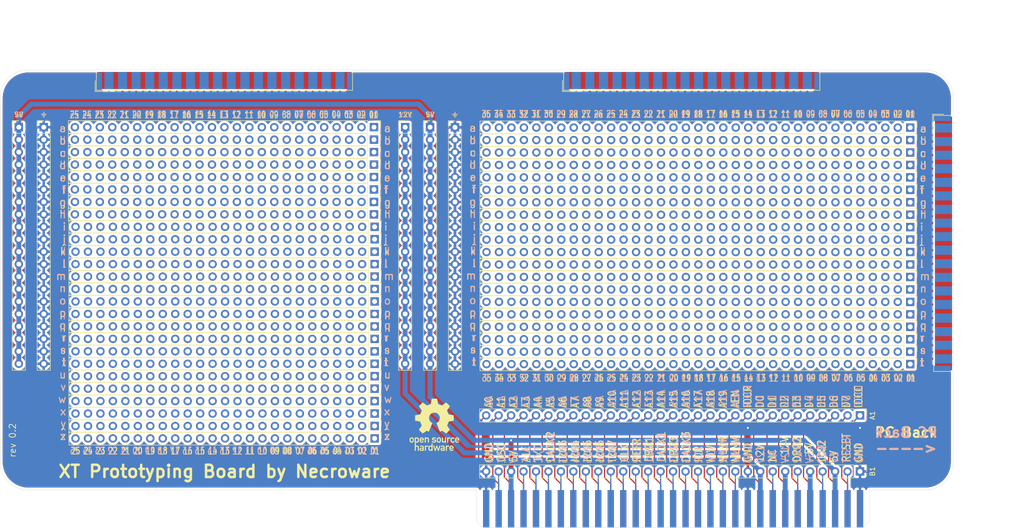
<source format=kicad_pcb>
(kicad_pcb (version 20171130) (host pcbnew 5.1.8)
  (title_block (title "XT Prototyping Board") (date 2021-01-16) (rev 0.2) (company Necroware) (comment 1 "by Scorp"))
  (layers (0 F.Cu signal) (31 B.Cu signal) (34 B.Paste user) (35 F.Paste user) (36 B.SilkS user) (37 F.SilkS user) (38 B.Mask user) (39 F.Mask user) (44 Edge.Cuts user))
  (net 0 "")
  (net 1 "Net-(A1-Pad31)")
  (net 2 "Net-(A1-Pad30)")
  (net 3 "Net-(A1-Pad29)")
  (net 4 "Net-(A1-Pad28)")
  (net 5 "Net-(A1-Pad27)")
  (net 6 "Net-(A1-Pad26)")
  (net 7 "Net-(A1-Pad25)")
  (net 8 "Net-(A1-Pad24)")
  (net 9 "Net-(A1-Pad23)")
  (net 10 "Net-(A1-Pad22)")
  (net 11 "Net-(A1-Pad21)")
  (net 12 "Net-(A1-Pad20)")
  (net 13 "Net-(A1-Pad19)")
  (net 14 "Net-(A1-Pad18)")
  (net 15 "Net-(A1-Pad17)")
  (net 16 "Net-(A1-Pad16)")
  (net 17 "Net-(A1-Pad15)")
  (net 18 "Net-(A1-Pad14)")
  (net 19 "Net-(A1-Pad13)")
  (net 20 "Net-(A1-Pad12)")
  (net 21 "Net-(A1-Pad11)")
  (net 22 "Net-(A1-Pad10)")
  (net 23 "Net-(A1-Pad9)")
  (net 24 "Net-(A1-Pad8)")
  (net 25 "Net-(A1-Pad7)")
  (net 26 "Net-(A1-Pad6)")
  (net 27 "Net-(A1-Pad5)")
  (net 28 "Net-(A1-Pad4)")
  (net 29 "Net-(A1-Pad3)")
  (net 30 "Net-(A1-Pad2)")
  (net 31 "Net-(A1-Pad1)")
  (net 32 "Net-(B1-Pad30)")
  (net 33 "Net-(B1-Pad28)")
  (net 34 "Net-(B1-Pad27)")
  (net 35 "Net-(B1-Pad26)")
  (net 36 "Net-(B1-Pad25)")
  (net 37 "Net-(B1-Pad24)")
  (net 38 "Net-(B1-Pad23)")
  (net 39 "Net-(B1-Pad22)")
  (net 40 "Net-(B1-Pad21)")
  (net 41 "Net-(B1-Pad20)")
  (net 42 "Net-(B1-Pad19)")
  (net 43 "Net-(B1-Pad18)")
  (net 44 "Net-(B1-Pad17)")
  (net 45 "Net-(B1-Pad16)")
  (net 46 "Net-(B1-Pad15)")
  (net 47 "Net-(B1-Pad14)")
  (net 48 "Net-(B1-Pad13)")
  (net 49 "Net-(B1-Pad12)")
  (net 50 "Net-(B1-Pad11)")
  (net 51 "Net-(B1-Pad8)")
  (net 52 "Net-(B1-Pad6)")
  (net 53 "Net-(B1-Pad4)")
  (net 54 "Net-(B1-Pad2)")
  (net 55 GND)
  (net 56 5V)
  (net 57 -5V)
  (net 58 -12V)
  (net 59 12V)
  (module necroware:open_hardware_logo (layer F.Cu) (at 132.969 132.715)
    (fp_text reference G*** hide)
    (fp_text value LOGO hide)
  )
  (module Connector_Dsub:DSUB-37_Female_EdgeMount_P2.77mm (layer F.Cu) (at 236.728 95.722 90)
    (fp_text reference REF** hide)
    (fp_text value DSUB-37_Female_EdgeMount_P2.77mm hide)
    (pad 37 smd rect (at -23.545 0 90) (size 1.846667 3.48) (layers B.Cu B.Paste B.Mask))
    (pad 36 smd rect (at -20.775 0 90) (size 1.846667 3.48) (layers B.Cu B.Paste B.Mask))
    (pad 35 smd rect (at -18.005 0 90) (size 1.846667 3.48) (layers B.Cu B.Paste B.Mask))
    (pad 34 smd rect (at -15.235 0 90) (size 1.846667 3.48) (layers B.Cu B.Paste B.Mask))
    (pad 33 smd rect (at -12.465 0 90) (size 1.846667 3.48) (layers B.Cu B.Paste B.Mask))
    (pad 32 smd rect (at -9.695 0 90) (size 1.846667 3.48) (layers B.Cu B.Paste B.Mask))
    (pad 31 smd rect (at -6.925 0 90) (size 1.846667 3.48) (layers B.Cu B.Paste B.Mask))
    (pad 30 smd rect (at -4.155 0 90) (size 1.846667 3.48) (layers B.Cu B.Paste B.Mask))
    (pad 29 smd rect (at -1.385 0 90) (size 1.846667 3.48) (layers B.Cu B.Paste B.Mask))
    (pad 28 smd rect (at 1.385 0 90) (size 1.846667 3.48) (layers B.Cu B.Paste B.Mask))
    (pad 27 smd rect (at 4.155 0 90) (size 1.846667 3.48) (layers B.Cu B.Paste B.Mask))
    (pad 26 smd rect (at 6.925 0 90) (size 1.846667 3.48) (layers B.Cu B.Paste B.Mask))
    (pad 25 smd rect (at 9.695 0 90) (size 1.846667 3.48) (layers B.Cu B.Paste B.Mask))
    (pad 24 smd rect (at 12.465 0 90) (size 1.846667 3.48) (layers B.Cu B.Paste B.Mask))
    (pad 23 smd rect (at 15.235 0 90) (size 1.846667 3.48) (layers B.Cu B.Paste B.Mask))
    (pad 22 smd rect (at 18.005 0 90) (size 1.846667 3.48) (layers B.Cu B.Paste B.Mask))
    (pad 21 smd rect (at 20.775 0 90) (size 1.846667 3.48) (layers B.Cu B.Paste B.Mask))
    (pad 20 smd rect (at 23.545 0 90) (size 1.846667 3.48) (layers B.Cu B.Paste B.Mask))
    (pad 19 smd rect (at -24.93 0 90) (size 1.846667 3.48) (layers F.Cu F.Paste F.Mask))
    (pad 18 smd rect (at -22.16 0 90) (size 1.846667 3.48) (layers F.Cu F.Paste F.Mask))
    (pad 17 smd rect (at -19.39 0 90) (size 1.846667 3.48) (layers F.Cu F.Paste F.Mask))
    (pad 16 smd rect (at -16.62 0 90) (size 1.846667 3.48) (layers F.Cu F.Paste F.Mask))
    (pad 15 smd rect (at -13.85 0 90) (size 1.846667 3.48) (layers F.Cu F.Paste F.Mask))
    (pad 14 smd rect (at -11.08 0 90) (size 1.846667 3.48) (layers F.Cu F.Paste F.Mask))
    (pad 13 smd rect (at -8.31 0 90) (size 1.846667 3.48) (layers F.Cu F.Paste F.Mask))
    (pad 12 smd rect (at -5.54 0 90) (size 1.846667 3.48) (layers F.Cu F.Paste F.Mask))
    (pad 11 smd rect (at -2.77 0 90) (size 1.846667 3.48) (layers F.Cu F.Paste F.Mask))
    (pad 10 smd rect (at 0 0 90) (size 1.846667 3.48) (layers F.Cu F.Paste F.Mask))
    (pad 9 smd rect (at 2.77 0 90) (size 1.846667 3.48) (layers F.Cu F.Paste F.Mask))
    (pad 8 smd rect (at 5.54 0 90) (size 1.846667 3.48) (layers F.Cu F.Paste F.Mask))
    (pad 7 smd rect (at 8.31 0 90) (size 1.846667 3.48) (layers F.Cu F.Paste F.Mask))
    (pad 6 smd rect (at 11.08 0 90) (size 1.846667 3.48) (layers F.Cu F.Paste F.Mask))
    (pad 5 smd rect (at 13.85 0 90) (size 1.846667 3.48) (layers F.Cu F.Paste F.Mask))
    (pad 4 smd rect (at 16.62 0 90) (size 1.846667 3.48) (layers F.Cu F.Paste F.Mask))
    (pad 3 smd rect (at 19.39 0 90) (size 1.846667 3.48) (layers F.Cu F.Paste F.Mask))
    (pad 2 smd rect (at 22.16 0 90) (size 1.846667 3.48) (layers F.Cu F.Paste F.Mask))
    (pad 1 smd rect (at 24.93 0 90) (size 1.846667 3.48) (layers F.Cu F.Paste F.Mask))
  )
  (module Connector_PinHeader_2.54mm:PinHeader_1x35_P2.54mm_Vertical (layer F.Cu) (at 229.9462 120.3452 270)
    (fp_text reference REF** hide)
    (fp_text value PinHeader_1x35_P2.54mm_Vertical hide)
    (pad 35 thru_hole oval (at 0 86.36 270) (size 1.7 1.7) (drill 1) (layers *.Cu *.Mask))
    (pad 34 thru_hole oval (at 0 83.82 270) (size 1.7 1.7) (drill 1) (layers *.Cu *.Mask))
    (pad 33 thru_hole oval (at 0 81.28 270) (size 1.7 1.7) (drill 1) (layers *.Cu *.Mask))
    (pad 32 thru_hole oval (at 0 78.74 270) (size 1.7 1.7) (drill 1) (layers *.Cu *.Mask))
    (pad 31 thru_hole oval (at 0 76.2 270) (size 1.7 1.7) (drill 1) (layers *.Cu *.Mask))
    (pad 30 thru_hole oval (at 0 73.66 270) (size 1.7 1.7) (drill 1) (layers *.Cu *.Mask))
    (pad 29 thru_hole oval (at 0 71.12 270) (size 1.7 1.7) (drill 1) (layers *.Cu *.Mask))
    (pad 28 thru_hole oval (at 0 68.58 270) (size 1.7 1.7) (drill 1) (layers *.Cu *.Mask))
    (pad 27 thru_hole oval (at 0 66.04 270) (size 1.7 1.7) (drill 1) (layers *.Cu *.Mask))
    (pad 26 thru_hole oval (at 0 63.5 270) (size 1.7 1.7) (drill 1) (layers *.Cu *.Mask))
    (pad 25 thru_hole oval (at 0 60.96 270) (size 1.7 1.7) (drill 1) (layers *.Cu *.Mask))
    (pad 24 thru_hole oval (at 0 58.42 270) (size 1.7 1.7) (drill 1) (layers *.Cu *.Mask))
    (pad 23 thru_hole oval (at 0 55.88 270) (size 1.7 1.7) (drill 1) (layers *.Cu *.Mask))
    (pad 22 thru_hole oval (at 0 53.34 270) (size 1.7 1.7) (drill 1) (layers *.Cu *.Mask))
    (pad 21 thru_hole oval (at 0 50.8 270) (size 1.7 1.7) (drill 1) (layers *.Cu *.Mask))
    (pad 20 thru_hole oval (at 0 48.26 270) (size 1.7 1.7) (drill 1) (layers *.Cu *.Mask))
    (pad 19 thru_hole oval (at 0 45.72 270) (size 1.7 1.7) (drill 1) (layers *.Cu *.Mask))
    (pad 18 thru_hole oval (at 0 43.18 270) (size 1.7 1.7) (drill 1) (layers *.Cu *.Mask))
    (pad 17 thru_hole oval (at 0 40.64 270) (size 1.7 1.7) (drill 1) (layers *.Cu *.Mask))
    (pad 16 thru_hole oval (at 0 38.1 270) (size 1.7 1.7) (drill 1) (layers *.Cu *.Mask))
    (pad 15 thru_hole oval (at 0 35.56 270) (size 1.7 1.7) (drill 1) (layers *.Cu *.Mask))
    (pad 14 thru_hole oval (at 0 33.02 270) (size 1.7 1.7) (drill 1) (layers *.Cu *.Mask))
    (pad 13 thru_hole oval (at 0 30.48 270) (size 1.7 1.7) (drill 1) (layers *.Cu *.Mask))
    (pad 12 thru_hole oval (at 0 27.94 270) (size 1.7 1.7) (drill 1) (layers *.Cu *.Mask))
    (pad 11 thru_hole oval (at 0 25.4 270) (size 1.7 1.7) (drill 1) (layers *.Cu *.Mask))
    (pad 10 thru_hole oval (at 0 22.86 270) (size 1.7 1.7) (drill 1) (layers *.Cu *.Mask))
    (pad 9 thru_hole oval (at 0 20.32 270) (size 1.7 1.7) (drill 1) (layers *.Cu *.Mask))
    (pad 8 thru_hole oval (at 0 17.78 270) (size 1.7 1.7) (drill 1) (layers *.Cu *.Mask))
    (pad 7 thru_hole oval (at 0 15.24 270) (size 1.7 1.7) (drill 1) (layers *.Cu *.Mask))
    (pad 6 thru_hole oval (at 0 12.7 270) (size 1.7 1.7) (drill 1) (layers *.Cu *.Mask))
    (pad 5 thru_hole oval (at 0 10.16 270) (size 1.7 1.7) (drill 1) (layers *.Cu *.Mask))
    (pad 4 thru_hole oval (at 0 7.62 270) (size 1.7 1.7) (drill 1) (layers *.Cu *.Mask))
    (pad 3 thru_hole oval (at 0 5.08 270) (size 1.7 1.7) (drill 1) (layers *.Cu *.Mask))
    (pad 2 thru_hole oval (at 0 2.54 270) (size 1.7 1.7) (drill 1) (layers *.Cu *.Mask))
    (pad 1 thru_hole rect (at 0 0 270) (size 1.7 1.7) (drill 1) (layers *.Cu *.Mask))
  )
  (module Connector_PinHeader_2.54mm:PinHeader_1x35_P2.54mm_Vertical (layer F.Cu) (at 229.9462 117.8052 270)
    (fp_text reference REF** hide)
    (fp_text value PinHeader_1x35_P2.54mm_Vertical hide)
    (pad 35 thru_hole oval (at 0 86.36 270) (size 1.7 1.7) (drill 1) (layers *.Cu *.Mask))
    (pad 34 thru_hole oval (at 0 83.82 270) (size 1.7 1.7) (drill 1) (layers *.Cu *.Mask))
    (pad 33 thru_hole oval (at 0 81.28 270) (size 1.7 1.7) (drill 1) (layers *.Cu *.Mask))
    (pad 32 thru_hole oval (at 0 78.74 270) (size 1.7 1.7) (drill 1) (layers *.Cu *.Mask))
    (pad 31 thru_hole oval (at 0 76.2 270) (size 1.7 1.7) (drill 1) (layers *.Cu *.Mask))
    (pad 30 thru_hole oval (at 0 73.66 270) (size 1.7 1.7) (drill 1) (layers *.Cu *.Mask))
    (pad 29 thru_hole oval (at 0 71.12 270) (size 1.7 1.7) (drill 1) (layers *.Cu *.Mask))
    (pad 28 thru_hole oval (at 0 68.58 270) (size 1.7 1.7) (drill 1) (layers *.Cu *.Mask))
    (pad 27 thru_hole oval (at 0 66.04 270) (size 1.7 1.7) (drill 1) (layers *.Cu *.Mask))
    (pad 26 thru_hole oval (at 0 63.5 270) (size 1.7 1.7) (drill 1) (layers *.Cu *.Mask))
    (pad 25 thru_hole oval (at 0 60.96 270) (size 1.7 1.7) (drill 1) (layers *.Cu *.Mask))
    (pad 24 thru_hole oval (at 0 58.42 270) (size 1.7 1.7) (drill 1) (layers *.Cu *.Mask))
    (pad 23 thru_hole oval (at 0 55.88 270) (size 1.7 1.7) (drill 1) (layers *.Cu *.Mask))
    (pad 22 thru_hole oval (at 0 53.34 270) (size 1.7 1.7) (drill 1) (layers *.Cu *.Mask))
    (pad 21 thru_hole oval (at 0 50.8 270) (size 1.7 1.7) (drill 1) (layers *.Cu *.Mask))
    (pad 20 thru_hole oval (at 0 48.26 270) (size 1.7 1.7) (drill 1) (layers *.Cu *.Mask))
    (pad 19 thru_hole oval (at 0 45.72 270) (size 1.7 1.7) (drill 1) (layers *.Cu *.Mask))
    (pad 18 thru_hole oval (at 0 43.18 270) (size 1.7 1.7) (drill 1) (layers *.Cu *.Mask))
    (pad 17 thru_hole oval (at 0 40.64 270) (size 1.7 1.7) (drill 1) (layers *.Cu *.Mask))
    (pad 16 thru_hole oval (at 0 38.1 270) (size 1.7 1.7) (drill 1) (layers *.Cu *.Mask))
    (pad 15 thru_hole oval (at 0 35.56 270) (size 1.7 1.7) (drill 1) (layers *.Cu *.Mask))
    (pad 14 thru_hole oval (at 0 33.02 270) (size 1.7 1.7) (drill 1) (layers *.Cu *.Mask))
    (pad 13 thru_hole oval (at 0 30.48 270) (size 1.7 1.7) (drill 1) (layers *.Cu *.Mask))
    (pad 12 thru_hole oval (at 0 27.94 270) (size 1.7 1.7) (drill 1) (layers *.Cu *.Mask))
    (pad 11 thru_hole oval (at 0 25.4 270) (size 1.7 1.7) (drill 1) (layers *.Cu *.Mask))
    (pad 10 thru_hole oval (at 0 22.86 270) (size 1.7 1.7) (drill 1) (layers *.Cu *.Mask))
    (pad 9 thru_hole oval (at 0 20.32 270) (size 1.7 1.7) (drill 1) (layers *.Cu *.Mask))
    (pad 8 thru_hole oval (at 0 17.78 270) (size 1.7 1.7) (drill 1) (layers *.Cu *.Mask))
    (pad 7 thru_hole oval (at 0 15.24 270) (size 1.7 1.7) (drill 1) (layers *.Cu *.Mask))
    (pad 6 thru_hole oval (at 0 12.7 270) (size 1.7 1.7) (drill 1) (layers *.Cu *.Mask))
    (pad 5 thru_hole oval (at 0 10.16 270) (size 1.7 1.7) (drill 1) (layers *.Cu *.Mask))
    (pad 4 thru_hole oval (at 0 7.62 270) (size 1.7 1.7) (drill 1) (layers *.Cu *.Mask))
    (pad 3 thru_hole oval (at 0 5.08 270) (size 1.7 1.7) (drill 1) (layers *.Cu *.Mask))
    (pad 2 thru_hole oval (at 0 2.54 270) (size 1.7 1.7) (drill 1) (layers *.Cu *.Mask))
    (pad 1 thru_hole rect (at 0 0 270) (size 1.7 1.7) (drill 1) (layers *.Cu *.Mask))
  )
  (module Connector_PinHeader_2.54mm:PinHeader_1x35_P2.54mm_Vertical (layer F.Cu) (at 229.9462 112.7252 270)
    (fp_text reference REF** hide)
    (fp_text value PinHeader_1x35_P2.54mm_Vertical hide)
    (pad 35 thru_hole oval (at 0 86.36 270) (size 1.7 1.7) (drill 1) (layers *.Cu *.Mask))
    (pad 34 thru_hole oval (at 0 83.82 270) (size 1.7 1.7) (drill 1) (layers *.Cu *.Mask))
    (pad 33 thru_hole oval (at 0 81.28 270) (size 1.7 1.7) (drill 1) (layers *.Cu *.Mask))
    (pad 32 thru_hole oval (at 0 78.74 270) (size 1.7 1.7) (drill 1) (layers *.Cu *.Mask))
    (pad 31 thru_hole oval (at 0 76.2 270) (size 1.7 1.7) (drill 1) (layers *.Cu *.Mask))
    (pad 30 thru_hole oval (at 0 73.66 270) (size 1.7 1.7) (drill 1) (layers *.Cu *.Mask))
    (pad 29 thru_hole oval (at 0 71.12 270) (size 1.7 1.7) (drill 1) (layers *.Cu *.Mask))
    (pad 28 thru_hole oval (at 0 68.58 270) (size 1.7 1.7) (drill 1) (layers *.Cu *.Mask))
    (pad 27 thru_hole oval (at 0 66.04 270) (size 1.7 1.7) (drill 1) (layers *.Cu *.Mask))
    (pad 26 thru_hole oval (at 0 63.5 270) (size 1.7 1.7) (drill 1) (layers *.Cu *.Mask))
    (pad 25 thru_hole oval (at 0 60.96 270) (size 1.7 1.7) (drill 1) (layers *.Cu *.Mask))
    (pad 24 thru_hole oval (at 0 58.42 270) (size 1.7 1.7) (drill 1) (layers *.Cu *.Mask))
    (pad 23 thru_hole oval (at 0 55.88 270) (size 1.7 1.7) (drill 1) (layers *.Cu *.Mask))
    (pad 22 thru_hole oval (at 0 53.34 270) (size 1.7 1.7) (drill 1) (layers *.Cu *.Mask))
    (pad 21 thru_hole oval (at 0 50.8 270) (size 1.7 1.7) (drill 1) (layers *.Cu *.Mask))
    (pad 20 thru_hole oval (at 0 48.26 270) (size 1.7 1.7) (drill 1) (layers *.Cu *.Mask))
    (pad 19 thru_hole oval (at 0 45.72 270) (size 1.7 1.7) (drill 1) (layers *.Cu *.Mask))
    (pad 18 thru_hole oval (at 0 43.18 270) (size 1.7 1.7) (drill 1) (layers *.Cu *.Mask))
    (pad 17 thru_hole oval (at 0 40.64 270) (size 1.7 1.7) (drill 1) (layers *.Cu *.Mask))
    (pad 16 thru_hole oval (at 0 38.1 270) (size 1.7 1.7) (drill 1) (layers *.Cu *.Mask))
    (pad 15 thru_hole oval (at 0 35.56 270) (size 1.7 1.7) (drill 1) (layers *.Cu *.Mask))
    (pad 14 thru_hole oval (at 0 33.02 270) (size 1.7 1.7) (drill 1) (layers *.Cu *.Mask))
    (pad 13 thru_hole oval (at 0 30.48 270) (size 1.7 1.7) (drill 1) (layers *.Cu *.Mask))
    (pad 12 thru_hole oval (at 0 27.94 270) (size 1.7 1.7) (drill 1) (layers *.Cu *.Mask))
    (pad 11 thru_hole oval (at 0 25.4 270) (size 1.7 1.7) (drill 1) (layers *.Cu *.Mask))
    (pad 10 thru_hole oval (at 0 22.86 270) (size 1.7 1.7) (drill 1) (layers *.Cu *.Mask))
    (pad 9 thru_hole oval (at 0 20.32 270) (size 1.7 1.7) (drill 1) (layers *.Cu *.Mask))
    (pad 8 thru_hole oval (at 0 17.78 270) (size 1.7 1.7) (drill 1) (layers *.Cu *.Mask))
    (pad 7 thru_hole oval (at 0 15.24 270) (size 1.7 1.7) (drill 1) (layers *.Cu *.Mask))
    (pad 6 thru_hole oval (at 0 12.7 270) (size 1.7 1.7) (drill 1) (layers *.Cu *.Mask))
    (pad 5 thru_hole oval (at 0 10.16 270) (size 1.7 1.7) (drill 1) (layers *.Cu *.Mask))
    (pad 4 thru_hole oval (at 0 7.62 270) (size 1.7 1.7) (drill 1) (layers *.Cu *.Mask))
    (pad 3 thru_hole oval (at 0 5.08 270) (size 1.7 1.7) (drill 1) (layers *.Cu *.Mask))
    (pad 2 thru_hole oval (at 0 2.54 270) (size 1.7 1.7) (drill 1) (layers *.Cu *.Mask))
    (pad 1 thru_hole rect (at 0 0 270) (size 1.7 1.7) (drill 1) (layers *.Cu *.Mask))
  )
  (module Connector_PinHeader_2.54mm:PinHeader_1x35_P2.54mm_Vertical (layer F.Cu) (at 229.9462 115.2652 270)
    (fp_text reference REF** hide)
    (fp_text value PinHeader_1x35_P2.54mm_Vertical hide)
    (pad 35 thru_hole oval (at 0 86.36 270) (size 1.7 1.7) (drill 1) (layers *.Cu *.Mask))
    (pad 34 thru_hole oval (at 0 83.82 270) (size 1.7 1.7) (drill 1) (layers *.Cu *.Mask))
    (pad 33 thru_hole oval (at 0 81.28 270) (size 1.7 1.7) (drill 1) (layers *.Cu *.Mask))
    (pad 32 thru_hole oval (at 0 78.74 270) (size 1.7 1.7) (drill 1) (layers *.Cu *.Mask))
    (pad 31 thru_hole oval (at 0 76.2 270) (size 1.7 1.7) (drill 1) (layers *.Cu *.Mask))
    (pad 30 thru_hole oval (at 0 73.66 270) (size 1.7 1.7) (drill 1) (layers *.Cu *.Mask))
    (pad 29 thru_hole oval (at 0 71.12 270) (size 1.7 1.7) (drill 1) (layers *.Cu *.Mask))
    (pad 28 thru_hole oval (at 0 68.58 270) (size 1.7 1.7) (drill 1) (layers *.Cu *.Mask))
    (pad 27 thru_hole oval (at 0 66.04 270) (size 1.7 1.7) (drill 1) (layers *.Cu *.Mask))
    (pad 26 thru_hole oval (at 0 63.5 270) (size 1.7 1.7) (drill 1) (layers *.Cu *.Mask))
    (pad 25 thru_hole oval (at 0 60.96 270) (size 1.7 1.7) (drill 1) (layers *.Cu *.Mask))
    (pad 24 thru_hole oval (at 0 58.42 270) (size 1.7 1.7) (drill 1) (layers *.Cu *.Mask))
    (pad 23 thru_hole oval (at 0 55.88 270) (size 1.7 1.7) (drill 1) (layers *.Cu *.Mask))
    (pad 22 thru_hole oval (at 0 53.34 270) (size 1.7 1.7) (drill 1) (layers *.Cu *.Mask))
    (pad 21 thru_hole oval (at 0 50.8 270) (size 1.7 1.7) (drill 1) (layers *.Cu *.Mask))
    (pad 20 thru_hole oval (at 0 48.26 270) (size 1.7 1.7) (drill 1) (layers *.Cu *.Mask))
    (pad 19 thru_hole oval (at 0 45.72 270) (size 1.7 1.7) (drill 1) (layers *.Cu *.Mask))
    (pad 18 thru_hole oval (at 0 43.18 270) (size 1.7 1.7) (drill 1) (layers *.Cu *.Mask))
    (pad 17 thru_hole oval (at 0 40.64 270) (size 1.7 1.7) (drill 1) (layers *.Cu *.Mask))
    (pad 16 thru_hole oval (at 0 38.1 270) (size 1.7 1.7) (drill 1) (layers *.Cu *.Mask))
    (pad 15 thru_hole oval (at 0 35.56 270) (size 1.7 1.7) (drill 1) (layers *.Cu *.Mask))
    (pad 14 thru_hole oval (at 0 33.02 270) (size 1.7 1.7) (drill 1) (layers *.Cu *.Mask))
    (pad 13 thru_hole oval (at 0 30.48 270) (size 1.7 1.7) (drill 1) (layers *.Cu *.Mask))
    (pad 12 thru_hole oval (at 0 27.94 270) (size 1.7 1.7) (drill 1) (layers *.Cu *.Mask))
    (pad 11 thru_hole oval (at 0 25.4 270) (size 1.7 1.7) (drill 1) (layers *.Cu *.Mask))
    (pad 10 thru_hole oval (at 0 22.86 270) (size 1.7 1.7) (drill 1) (layers *.Cu *.Mask))
    (pad 9 thru_hole oval (at 0 20.32 270) (size 1.7 1.7) (drill 1) (layers *.Cu *.Mask))
    (pad 8 thru_hole oval (at 0 17.78 270) (size 1.7 1.7) (drill 1) (layers *.Cu *.Mask))
    (pad 7 thru_hole oval (at 0 15.24 270) (size 1.7 1.7) (drill 1) (layers *.Cu *.Mask))
    (pad 6 thru_hole oval (at 0 12.7 270) (size 1.7 1.7) (drill 1) (layers *.Cu *.Mask))
    (pad 5 thru_hole oval (at 0 10.16 270) (size 1.7 1.7) (drill 1) (layers *.Cu *.Mask))
    (pad 4 thru_hole oval (at 0 7.62 270) (size 1.7 1.7) (drill 1) (layers *.Cu *.Mask))
    (pad 3 thru_hole oval (at 0 5.08 270) (size 1.7 1.7) (drill 1) (layers *.Cu *.Mask))
    (pad 2 thru_hole oval (at 0 2.54 270) (size 1.7 1.7) (drill 1) (layers *.Cu *.Mask))
    (pad 1 thru_hole rect (at 0 0 270) (size 1.7 1.7) (drill 1) (layers *.Cu *.Mask))
  )
  (module Connector_PinHeader_2.54mm:PinHeader_1x35_P2.54mm_Vertical (layer F.Cu) (at 229.9462 110.1852 270)
    (fp_text reference REF** hide)
    (fp_text value PinHeader_1x35_P2.54mm_Vertical hide)
    (pad 1 thru_hole rect (at 0 0 270) (size 1.7 1.7) (drill 1) (layers *.Cu *.Mask))
    (pad 2 thru_hole oval (at 0 2.54 270) (size 1.7 1.7) (drill 1) (layers *.Cu *.Mask))
    (pad 3 thru_hole oval (at 0 5.08 270) (size 1.7 1.7) (drill 1) (layers *.Cu *.Mask))
    (pad 4 thru_hole oval (at 0 7.62 270) (size 1.7 1.7) (drill 1) (layers *.Cu *.Mask))
    (pad 5 thru_hole oval (at 0 10.16 270) (size 1.7 1.7) (drill 1) (layers *.Cu *.Mask))
    (pad 6 thru_hole oval (at 0 12.7 270) (size 1.7 1.7) (drill 1) (layers *.Cu *.Mask))
    (pad 7 thru_hole oval (at 0 15.24 270) (size 1.7 1.7) (drill 1) (layers *.Cu *.Mask))
    (pad 8 thru_hole oval (at 0 17.78 270) (size 1.7 1.7) (drill 1) (layers *.Cu *.Mask))
    (pad 9 thru_hole oval (at 0 20.32 270) (size 1.7 1.7) (drill 1) (layers *.Cu *.Mask))
    (pad 10 thru_hole oval (at 0 22.86 270) (size 1.7 1.7) (drill 1) (layers *.Cu *.Mask))
    (pad 11 thru_hole oval (at 0 25.4 270) (size 1.7 1.7) (drill 1) (layers *.Cu *.Mask))
    (pad 12 thru_hole oval (at 0 27.94 270) (size 1.7 1.7) (drill 1) (layers *.Cu *.Mask))
    (pad 13 thru_hole oval (at 0 30.48 270) (size 1.7 1.7) (drill 1) (layers *.Cu *.Mask))
    (pad 14 thru_hole oval (at 0 33.02 270) (size 1.7 1.7) (drill 1) (layers *.Cu *.Mask))
    (pad 15 thru_hole oval (at 0 35.56 270) (size 1.7 1.7) (drill 1) (layers *.Cu *.Mask))
    (pad 16 thru_hole oval (at 0 38.1 270) (size 1.7 1.7) (drill 1) (layers *.Cu *.Mask))
    (pad 17 thru_hole oval (at 0 40.64 270) (size 1.7 1.7) (drill 1) (layers *.Cu *.Mask))
    (pad 18 thru_hole oval (at 0 43.18 270) (size 1.7 1.7) (drill 1) (layers *.Cu *.Mask))
    (pad 19 thru_hole oval (at 0 45.72 270) (size 1.7 1.7) (drill 1) (layers *.Cu *.Mask))
    (pad 20 thru_hole oval (at 0 48.26 270) (size 1.7 1.7) (drill 1) (layers *.Cu *.Mask))
    (pad 21 thru_hole oval (at 0 50.8 270) (size 1.7 1.7) (drill 1) (layers *.Cu *.Mask))
    (pad 22 thru_hole oval (at 0 53.34 270) (size 1.7 1.7) (drill 1) (layers *.Cu *.Mask))
    (pad 23 thru_hole oval (at 0 55.88 270) (size 1.7 1.7) (drill 1) (layers *.Cu *.Mask))
    (pad 24 thru_hole oval (at 0 58.42 270) (size 1.7 1.7) (drill 1) (layers *.Cu *.Mask))
    (pad 25 thru_hole oval (at 0 60.96 270) (size 1.7 1.7) (drill 1) (layers *.Cu *.Mask))
    (pad 26 thru_hole oval (at 0 63.5 270) (size 1.7 1.7) (drill 1) (layers *.Cu *.Mask))
    (pad 27 thru_hole oval (at 0 66.04 270) (size 1.7 1.7) (drill 1) (layers *.Cu *.Mask))
    (pad 28 thru_hole oval (at 0 68.58 270) (size 1.7 1.7) (drill 1) (layers *.Cu *.Mask))
    (pad 29 thru_hole oval (at 0 71.12 270) (size 1.7 1.7) (drill 1) (layers *.Cu *.Mask))
    (pad 30 thru_hole oval (at 0 73.66 270) (size 1.7 1.7) (drill 1) (layers *.Cu *.Mask))
    (pad 31 thru_hole oval (at 0 76.2 270) (size 1.7 1.7) (drill 1) (layers *.Cu *.Mask))
    (pad 32 thru_hole oval (at 0 78.74 270) (size 1.7 1.7) (drill 1) (layers *.Cu *.Mask))
    (pad 33 thru_hole oval (at 0 81.28 270) (size 1.7 1.7) (drill 1) (layers *.Cu *.Mask))
    (pad 34 thru_hole oval (at 0 83.82 270) (size 1.7 1.7) (drill 1) (layers *.Cu *.Mask))
    (pad 35 thru_hole oval (at 0 86.36 270) (size 1.7 1.7) (drill 1) (layers *.Cu *.Mask))
  )
  (module Connector_PinHeader_2.54mm:PinHeader_1x35_P2.54mm_Vertical (layer F.Cu) (at 229.9462 102.5652 270)
    (fp_text reference REF** hide)
    (fp_text value PinHeader_1x35_P2.54mm_Vertical hide)
    (pad 35 thru_hole oval (at 0 86.36 270) (size 1.7 1.7) (drill 1) (layers *.Cu *.Mask))
    (pad 34 thru_hole oval (at 0 83.82 270) (size 1.7 1.7) (drill 1) (layers *.Cu *.Mask))
    (pad 33 thru_hole oval (at 0 81.28 270) (size 1.7 1.7) (drill 1) (layers *.Cu *.Mask))
    (pad 32 thru_hole oval (at 0 78.74 270) (size 1.7 1.7) (drill 1) (layers *.Cu *.Mask))
    (pad 31 thru_hole oval (at 0 76.2 270) (size 1.7 1.7) (drill 1) (layers *.Cu *.Mask))
    (pad 30 thru_hole oval (at 0 73.66 270) (size 1.7 1.7) (drill 1) (layers *.Cu *.Mask))
    (pad 29 thru_hole oval (at 0 71.12 270) (size 1.7 1.7) (drill 1) (layers *.Cu *.Mask))
    (pad 28 thru_hole oval (at 0 68.58 270) (size 1.7 1.7) (drill 1) (layers *.Cu *.Mask))
    (pad 27 thru_hole oval (at 0 66.04 270) (size 1.7 1.7) (drill 1) (layers *.Cu *.Mask))
    (pad 26 thru_hole oval (at 0 63.5 270) (size 1.7 1.7) (drill 1) (layers *.Cu *.Mask))
    (pad 25 thru_hole oval (at 0 60.96 270) (size 1.7 1.7) (drill 1) (layers *.Cu *.Mask))
    (pad 24 thru_hole oval (at 0 58.42 270) (size 1.7 1.7) (drill 1) (layers *.Cu *.Mask))
    (pad 23 thru_hole oval (at 0 55.88 270) (size 1.7 1.7) (drill 1) (layers *.Cu *.Mask))
    (pad 22 thru_hole oval (at 0 53.34 270) (size 1.7 1.7) (drill 1) (layers *.Cu *.Mask))
    (pad 21 thru_hole oval (at 0 50.8 270) (size 1.7 1.7) (drill 1) (layers *.Cu *.Mask))
    (pad 20 thru_hole oval (at 0 48.26 270) (size 1.7 1.7) (drill 1) (layers *.Cu *.Mask))
    (pad 19 thru_hole oval (at 0 45.72 270) (size 1.7 1.7) (drill 1) (layers *.Cu *.Mask))
    (pad 18 thru_hole oval (at 0 43.18 270) (size 1.7 1.7) (drill 1) (layers *.Cu *.Mask))
    (pad 17 thru_hole oval (at 0 40.64 270) (size 1.7 1.7) (drill 1) (layers *.Cu *.Mask))
    (pad 16 thru_hole oval (at 0 38.1 270) (size 1.7 1.7) (drill 1) (layers *.Cu *.Mask))
    (pad 15 thru_hole oval (at 0 35.56 270) (size 1.7 1.7) (drill 1) (layers *.Cu *.Mask))
    (pad 14 thru_hole oval (at 0 33.02 270) (size 1.7 1.7) (drill 1) (layers *.Cu *.Mask))
    (pad 13 thru_hole oval (at 0 30.48 270) (size 1.7 1.7) (drill 1) (layers *.Cu *.Mask))
    (pad 12 thru_hole oval (at 0 27.94 270) (size 1.7 1.7) (drill 1) (layers *.Cu *.Mask))
    (pad 11 thru_hole oval (at 0 25.4 270) (size 1.7 1.7) (drill 1) (layers *.Cu *.Mask))
    (pad 10 thru_hole oval (at 0 22.86 270) (size 1.7 1.7) (drill 1) (layers *.Cu *.Mask))
    (pad 9 thru_hole oval (at 0 20.32 270) (size 1.7 1.7) (drill 1) (layers *.Cu *.Mask))
    (pad 8 thru_hole oval (at 0 17.78 270) (size 1.7 1.7) (drill 1) (layers *.Cu *.Mask))
    (pad 7 thru_hole oval (at 0 15.24 270) (size 1.7 1.7) (drill 1) (layers *.Cu *.Mask))
    (pad 6 thru_hole oval (at 0 12.7 270) (size 1.7 1.7) (drill 1) (layers *.Cu *.Mask))
    (pad 5 thru_hole oval (at 0 10.16 270) (size 1.7 1.7) (drill 1) (layers *.Cu *.Mask))
    (pad 4 thru_hole oval (at 0 7.62 270) (size 1.7 1.7) (drill 1) (layers *.Cu *.Mask))
    (pad 3 thru_hole oval (at 0 5.08 270) (size 1.7 1.7) (drill 1) (layers *.Cu *.Mask))
    (pad 2 thru_hole oval (at 0 2.54 270) (size 1.7 1.7) (drill 1) (layers *.Cu *.Mask))
    (pad 1 thru_hole rect (at 0 0 270) (size 1.7 1.7) (drill 1) (layers *.Cu *.Mask))
  )
  (module Connector_PinHeader_2.54mm:PinHeader_1x35_P2.54mm_Vertical (layer F.Cu) (at 229.9462 97.4852 270)
    (fp_text reference REF** hide)
    (fp_text value PinHeader_1x35_P2.54mm_Vertical hide)
    (pad 1 thru_hole rect (at 0 0 270) (size 1.7 1.7) (drill 1) (layers *.Cu *.Mask))
    (pad 2 thru_hole oval (at 0 2.54 270) (size 1.7 1.7) (drill 1) (layers *.Cu *.Mask))
    (pad 3 thru_hole oval (at 0 5.08 270) (size 1.7 1.7) (drill 1) (layers *.Cu *.Mask))
    (pad 4 thru_hole oval (at 0 7.62 270) (size 1.7 1.7) (drill 1) (layers *.Cu *.Mask))
    (pad 5 thru_hole oval (at 0 10.16 270) (size 1.7 1.7) (drill 1) (layers *.Cu *.Mask))
    (pad 6 thru_hole oval (at 0 12.7 270) (size 1.7 1.7) (drill 1) (layers *.Cu *.Mask))
    (pad 7 thru_hole oval (at 0 15.24 270) (size 1.7 1.7) (drill 1) (layers *.Cu *.Mask))
    (pad 8 thru_hole oval (at 0 17.78 270) (size 1.7 1.7) (drill 1) (layers *.Cu *.Mask))
    (pad 9 thru_hole oval (at 0 20.32 270) (size 1.7 1.7) (drill 1) (layers *.Cu *.Mask))
    (pad 10 thru_hole oval (at 0 22.86 270) (size 1.7 1.7) (drill 1) (layers *.Cu *.Mask))
    (pad 11 thru_hole oval (at 0 25.4 270) (size 1.7 1.7) (drill 1) (layers *.Cu *.Mask))
    (pad 12 thru_hole oval (at 0 27.94 270) (size 1.7 1.7) (drill 1) (layers *.Cu *.Mask))
    (pad 13 thru_hole oval (at 0 30.48 270) (size 1.7 1.7) (drill 1) (layers *.Cu *.Mask))
    (pad 14 thru_hole oval (at 0 33.02 270) (size 1.7 1.7) (drill 1) (layers *.Cu *.Mask))
    (pad 15 thru_hole oval (at 0 35.56 270) (size 1.7 1.7) (drill 1) (layers *.Cu *.Mask))
    (pad 16 thru_hole oval (at 0 38.1 270) (size 1.7 1.7) (drill 1) (layers *.Cu *.Mask))
    (pad 17 thru_hole oval (at 0 40.64 270) (size 1.7 1.7) (drill 1) (layers *.Cu *.Mask))
    (pad 18 thru_hole oval (at 0 43.18 270) (size 1.7 1.7) (drill 1) (layers *.Cu *.Mask))
    (pad 19 thru_hole oval (at 0 45.72 270) (size 1.7 1.7) (drill 1) (layers *.Cu *.Mask))
    (pad 20 thru_hole oval (at 0 48.26 270) (size 1.7 1.7) (drill 1) (layers *.Cu *.Mask))
    (pad 21 thru_hole oval (at 0 50.8 270) (size 1.7 1.7) (drill 1) (layers *.Cu *.Mask))
    (pad 22 thru_hole oval (at 0 53.34 270) (size 1.7 1.7) (drill 1) (layers *.Cu *.Mask))
    (pad 23 thru_hole oval (at 0 55.88 270) (size 1.7 1.7) (drill 1) (layers *.Cu *.Mask))
    (pad 24 thru_hole oval (at 0 58.42 270) (size 1.7 1.7) (drill 1) (layers *.Cu *.Mask))
    (pad 25 thru_hole oval (at 0 60.96 270) (size 1.7 1.7) (drill 1) (layers *.Cu *.Mask))
    (pad 26 thru_hole oval (at 0 63.5 270) (size 1.7 1.7) (drill 1) (layers *.Cu *.Mask))
    (pad 27 thru_hole oval (at 0 66.04 270) (size 1.7 1.7) (drill 1) (layers *.Cu *.Mask))
    (pad 28 thru_hole oval (at 0 68.58 270) (size 1.7 1.7) (drill 1) (layers *.Cu *.Mask))
    (pad 29 thru_hole oval (at 0 71.12 270) (size 1.7 1.7) (drill 1) (layers *.Cu *.Mask))
    (pad 30 thru_hole oval (at 0 73.66 270) (size 1.7 1.7) (drill 1) (layers *.Cu *.Mask))
    (pad 31 thru_hole oval (at 0 76.2 270) (size 1.7 1.7) (drill 1) (layers *.Cu *.Mask))
    (pad 32 thru_hole oval (at 0 78.74 270) (size 1.7 1.7) (drill 1) (layers *.Cu *.Mask))
    (pad 33 thru_hole oval (at 0 81.28 270) (size 1.7 1.7) (drill 1) (layers *.Cu *.Mask))
    (pad 34 thru_hole oval (at 0 83.82 270) (size 1.7 1.7) (drill 1) (layers *.Cu *.Mask))
    (pad 35 thru_hole oval (at 0 86.36 270) (size 1.7 1.7) (drill 1) (layers *.Cu *.Mask))
  )
  (module Connector_PinHeader_2.54mm:PinHeader_1x35_P2.54mm_Vertical (layer F.Cu) (at 229.9462 100.0252 270)
    (fp_text reference REF** hide)
    (fp_text value PinHeader_1x35_P2.54mm_Vertical hide)
    (pad 35 thru_hole oval (at 0 86.36 270) (size 1.7 1.7) (drill 1) (layers *.Cu *.Mask))
    (pad 34 thru_hole oval (at 0 83.82 270) (size 1.7 1.7) (drill 1) (layers *.Cu *.Mask))
    (pad 33 thru_hole oval (at 0 81.28 270) (size 1.7 1.7) (drill 1) (layers *.Cu *.Mask))
    (pad 32 thru_hole oval (at 0 78.74 270) (size 1.7 1.7) (drill 1) (layers *.Cu *.Mask))
    (pad 31 thru_hole oval (at 0 76.2 270) (size 1.7 1.7) (drill 1) (layers *.Cu *.Mask))
    (pad 30 thru_hole oval (at 0 73.66 270) (size 1.7 1.7) (drill 1) (layers *.Cu *.Mask))
    (pad 29 thru_hole oval (at 0 71.12 270) (size 1.7 1.7) (drill 1) (layers *.Cu *.Mask))
    (pad 28 thru_hole oval (at 0 68.58 270) (size 1.7 1.7) (drill 1) (layers *.Cu *.Mask))
    (pad 27 thru_hole oval (at 0 66.04 270) (size 1.7 1.7) (drill 1) (layers *.Cu *.Mask))
    (pad 26 thru_hole oval (at 0 63.5 270) (size 1.7 1.7) (drill 1) (layers *.Cu *.Mask))
    (pad 25 thru_hole oval (at 0 60.96 270) (size 1.7 1.7) (drill 1) (layers *.Cu *.Mask))
    (pad 24 thru_hole oval (at 0 58.42 270) (size 1.7 1.7) (drill 1) (layers *.Cu *.Mask))
    (pad 23 thru_hole oval (at 0 55.88 270) (size 1.7 1.7) (drill 1) (layers *.Cu *.Mask))
    (pad 22 thru_hole oval (at 0 53.34 270) (size 1.7 1.7) (drill 1) (layers *.Cu *.Mask))
    (pad 21 thru_hole oval (at 0 50.8 270) (size 1.7 1.7) (drill 1) (layers *.Cu *.Mask))
    (pad 20 thru_hole oval (at 0 48.26 270) (size 1.7 1.7) (drill 1) (layers *.Cu *.Mask))
    (pad 19 thru_hole oval (at 0 45.72 270) (size 1.7 1.7) (drill 1) (layers *.Cu *.Mask))
    (pad 18 thru_hole oval (at 0 43.18 270) (size 1.7 1.7) (drill 1) (layers *.Cu *.Mask))
    (pad 17 thru_hole oval (at 0 40.64 270) (size 1.7 1.7) (drill 1) (layers *.Cu *.Mask))
    (pad 16 thru_hole oval (at 0 38.1 270) (size 1.7 1.7) (drill 1) (layers *.Cu *.Mask))
    (pad 15 thru_hole oval (at 0 35.56 270) (size 1.7 1.7) (drill 1) (layers *.Cu *.Mask))
    (pad 14 thru_hole oval (at 0 33.02 270) (size 1.7 1.7) (drill 1) (layers *.Cu *.Mask))
    (pad 13 thru_hole oval (at 0 30.48 270) (size 1.7 1.7) (drill 1) (layers *.Cu *.Mask))
    (pad 12 thru_hole oval (at 0 27.94 270) (size 1.7 1.7) (drill 1) (layers *.Cu *.Mask))
    (pad 11 thru_hole oval (at 0 25.4 270) (size 1.7 1.7) (drill 1) (layers *.Cu *.Mask))
    (pad 10 thru_hole oval (at 0 22.86 270) (size 1.7 1.7) (drill 1) (layers *.Cu *.Mask))
    (pad 9 thru_hole oval (at 0 20.32 270) (size 1.7 1.7) (drill 1) (layers *.Cu *.Mask))
    (pad 8 thru_hole oval (at 0 17.78 270) (size 1.7 1.7) (drill 1) (layers *.Cu *.Mask))
    (pad 7 thru_hole oval (at 0 15.24 270) (size 1.7 1.7) (drill 1) (layers *.Cu *.Mask))
    (pad 6 thru_hole oval (at 0 12.7 270) (size 1.7 1.7) (drill 1) (layers *.Cu *.Mask))
    (pad 5 thru_hole oval (at 0 10.16 270) (size 1.7 1.7) (drill 1) (layers *.Cu *.Mask))
    (pad 4 thru_hole oval (at 0 7.62 270) (size 1.7 1.7) (drill 1) (layers *.Cu *.Mask))
    (pad 3 thru_hole oval (at 0 5.08 270) (size 1.7 1.7) (drill 1) (layers *.Cu *.Mask))
    (pad 2 thru_hole oval (at 0 2.54 270) (size 1.7 1.7) (drill 1) (layers *.Cu *.Mask))
    (pad 1 thru_hole rect (at 0 0 270) (size 1.7 1.7) (drill 1) (layers *.Cu *.Mask))
  )
  (module Connector_PinHeader_2.54mm:PinHeader_1x35_P2.54mm_Vertical (layer F.Cu) (at 229.9462 105.1052 270)
    (fp_text reference REF** hide)
    (fp_text value PinHeader_1x35_P2.54mm_Vertical hide)
    (pad 35 thru_hole oval (at 0 86.36 270) (size 1.7 1.7) (drill 1) (layers *.Cu *.Mask))
    (pad 34 thru_hole oval (at 0 83.82 270) (size 1.7 1.7) (drill 1) (layers *.Cu *.Mask))
    (pad 33 thru_hole oval (at 0 81.28 270) (size 1.7 1.7) (drill 1) (layers *.Cu *.Mask))
    (pad 32 thru_hole oval (at 0 78.74 270) (size 1.7 1.7) (drill 1) (layers *.Cu *.Mask))
    (pad 31 thru_hole oval (at 0 76.2 270) (size 1.7 1.7) (drill 1) (layers *.Cu *.Mask))
    (pad 30 thru_hole oval (at 0 73.66 270) (size 1.7 1.7) (drill 1) (layers *.Cu *.Mask))
    (pad 29 thru_hole oval (at 0 71.12 270) (size 1.7 1.7) (drill 1) (layers *.Cu *.Mask))
    (pad 28 thru_hole oval (at 0 68.58 270) (size 1.7 1.7) (drill 1) (layers *.Cu *.Mask))
    (pad 27 thru_hole oval (at 0 66.04 270) (size 1.7 1.7) (drill 1) (layers *.Cu *.Mask))
    (pad 26 thru_hole oval (at 0 63.5 270) (size 1.7 1.7) (drill 1) (layers *.Cu *.Mask))
    (pad 25 thru_hole oval (at 0 60.96 270) (size 1.7 1.7) (drill 1) (layers *.Cu *.Mask))
    (pad 24 thru_hole oval (at 0 58.42 270) (size 1.7 1.7) (drill 1) (layers *.Cu *.Mask))
    (pad 23 thru_hole oval (at 0 55.88 270) (size 1.7 1.7) (drill 1) (layers *.Cu *.Mask))
    (pad 22 thru_hole oval (at 0 53.34 270) (size 1.7 1.7) (drill 1) (layers *.Cu *.Mask))
    (pad 21 thru_hole oval (at 0 50.8 270) (size 1.7 1.7) (drill 1) (layers *.Cu *.Mask))
    (pad 20 thru_hole oval (at 0 48.26 270) (size 1.7 1.7) (drill 1) (layers *.Cu *.Mask))
    (pad 19 thru_hole oval (at 0 45.72 270) (size 1.7 1.7) (drill 1) (layers *.Cu *.Mask))
    (pad 18 thru_hole oval (at 0 43.18 270) (size 1.7 1.7) (drill 1) (layers *.Cu *.Mask))
    (pad 17 thru_hole oval (at 0 40.64 270) (size 1.7 1.7) (drill 1) (layers *.Cu *.Mask))
    (pad 16 thru_hole oval (at 0 38.1 270) (size 1.7 1.7) (drill 1) (layers *.Cu *.Mask))
    (pad 15 thru_hole oval (at 0 35.56 270) (size 1.7 1.7) (drill 1) (layers *.Cu *.Mask))
    (pad 14 thru_hole oval (at 0 33.02 270) (size 1.7 1.7) (drill 1) (layers *.Cu *.Mask))
    (pad 13 thru_hole oval (at 0 30.48 270) (size 1.7 1.7) (drill 1) (layers *.Cu *.Mask))
    (pad 12 thru_hole oval (at 0 27.94 270) (size 1.7 1.7) (drill 1) (layers *.Cu *.Mask))
    (pad 11 thru_hole oval (at 0 25.4 270) (size 1.7 1.7) (drill 1) (layers *.Cu *.Mask))
    (pad 10 thru_hole oval (at 0 22.86 270) (size 1.7 1.7) (drill 1) (layers *.Cu *.Mask))
    (pad 9 thru_hole oval (at 0 20.32 270) (size 1.7 1.7) (drill 1) (layers *.Cu *.Mask))
    (pad 8 thru_hole oval (at 0 17.78 270) (size 1.7 1.7) (drill 1) (layers *.Cu *.Mask))
    (pad 7 thru_hole oval (at 0 15.24 270) (size 1.7 1.7) (drill 1) (layers *.Cu *.Mask))
    (pad 6 thru_hole oval (at 0 12.7 270) (size 1.7 1.7) (drill 1) (layers *.Cu *.Mask))
    (pad 5 thru_hole oval (at 0 10.16 270) (size 1.7 1.7) (drill 1) (layers *.Cu *.Mask))
    (pad 4 thru_hole oval (at 0 7.62 270) (size 1.7 1.7) (drill 1) (layers *.Cu *.Mask))
    (pad 3 thru_hole oval (at 0 5.08 270) (size 1.7 1.7) (drill 1) (layers *.Cu *.Mask))
    (pad 2 thru_hole oval (at 0 2.54 270) (size 1.7 1.7) (drill 1) (layers *.Cu *.Mask))
    (pad 1 thru_hole rect (at 0 0 270) (size 1.7 1.7) (drill 1) (layers *.Cu *.Mask))
  )
  (module Connector_PinHeader_2.54mm:PinHeader_1x35_P2.54mm_Vertical (layer F.Cu) (at 229.9462 107.6452 270)
    (fp_text reference REF** hide)
    (fp_text value PinHeader_1x35_P2.54mm_Vertical hide)
    (pad 35 thru_hole oval (at 0 86.36 270) (size 1.7 1.7) (drill 1) (layers *.Cu *.Mask))
    (pad 34 thru_hole oval (at 0 83.82 270) (size 1.7 1.7) (drill 1) (layers *.Cu *.Mask))
    (pad 33 thru_hole oval (at 0 81.28 270) (size 1.7 1.7) (drill 1) (layers *.Cu *.Mask))
    (pad 32 thru_hole oval (at 0 78.74 270) (size 1.7 1.7) (drill 1) (layers *.Cu *.Mask))
    (pad 31 thru_hole oval (at 0 76.2 270) (size 1.7 1.7) (drill 1) (layers *.Cu *.Mask))
    (pad 30 thru_hole oval (at 0 73.66 270) (size 1.7 1.7) (drill 1) (layers *.Cu *.Mask))
    (pad 29 thru_hole oval (at 0 71.12 270) (size 1.7 1.7) (drill 1) (layers *.Cu *.Mask))
    (pad 28 thru_hole oval (at 0 68.58 270) (size 1.7 1.7) (drill 1) (layers *.Cu *.Mask))
    (pad 27 thru_hole oval (at 0 66.04 270) (size 1.7 1.7) (drill 1) (layers *.Cu *.Mask))
    (pad 26 thru_hole oval (at 0 63.5 270) (size 1.7 1.7) (drill 1) (layers *.Cu *.Mask))
    (pad 25 thru_hole oval (at 0 60.96 270) (size 1.7 1.7) (drill 1) (layers *.Cu *.Mask))
    (pad 24 thru_hole oval (at 0 58.42 270) (size 1.7 1.7) (drill 1) (layers *.Cu *.Mask))
    (pad 23 thru_hole oval (at 0 55.88 270) (size 1.7 1.7) (drill 1) (layers *.Cu *.Mask))
    (pad 22 thru_hole oval (at 0 53.34 270) (size 1.7 1.7) (drill 1) (layers *.Cu *.Mask))
    (pad 21 thru_hole oval (at 0 50.8 270) (size 1.7 1.7) (drill 1) (layers *.Cu *.Mask))
    (pad 20 thru_hole oval (at 0 48.26 270) (size 1.7 1.7) (drill 1) (layers *.Cu *.Mask))
    (pad 19 thru_hole oval (at 0 45.72 270) (size 1.7 1.7) (drill 1) (layers *.Cu *.Mask))
    (pad 18 thru_hole oval (at 0 43.18 270) (size 1.7 1.7) (drill 1) (layers *.Cu *.Mask))
    (pad 17 thru_hole oval (at 0 40.64 270) (size 1.7 1.7) (drill 1) (layers *.Cu *.Mask))
    (pad 16 thru_hole oval (at 0 38.1 270) (size 1.7 1.7) (drill 1) (layers *.Cu *.Mask))
    (pad 15 thru_hole oval (at 0 35.56 270) (size 1.7 1.7) (drill 1) (layers *.Cu *.Mask))
    (pad 14 thru_hole oval (at 0 33.02 270) (size 1.7 1.7) (drill 1) (layers *.Cu *.Mask))
    (pad 13 thru_hole oval (at 0 30.48 270) (size 1.7 1.7) (drill 1) (layers *.Cu *.Mask))
    (pad 12 thru_hole oval (at 0 27.94 270) (size 1.7 1.7) (drill 1) (layers *.Cu *.Mask))
    (pad 11 thru_hole oval (at 0 25.4 270) (size 1.7 1.7) (drill 1) (layers *.Cu *.Mask))
    (pad 10 thru_hole oval (at 0 22.86 270) (size 1.7 1.7) (drill 1) (layers *.Cu *.Mask))
    (pad 9 thru_hole oval (at 0 20.32 270) (size 1.7 1.7) (drill 1) (layers *.Cu *.Mask))
    (pad 8 thru_hole oval (at 0 17.78 270) (size 1.7 1.7) (drill 1) (layers *.Cu *.Mask))
    (pad 7 thru_hole oval (at 0 15.24 270) (size 1.7 1.7) (drill 1) (layers *.Cu *.Mask))
    (pad 6 thru_hole oval (at 0 12.7 270) (size 1.7 1.7) (drill 1) (layers *.Cu *.Mask))
    (pad 5 thru_hole oval (at 0 10.16 270) (size 1.7 1.7) (drill 1) (layers *.Cu *.Mask))
    (pad 4 thru_hole oval (at 0 7.62 270) (size 1.7 1.7) (drill 1) (layers *.Cu *.Mask))
    (pad 3 thru_hole oval (at 0 5.08 270) (size 1.7 1.7) (drill 1) (layers *.Cu *.Mask))
    (pad 2 thru_hole oval (at 0 2.54 270) (size 1.7 1.7) (drill 1) (layers *.Cu *.Mask))
    (pad 1 thru_hole rect (at 0 0 270) (size 1.7 1.7) (drill 1) (layers *.Cu *.Mask))
  )
  (module Connector_PinHeader_2.54mm:PinHeader_1x35_P2.54mm_Vertical (layer F.Cu) (at 229.9462 89.8652 270)
    (fp_text reference REF** hide)
    (fp_text value PinHeader_1x35_P2.54mm_Vertical hide)
    (pad 35 thru_hole oval (at 0 86.36 270) (size 1.7 1.7) (drill 1) (layers *.Cu *.Mask))
    (pad 34 thru_hole oval (at 0 83.82 270) (size 1.7 1.7) (drill 1) (layers *.Cu *.Mask))
    (pad 33 thru_hole oval (at 0 81.28 270) (size 1.7 1.7) (drill 1) (layers *.Cu *.Mask))
    (pad 32 thru_hole oval (at 0 78.74 270) (size 1.7 1.7) (drill 1) (layers *.Cu *.Mask))
    (pad 31 thru_hole oval (at 0 76.2 270) (size 1.7 1.7) (drill 1) (layers *.Cu *.Mask))
    (pad 30 thru_hole oval (at 0 73.66 270) (size 1.7 1.7) (drill 1) (layers *.Cu *.Mask))
    (pad 29 thru_hole oval (at 0 71.12 270) (size 1.7 1.7) (drill 1) (layers *.Cu *.Mask))
    (pad 28 thru_hole oval (at 0 68.58 270) (size 1.7 1.7) (drill 1) (layers *.Cu *.Mask))
    (pad 27 thru_hole oval (at 0 66.04 270) (size 1.7 1.7) (drill 1) (layers *.Cu *.Mask))
    (pad 26 thru_hole oval (at 0 63.5 270) (size 1.7 1.7) (drill 1) (layers *.Cu *.Mask))
    (pad 25 thru_hole oval (at 0 60.96 270) (size 1.7 1.7) (drill 1) (layers *.Cu *.Mask))
    (pad 24 thru_hole oval (at 0 58.42 270) (size 1.7 1.7) (drill 1) (layers *.Cu *.Mask))
    (pad 23 thru_hole oval (at 0 55.88 270) (size 1.7 1.7) (drill 1) (layers *.Cu *.Mask))
    (pad 22 thru_hole oval (at 0 53.34 270) (size 1.7 1.7) (drill 1) (layers *.Cu *.Mask))
    (pad 21 thru_hole oval (at 0 50.8 270) (size 1.7 1.7) (drill 1) (layers *.Cu *.Mask))
    (pad 20 thru_hole oval (at 0 48.26 270) (size 1.7 1.7) (drill 1) (layers *.Cu *.Mask))
    (pad 19 thru_hole oval (at 0 45.72 270) (size 1.7 1.7) (drill 1) (layers *.Cu *.Mask))
    (pad 18 thru_hole oval (at 0 43.18 270) (size 1.7 1.7) (drill 1) (layers *.Cu *.Mask))
    (pad 17 thru_hole oval (at 0 40.64 270) (size 1.7 1.7) (drill 1) (layers *.Cu *.Mask))
    (pad 16 thru_hole oval (at 0 38.1 270) (size 1.7 1.7) (drill 1) (layers *.Cu *.Mask))
    (pad 15 thru_hole oval (at 0 35.56 270) (size 1.7 1.7) (drill 1) (layers *.Cu *.Mask))
    (pad 14 thru_hole oval (at 0 33.02 270) (size 1.7 1.7) (drill 1) (layers *.Cu *.Mask))
    (pad 13 thru_hole oval (at 0 30.48 270) (size 1.7 1.7) (drill 1) (layers *.Cu *.Mask))
    (pad 12 thru_hole oval (at 0 27.94 270) (size 1.7 1.7) (drill 1) (layers *.Cu *.Mask))
    (pad 11 thru_hole oval (at 0 25.4 270) (size 1.7 1.7) (drill 1) (layers *.Cu *.Mask))
    (pad 10 thru_hole oval (at 0 22.86 270) (size 1.7 1.7) (drill 1) (layers *.Cu *.Mask))
    (pad 9 thru_hole oval (at 0 20.32 270) (size 1.7 1.7) (drill 1) (layers *.Cu *.Mask))
    (pad 8 thru_hole oval (at 0 17.78 270) (size 1.7 1.7) (drill 1) (layers *.Cu *.Mask))
    (pad 7 thru_hole oval (at 0 15.24 270) (size 1.7 1.7) (drill 1) (layers *.Cu *.Mask))
    (pad 6 thru_hole oval (at 0 12.7 270) (size 1.7 1.7) (drill 1) (layers *.Cu *.Mask))
    (pad 5 thru_hole oval (at 0 10.16 270) (size 1.7 1.7) (drill 1) (layers *.Cu *.Mask))
    (pad 4 thru_hole oval (at 0 7.62 270) (size 1.7 1.7) (drill 1) (layers *.Cu *.Mask))
    (pad 3 thru_hole oval (at 0 5.08 270) (size 1.7 1.7) (drill 1) (layers *.Cu *.Mask))
    (pad 2 thru_hole oval (at 0 2.54 270) (size 1.7 1.7) (drill 1) (layers *.Cu *.Mask))
    (pad 1 thru_hole rect (at 0 0 270) (size 1.7 1.7) (drill 1) (layers *.Cu *.Mask))
  )
  (module Connector_PinHeader_2.54mm:PinHeader_1x35_P2.54mm_Vertical (layer F.Cu) (at 229.9462 84.7852 270)
    (fp_text reference REF** hide)
    (fp_text value PinHeader_1x35_P2.54mm_Vertical hide)
    (pad 1 thru_hole rect (at 0 0 270) (size 1.7 1.7) (drill 1) (layers *.Cu *.Mask))
    (pad 2 thru_hole oval (at 0 2.54 270) (size 1.7 1.7) (drill 1) (layers *.Cu *.Mask))
    (pad 3 thru_hole oval (at 0 5.08 270) (size 1.7 1.7) (drill 1) (layers *.Cu *.Mask))
    (pad 4 thru_hole oval (at 0 7.62 270) (size 1.7 1.7) (drill 1) (layers *.Cu *.Mask))
    (pad 5 thru_hole oval (at 0 10.16 270) (size 1.7 1.7) (drill 1) (layers *.Cu *.Mask))
    (pad 6 thru_hole oval (at 0 12.7 270) (size 1.7 1.7) (drill 1) (layers *.Cu *.Mask))
    (pad 7 thru_hole oval (at 0 15.24 270) (size 1.7 1.7) (drill 1) (layers *.Cu *.Mask))
    (pad 8 thru_hole oval (at 0 17.78 270) (size 1.7 1.7) (drill 1) (layers *.Cu *.Mask))
    (pad 9 thru_hole oval (at 0 20.32 270) (size 1.7 1.7) (drill 1) (layers *.Cu *.Mask))
    (pad 10 thru_hole oval (at 0 22.86 270) (size 1.7 1.7) (drill 1) (layers *.Cu *.Mask))
    (pad 11 thru_hole oval (at 0 25.4 270) (size 1.7 1.7) (drill 1) (layers *.Cu *.Mask))
    (pad 12 thru_hole oval (at 0 27.94 270) (size 1.7 1.7) (drill 1) (layers *.Cu *.Mask))
    (pad 13 thru_hole oval (at 0 30.48 270) (size 1.7 1.7) (drill 1) (layers *.Cu *.Mask))
    (pad 14 thru_hole oval (at 0 33.02 270) (size 1.7 1.7) (drill 1) (layers *.Cu *.Mask))
    (pad 15 thru_hole oval (at 0 35.56 270) (size 1.7 1.7) (drill 1) (layers *.Cu *.Mask))
    (pad 16 thru_hole oval (at 0 38.1 270) (size 1.7 1.7) (drill 1) (layers *.Cu *.Mask))
    (pad 17 thru_hole oval (at 0 40.64 270) (size 1.7 1.7) (drill 1) (layers *.Cu *.Mask))
    (pad 18 thru_hole oval (at 0 43.18 270) (size 1.7 1.7) (drill 1) (layers *.Cu *.Mask))
    (pad 19 thru_hole oval (at 0 45.72 270) (size 1.7 1.7) (drill 1) (layers *.Cu *.Mask))
    (pad 20 thru_hole oval (at 0 48.26 270) (size 1.7 1.7) (drill 1) (layers *.Cu *.Mask))
    (pad 21 thru_hole oval (at 0 50.8 270) (size 1.7 1.7) (drill 1) (layers *.Cu *.Mask))
    (pad 22 thru_hole oval (at 0 53.34 270) (size 1.7 1.7) (drill 1) (layers *.Cu *.Mask))
    (pad 23 thru_hole oval (at 0 55.88 270) (size 1.7 1.7) (drill 1) (layers *.Cu *.Mask))
    (pad 24 thru_hole oval (at 0 58.42 270) (size 1.7 1.7) (drill 1) (layers *.Cu *.Mask))
    (pad 25 thru_hole oval (at 0 60.96 270) (size 1.7 1.7) (drill 1) (layers *.Cu *.Mask))
    (pad 26 thru_hole oval (at 0 63.5 270) (size 1.7 1.7) (drill 1) (layers *.Cu *.Mask))
    (pad 27 thru_hole oval (at 0 66.04 270) (size 1.7 1.7) (drill 1) (layers *.Cu *.Mask))
    (pad 28 thru_hole oval (at 0 68.58 270) (size 1.7 1.7) (drill 1) (layers *.Cu *.Mask))
    (pad 29 thru_hole oval (at 0 71.12 270) (size 1.7 1.7) (drill 1) (layers *.Cu *.Mask))
    (pad 30 thru_hole oval (at 0 73.66 270) (size 1.7 1.7) (drill 1) (layers *.Cu *.Mask))
    (pad 31 thru_hole oval (at 0 76.2 270) (size 1.7 1.7) (drill 1) (layers *.Cu *.Mask))
    (pad 32 thru_hole oval (at 0 78.74 270) (size 1.7 1.7) (drill 1) (layers *.Cu *.Mask))
    (pad 33 thru_hole oval (at 0 81.28 270) (size 1.7 1.7) (drill 1) (layers *.Cu *.Mask))
    (pad 34 thru_hole oval (at 0 83.82 270) (size 1.7 1.7) (drill 1) (layers *.Cu *.Mask))
    (pad 35 thru_hole oval (at 0 86.36 270) (size 1.7 1.7) (drill 1) (layers *.Cu *.Mask))
  )
  (module Connector_PinHeader_2.54mm:PinHeader_1x35_P2.54mm_Vertical (layer F.Cu) (at 229.9462 87.3252 270)
    (fp_text reference REF** hide)
    (fp_text value PinHeader_1x35_P2.54mm_Vertical hide)
    (pad 35 thru_hole oval (at 0 86.36 270) (size 1.7 1.7) (drill 1) (layers *.Cu *.Mask))
    (pad 34 thru_hole oval (at 0 83.82 270) (size 1.7 1.7) (drill 1) (layers *.Cu *.Mask))
    (pad 33 thru_hole oval (at 0 81.28 270) (size 1.7 1.7) (drill 1) (layers *.Cu *.Mask))
    (pad 32 thru_hole oval (at 0 78.74 270) (size 1.7 1.7) (drill 1) (layers *.Cu *.Mask))
    (pad 31 thru_hole oval (at 0 76.2 270) (size 1.7 1.7) (drill 1) (layers *.Cu *.Mask))
    (pad 30 thru_hole oval (at 0 73.66 270) (size 1.7 1.7) (drill 1) (layers *.Cu *.Mask))
    (pad 29 thru_hole oval (at 0 71.12 270) (size 1.7 1.7) (drill 1) (layers *.Cu *.Mask))
    (pad 28 thru_hole oval (at 0 68.58 270) (size 1.7 1.7) (drill 1) (layers *.Cu *.Mask))
    (pad 27 thru_hole oval (at 0 66.04 270) (size 1.7 1.7) (drill 1) (layers *.Cu *.Mask))
    (pad 26 thru_hole oval (at 0 63.5 270) (size 1.7 1.7) (drill 1) (layers *.Cu *.Mask))
    (pad 25 thru_hole oval (at 0 60.96 270) (size 1.7 1.7) (drill 1) (layers *.Cu *.Mask))
    (pad 24 thru_hole oval (at 0 58.42 270) (size 1.7 1.7) (drill 1) (layers *.Cu *.Mask))
    (pad 23 thru_hole oval (at 0 55.88 270) (size 1.7 1.7) (drill 1) (layers *.Cu *.Mask))
    (pad 22 thru_hole oval (at 0 53.34 270) (size 1.7 1.7) (drill 1) (layers *.Cu *.Mask))
    (pad 21 thru_hole oval (at 0 50.8 270) (size 1.7 1.7) (drill 1) (layers *.Cu *.Mask))
    (pad 20 thru_hole oval (at 0 48.26 270) (size 1.7 1.7) (drill 1) (layers *.Cu *.Mask))
    (pad 19 thru_hole oval (at 0 45.72 270) (size 1.7 1.7) (drill 1) (layers *.Cu *.Mask))
    (pad 18 thru_hole oval (at 0 43.18 270) (size 1.7 1.7) (drill 1) (layers *.Cu *.Mask))
    (pad 17 thru_hole oval (at 0 40.64 270) (size 1.7 1.7) (drill 1) (layers *.Cu *.Mask))
    (pad 16 thru_hole oval (at 0 38.1 270) (size 1.7 1.7) (drill 1) (layers *.Cu *.Mask))
    (pad 15 thru_hole oval (at 0 35.56 270) (size 1.7 1.7) (drill 1) (layers *.Cu *.Mask))
    (pad 14 thru_hole oval (at 0 33.02 270) (size 1.7 1.7) (drill 1) (layers *.Cu *.Mask))
    (pad 13 thru_hole oval (at 0 30.48 270) (size 1.7 1.7) (drill 1) (layers *.Cu *.Mask))
    (pad 12 thru_hole oval (at 0 27.94 270) (size 1.7 1.7) (drill 1) (layers *.Cu *.Mask))
    (pad 11 thru_hole oval (at 0 25.4 270) (size 1.7 1.7) (drill 1) (layers *.Cu *.Mask))
    (pad 10 thru_hole oval (at 0 22.86 270) (size 1.7 1.7) (drill 1) (layers *.Cu *.Mask))
    (pad 9 thru_hole oval (at 0 20.32 270) (size 1.7 1.7) (drill 1) (layers *.Cu *.Mask))
    (pad 8 thru_hole oval (at 0 17.78 270) (size 1.7 1.7) (drill 1) (layers *.Cu *.Mask))
    (pad 7 thru_hole oval (at 0 15.24 270) (size 1.7 1.7) (drill 1) (layers *.Cu *.Mask))
    (pad 6 thru_hole oval (at 0 12.7 270) (size 1.7 1.7) (drill 1) (layers *.Cu *.Mask))
    (pad 5 thru_hole oval (at 0 10.16 270) (size 1.7 1.7) (drill 1) (layers *.Cu *.Mask))
    (pad 4 thru_hole oval (at 0 7.62 270) (size 1.7 1.7) (drill 1) (layers *.Cu *.Mask))
    (pad 3 thru_hole oval (at 0 5.08 270) (size 1.7 1.7) (drill 1) (layers *.Cu *.Mask))
    (pad 2 thru_hole oval (at 0 2.54 270) (size 1.7 1.7) (drill 1) (layers *.Cu *.Mask))
    (pad 1 thru_hole rect (at 0 0 270) (size 1.7 1.7) (drill 1) (layers *.Cu *.Mask))
  )
  (module Connector_PinHeader_2.54mm:PinHeader_1x35_P2.54mm_Vertical (layer F.Cu) (at 229.9462 92.4052 270)
    (fp_text reference REF** hide)
    (fp_text value PinHeader_1x35_P2.54mm_Vertical hide)
    (pad 35 thru_hole oval (at 0 86.36 270) (size 1.7 1.7) (drill 1) (layers *.Cu *.Mask))
    (pad 34 thru_hole oval (at 0 83.82 270) (size 1.7 1.7) (drill 1) (layers *.Cu *.Mask))
    (pad 33 thru_hole oval (at 0 81.28 270) (size 1.7 1.7) (drill 1) (layers *.Cu *.Mask))
    (pad 32 thru_hole oval (at 0 78.74 270) (size 1.7 1.7) (drill 1) (layers *.Cu *.Mask))
    (pad 31 thru_hole oval (at 0 76.2 270) (size 1.7 1.7) (drill 1) (layers *.Cu *.Mask))
    (pad 30 thru_hole oval (at 0 73.66 270) (size 1.7 1.7) (drill 1) (layers *.Cu *.Mask))
    (pad 29 thru_hole oval (at 0 71.12 270) (size 1.7 1.7) (drill 1) (layers *.Cu *.Mask))
    (pad 28 thru_hole oval (at 0 68.58 270) (size 1.7 1.7) (drill 1) (layers *.Cu *.Mask))
    (pad 27 thru_hole oval (at 0 66.04 270) (size 1.7 1.7) (drill 1) (layers *.Cu *.Mask))
    (pad 26 thru_hole oval (at 0 63.5 270) (size 1.7 1.7) (drill 1) (layers *.Cu *.Mask))
    (pad 25 thru_hole oval (at 0 60.96 270) (size 1.7 1.7) (drill 1) (layers *.Cu *.Mask))
    (pad 24 thru_hole oval (at 0 58.42 270) (size 1.7 1.7) (drill 1) (layers *.Cu *.Mask))
    (pad 23 thru_hole oval (at 0 55.88 270) (size 1.7 1.7) (drill 1) (layers *.Cu *.Mask))
    (pad 22 thru_hole oval (at 0 53.34 270) (size 1.7 1.7) (drill 1) (layers *.Cu *.Mask))
    (pad 21 thru_hole oval (at 0 50.8 270) (size 1.7 1.7) (drill 1) (layers *.Cu *.Mask))
    (pad 20 thru_hole oval (at 0 48.26 270) (size 1.7 1.7) (drill 1) (layers *.Cu *.Mask))
    (pad 19 thru_hole oval (at 0 45.72 270) (size 1.7 1.7) (drill 1) (layers *.Cu *.Mask))
    (pad 18 thru_hole oval (at 0 43.18 270) (size 1.7 1.7) (drill 1) (layers *.Cu *.Mask))
    (pad 17 thru_hole oval (at 0 40.64 270) (size 1.7 1.7) (drill 1) (layers *.Cu *.Mask))
    (pad 16 thru_hole oval (at 0 38.1 270) (size 1.7 1.7) (drill 1) (layers *.Cu *.Mask))
    (pad 15 thru_hole oval (at 0 35.56 270) (size 1.7 1.7) (drill 1) (layers *.Cu *.Mask))
    (pad 14 thru_hole oval (at 0 33.02 270) (size 1.7 1.7) (drill 1) (layers *.Cu *.Mask))
    (pad 13 thru_hole oval (at 0 30.48 270) (size 1.7 1.7) (drill 1) (layers *.Cu *.Mask))
    (pad 12 thru_hole oval (at 0 27.94 270) (size 1.7 1.7) (drill 1) (layers *.Cu *.Mask))
    (pad 11 thru_hole oval (at 0 25.4 270) (size 1.7 1.7) (drill 1) (layers *.Cu *.Mask))
    (pad 10 thru_hole oval (at 0 22.86 270) (size 1.7 1.7) (drill 1) (layers *.Cu *.Mask))
    (pad 9 thru_hole oval (at 0 20.32 270) (size 1.7 1.7) (drill 1) (layers *.Cu *.Mask))
    (pad 8 thru_hole oval (at 0 17.78 270) (size 1.7 1.7) (drill 1) (layers *.Cu *.Mask))
    (pad 7 thru_hole oval (at 0 15.24 270) (size 1.7 1.7) (drill 1) (layers *.Cu *.Mask))
    (pad 6 thru_hole oval (at 0 12.7 270) (size 1.7 1.7) (drill 1) (layers *.Cu *.Mask))
    (pad 5 thru_hole oval (at 0 10.16 270) (size 1.7 1.7) (drill 1) (layers *.Cu *.Mask))
    (pad 4 thru_hole oval (at 0 7.62 270) (size 1.7 1.7) (drill 1) (layers *.Cu *.Mask))
    (pad 3 thru_hole oval (at 0 5.08 270) (size 1.7 1.7) (drill 1) (layers *.Cu *.Mask))
    (pad 2 thru_hole oval (at 0 2.54 270) (size 1.7 1.7) (drill 1) (layers *.Cu *.Mask))
    (pad 1 thru_hole rect (at 0 0 270) (size 1.7 1.7) (drill 1) (layers *.Cu *.Mask))
  )
  (module Connector_PinHeader_2.54mm:PinHeader_1x35_P2.54mm_Vertical (layer F.Cu) (at 229.9462 94.9452 270)
    (fp_text reference REF** hide)
    (fp_text value PinHeader_1x35_P2.54mm_Vertical hide)
    (pad 35 thru_hole oval (at 0 86.36 270) (size 1.7 1.7) (drill 1) (layers *.Cu *.Mask))
    (pad 34 thru_hole oval (at 0 83.82 270) (size 1.7 1.7) (drill 1) (layers *.Cu *.Mask))
    (pad 33 thru_hole oval (at 0 81.28 270) (size 1.7 1.7) (drill 1) (layers *.Cu *.Mask))
    (pad 32 thru_hole oval (at 0 78.74 270) (size 1.7 1.7) (drill 1) (layers *.Cu *.Mask))
    (pad 31 thru_hole oval (at 0 76.2 270) (size 1.7 1.7) (drill 1) (layers *.Cu *.Mask))
    (pad 30 thru_hole oval (at 0 73.66 270) (size 1.7 1.7) (drill 1) (layers *.Cu *.Mask))
    (pad 29 thru_hole oval (at 0 71.12 270) (size 1.7 1.7) (drill 1) (layers *.Cu *.Mask))
    (pad 28 thru_hole oval (at 0 68.58 270) (size 1.7 1.7) (drill 1) (layers *.Cu *.Mask))
    (pad 27 thru_hole oval (at 0 66.04 270) (size 1.7 1.7) (drill 1) (layers *.Cu *.Mask))
    (pad 26 thru_hole oval (at 0 63.5 270) (size 1.7 1.7) (drill 1) (layers *.Cu *.Mask))
    (pad 25 thru_hole oval (at 0 60.96 270) (size 1.7 1.7) (drill 1) (layers *.Cu *.Mask))
    (pad 24 thru_hole oval (at 0 58.42 270) (size 1.7 1.7) (drill 1) (layers *.Cu *.Mask))
    (pad 23 thru_hole oval (at 0 55.88 270) (size 1.7 1.7) (drill 1) (layers *.Cu *.Mask))
    (pad 22 thru_hole oval (at 0 53.34 270) (size 1.7 1.7) (drill 1) (layers *.Cu *.Mask))
    (pad 21 thru_hole oval (at 0 50.8 270) (size 1.7 1.7) (drill 1) (layers *.Cu *.Mask))
    (pad 20 thru_hole oval (at 0 48.26 270) (size 1.7 1.7) (drill 1) (layers *.Cu *.Mask))
    (pad 19 thru_hole oval (at 0 45.72 270) (size 1.7 1.7) (drill 1) (layers *.Cu *.Mask))
    (pad 18 thru_hole oval (at 0 43.18 270) (size 1.7 1.7) (drill 1) (layers *.Cu *.Mask))
    (pad 17 thru_hole oval (at 0 40.64 270) (size 1.7 1.7) (drill 1) (layers *.Cu *.Mask))
    (pad 16 thru_hole oval (at 0 38.1 270) (size 1.7 1.7) (drill 1) (layers *.Cu *.Mask))
    (pad 15 thru_hole oval (at 0 35.56 270) (size 1.7 1.7) (drill 1) (layers *.Cu *.Mask))
    (pad 14 thru_hole oval (at 0 33.02 270) (size 1.7 1.7) (drill 1) (layers *.Cu *.Mask))
    (pad 13 thru_hole oval (at 0 30.48 270) (size 1.7 1.7) (drill 1) (layers *.Cu *.Mask))
    (pad 12 thru_hole oval (at 0 27.94 270) (size 1.7 1.7) (drill 1) (layers *.Cu *.Mask))
    (pad 11 thru_hole oval (at 0 25.4 270) (size 1.7 1.7) (drill 1) (layers *.Cu *.Mask))
    (pad 10 thru_hole oval (at 0 22.86 270) (size 1.7 1.7) (drill 1) (layers *.Cu *.Mask))
    (pad 9 thru_hole oval (at 0 20.32 270) (size 1.7 1.7) (drill 1) (layers *.Cu *.Mask))
    (pad 8 thru_hole oval (at 0 17.78 270) (size 1.7 1.7) (drill 1) (layers *.Cu *.Mask))
    (pad 7 thru_hole oval (at 0 15.24 270) (size 1.7 1.7) (drill 1) (layers *.Cu *.Mask))
    (pad 6 thru_hole oval (at 0 12.7 270) (size 1.7 1.7) (drill 1) (layers *.Cu *.Mask))
    (pad 5 thru_hole oval (at 0 10.16 270) (size 1.7 1.7) (drill 1) (layers *.Cu *.Mask))
    (pad 4 thru_hole oval (at 0 7.62 270) (size 1.7 1.7) (drill 1) (layers *.Cu *.Mask))
    (pad 3 thru_hole oval (at 0 5.08 270) (size 1.7 1.7) (drill 1) (layers *.Cu *.Mask))
    (pad 2 thru_hole oval (at 0 2.54 270) (size 1.7 1.7) (drill 1) (layers *.Cu *.Mask))
    (pad 1 thru_hole rect (at 0 0 270) (size 1.7 1.7) (drill 1) (layers *.Cu *.Mask))
  )
  (module Connector_PinHeader_2.54mm:PinHeader_1x35_P2.54mm_Vertical (layer F.Cu) (at 229.9462 82.2452 270)
    (fp_text reference REF** hide)
    (fp_text value PinHeader_1x35_P2.54mm_Vertical hide)
    (pad 1 thru_hole rect (at 0 0 270) (size 1.7 1.7) (drill 1) (layers *.Cu *.Mask))
    (pad 2 thru_hole oval (at 0 2.54 270) (size 1.7 1.7) (drill 1) (layers *.Cu *.Mask))
    (pad 3 thru_hole oval (at 0 5.08 270) (size 1.7 1.7) (drill 1) (layers *.Cu *.Mask))
    (pad 4 thru_hole oval (at 0 7.62 270) (size 1.7 1.7) (drill 1) (layers *.Cu *.Mask))
    (pad 5 thru_hole oval (at 0 10.16 270) (size 1.7 1.7) (drill 1) (layers *.Cu *.Mask))
    (pad 6 thru_hole oval (at 0 12.7 270) (size 1.7 1.7) (drill 1) (layers *.Cu *.Mask))
    (pad 7 thru_hole oval (at 0 15.24 270) (size 1.7 1.7) (drill 1) (layers *.Cu *.Mask))
    (pad 8 thru_hole oval (at 0 17.78 270) (size 1.7 1.7) (drill 1) (layers *.Cu *.Mask))
    (pad 9 thru_hole oval (at 0 20.32 270) (size 1.7 1.7) (drill 1) (layers *.Cu *.Mask))
    (pad 10 thru_hole oval (at 0 22.86 270) (size 1.7 1.7) (drill 1) (layers *.Cu *.Mask))
    (pad 11 thru_hole oval (at 0 25.4 270) (size 1.7 1.7) (drill 1) (layers *.Cu *.Mask))
    (pad 12 thru_hole oval (at 0 27.94 270) (size 1.7 1.7) (drill 1) (layers *.Cu *.Mask))
    (pad 13 thru_hole oval (at 0 30.48 270) (size 1.7 1.7) (drill 1) (layers *.Cu *.Mask))
    (pad 14 thru_hole oval (at 0 33.02 270) (size 1.7 1.7) (drill 1) (layers *.Cu *.Mask))
    (pad 15 thru_hole oval (at 0 35.56 270) (size 1.7 1.7) (drill 1) (layers *.Cu *.Mask))
    (pad 16 thru_hole oval (at 0 38.1 270) (size 1.7 1.7) (drill 1) (layers *.Cu *.Mask))
    (pad 17 thru_hole oval (at 0 40.64 270) (size 1.7 1.7) (drill 1) (layers *.Cu *.Mask))
    (pad 18 thru_hole oval (at 0 43.18 270) (size 1.7 1.7) (drill 1) (layers *.Cu *.Mask))
    (pad 19 thru_hole oval (at 0 45.72 270) (size 1.7 1.7) (drill 1) (layers *.Cu *.Mask))
    (pad 20 thru_hole oval (at 0 48.26 270) (size 1.7 1.7) (drill 1) (layers *.Cu *.Mask))
    (pad 21 thru_hole oval (at 0 50.8 270) (size 1.7 1.7) (drill 1) (layers *.Cu *.Mask))
    (pad 22 thru_hole oval (at 0 53.34 270) (size 1.7 1.7) (drill 1) (layers *.Cu *.Mask))
    (pad 23 thru_hole oval (at 0 55.88 270) (size 1.7 1.7) (drill 1) (layers *.Cu *.Mask))
    (pad 24 thru_hole oval (at 0 58.42 270) (size 1.7 1.7) (drill 1) (layers *.Cu *.Mask))
    (pad 25 thru_hole oval (at 0 60.96 270) (size 1.7 1.7) (drill 1) (layers *.Cu *.Mask))
    (pad 26 thru_hole oval (at 0 63.5 270) (size 1.7 1.7) (drill 1) (layers *.Cu *.Mask))
    (pad 27 thru_hole oval (at 0 66.04 270) (size 1.7 1.7) (drill 1) (layers *.Cu *.Mask))
    (pad 28 thru_hole oval (at 0 68.58 270) (size 1.7 1.7) (drill 1) (layers *.Cu *.Mask))
    (pad 29 thru_hole oval (at 0 71.12 270) (size 1.7 1.7) (drill 1) (layers *.Cu *.Mask))
    (pad 30 thru_hole oval (at 0 73.66 270) (size 1.7 1.7) (drill 1) (layers *.Cu *.Mask))
    (pad 31 thru_hole oval (at 0 76.2 270) (size 1.7 1.7) (drill 1) (layers *.Cu *.Mask))
    (pad 32 thru_hole oval (at 0 78.74 270) (size 1.7 1.7) (drill 1) (layers *.Cu *.Mask))
    (pad 33 thru_hole oval (at 0 81.28 270) (size 1.7 1.7) (drill 1) (layers *.Cu *.Mask))
    (pad 34 thru_hole oval (at 0 83.82 270) (size 1.7 1.7) (drill 1) (layers *.Cu *.Mask))
    (pad 35 thru_hole oval (at 0 86.36 270) (size 1.7 1.7) (drill 1) (layers *.Cu *.Mask))
  )
  (module Connector_PinHeader_2.54mm:PinHeader_1x35_P2.54mm_Vertical (layer F.Cu) (at 229.9462 79.7052 270)
    (fp_text reference REF** hide)
    (fp_text value PinHeader_1x35_P2.54mm_Vertical hide)
    (pad 1 thru_hole rect (at 0 0 270) (size 1.7 1.7) (drill 1) (layers *.Cu *.Mask))
    (pad 2 thru_hole oval (at 0 2.54 270) (size 1.7 1.7) (drill 1) (layers *.Cu *.Mask))
    (pad 3 thru_hole oval (at 0 5.08 270) (size 1.7 1.7) (drill 1) (layers *.Cu *.Mask))
    (pad 4 thru_hole oval (at 0 7.62 270) (size 1.7 1.7) (drill 1) (layers *.Cu *.Mask))
    (pad 5 thru_hole oval (at 0 10.16 270) (size 1.7 1.7) (drill 1) (layers *.Cu *.Mask))
    (pad 6 thru_hole oval (at 0 12.7 270) (size 1.7 1.7) (drill 1) (layers *.Cu *.Mask))
    (pad 7 thru_hole oval (at 0 15.24 270) (size 1.7 1.7) (drill 1) (layers *.Cu *.Mask))
    (pad 8 thru_hole oval (at 0 17.78 270) (size 1.7 1.7) (drill 1) (layers *.Cu *.Mask))
    (pad 9 thru_hole oval (at 0 20.32 270) (size 1.7 1.7) (drill 1) (layers *.Cu *.Mask))
    (pad 10 thru_hole oval (at 0 22.86 270) (size 1.7 1.7) (drill 1) (layers *.Cu *.Mask))
    (pad 11 thru_hole oval (at 0 25.4 270) (size 1.7 1.7) (drill 1) (layers *.Cu *.Mask))
    (pad 12 thru_hole oval (at 0 27.94 270) (size 1.7 1.7) (drill 1) (layers *.Cu *.Mask))
    (pad 13 thru_hole oval (at 0 30.48 270) (size 1.7 1.7) (drill 1) (layers *.Cu *.Mask))
    (pad 14 thru_hole oval (at 0 33.02 270) (size 1.7 1.7) (drill 1) (layers *.Cu *.Mask))
    (pad 15 thru_hole oval (at 0 35.56 270) (size 1.7 1.7) (drill 1) (layers *.Cu *.Mask))
    (pad 16 thru_hole oval (at 0 38.1 270) (size 1.7 1.7) (drill 1) (layers *.Cu *.Mask))
    (pad 17 thru_hole oval (at 0 40.64 270) (size 1.7 1.7) (drill 1) (layers *.Cu *.Mask))
    (pad 18 thru_hole oval (at 0 43.18 270) (size 1.7 1.7) (drill 1) (layers *.Cu *.Mask))
    (pad 19 thru_hole oval (at 0 45.72 270) (size 1.7 1.7) (drill 1) (layers *.Cu *.Mask))
    (pad 20 thru_hole oval (at 0 48.26 270) (size 1.7 1.7) (drill 1) (layers *.Cu *.Mask))
    (pad 21 thru_hole oval (at 0 50.8 270) (size 1.7 1.7) (drill 1) (layers *.Cu *.Mask))
    (pad 22 thru_hole oval (at 0 53.34 270) (size 1.7 1.7) (drill 1) (layers *.Cu *.Mask))
    (pad 23 thru_hole oval (at 0 55.88 270) (size 1.7 1.7) (drill 1) (layers *.Cu *.Mask))
    (pad 24 thru_hole oval (at 0 58.42 270) (size 1.7 1.7) (drill 1) (layers *.Cu *.Mask))
    (pad 25 thru_hole oval (at 0 60.96 270) (size 1.7 1.7) (drill 1) (layers *.Cu *.Mask))
    (pad 26 thru_hole oval (at 0 63.5 270) (size 1.7 1.7) (drill 1) (layers *.Cu *.Mask))
    (pad 27 thru_hole oval (at 0 66.04 270) (size 1.7 1.7) (drill 1) (layers *.Cu *.Mask))
    (pad 28 thru_hole oval (at 0 68.58 270) (size 1.7 1.7) (drill 1) (layers *.Cu *.Mask))
    (pad 29 thru_hole oval (at 0 71.12 270) (size 1.7 1.7) (drill 1) (layers *.Cu *.Mask))
    (pad 30 thru_hole oval (at 0 73.66 270) (size 1.7 1.7) (drill 1) (layers *.Cu *.Mask))
    (pad 31 thru_hole oval (at 0 76.2 270) (size 1.7 1.7) (drill 1) (layers *.Cu *.Mask))
    (pad 32 thru_hole oval (at 0 78.74 270) (size 1.7 1.7) (drill 1) (layers *.Cu *.Mask))
    (pad 33 thru_hole oval (at 0 81.28 270) (size 1.7 1.7) (drill 1) (layers *.Cu *.Mask))
    (pad 34 thru_hole oval (at 0 83.82 270) (size 1.7 1.7) (drill 1) (layers *.Cu *.Mask))
    (pad 35 thru_hole oval (at 0 86.36 270) (size 1.7 1.7) (drill 1) (layers *.Cu *.Mask))
  )
  (module Connector_PinHeader_2.54mm:PinHeader_1x35_P2.54mm_Vertical (layer F.Cu) (at 229.9462 77.1652 270)
    (fp_text reference REF** hide)
    (fp_text value PinHeader_1x35_P2.54mm_Vertical hide)
    (pad 1 thru_hole rect (at 0 0 270) (size 1.7 1.7) (drill 1) (layers *.Cu *.Mask))
    (pad 2 thru_hole oval (at 0 2.54 270) (size 1.7 1.7) (drill 1) (layers *.Cu *.Mask))
    (pad 3 thru_hole oval (at 0 5.08 270) (size 1.7 1.7) (drill 1) (layers *.Cu *.Mask))
    (pad 4 thru_hole oval (at 0 7.62 270) (size 1.7 1.7) (drill 1) (layers *.Cu *.Mask))
    (pad 5 thru_hole oval (at 0 10.16 270) (size 1.7 1.7) (drill 1) (layers *.Cu *.Mask))
    (pad 6 thru_hole oval (at 0 12.7 270) (size 1.7 1.7) (drill 1) (layers *.Cu *.Mask))
    (pad 7 thru_hole oval (at 0 15.24 270) (size 1.7 1.7) (drill 1) (layers *.Cu *.Mask))
    (pad 8 thru_hole oval (at 0 17.78 270) (size 1.7 1.7) (drill 1) (layers *.Cu *.Mask))
    (pad 9 thru_hole oval (at 0 20.32 270) (size 1.7 1.7) (drill 1) (layers *.Cu *.Mask))
    (pad 10 thru_hole oval (at 0 22.86 270) (size 1.7 1.7) (drill 1) (layers *.Cu *.Mask))
    (pad 11 thru_hole oval (at 0 25.4 270) (size 1.7 1.7) (drill 1) (layers *.Cu *.Mask))
    (pad 12 thru_hole oval (at 0 27.94 270) (size 1.7 1.7) (drill 1) (layers *.Cu *.Mask))
    (pad 13 thru_hole oval (at 0 30.48 270) (size 1.7 1.7) (drill 1) (layers *.Cu *.Mask))
    (pad 14 thru_hole oval (at 0 33.02 270) (size 1.7 1.7) (drill 1) (layers *.Cu *.Mask))
    (pad 15 thru_hole oval (at 0 35.56 270) (size 1.7 1.7) (drill 1) (layers *.Cu *.Mask))
    (pad 16 thru_hole oval (at 0 38.1 270) (size 1.7 1.7) (drill 1) (layers *.Cu *.Mask))
    (pad 17 thru_hole oval (at 0 40.64 270) (size 1.7 1.7) (drill 1) (layers *.Cu *.Mask))
    (pad 18 thru_hole oval (at 0 43.18 270) (size 1.7 1.7) (drill 1) (layers *.Cu *.Mask))
    (pad 19 thru_hole oval (at 0 45.72 270) (size 1.7 1.7) (drill 1) (layers *.Cu *.Mask))
    (pad 20 thru_hole oval (at 0 48.26 270) (size 1.7 1.7) (drill 1) (layers *.Cu *.Mask))
    (pad 21 thru_hole oval (at 0 50.8 270) (size 1.7 1.7) (drill 1) (layers *.Cu *.Mask))
    (pad 22 thru_hole oval (at 0 53.34 270) (size 1.7 1.7) (drill 1) (layers *.Cu *.Mask))
    (pad 23 thru_hole oval (at 0 55.88 270) (size 1.7 1.7) (drill 1) (layers *.Cu *.Mask))
    (pad 24 thru_hole oval (at 0 58.42 270) (size 1.7 1.7) (drill 1) (layers *.Cu *.Mask))
    (pad 25 thru_hole oval (at 0 60.96 270) (size 1.7 1.7) (drill 1) (layers *.Cu *.Mask))
    (pad 26 thru_hole oval (at 0 63.5 270) (size 1.7 1.7) (drill 1) (layers *.Cu *.Mask))
    (pad 27 thru_hole oval (at 0 66.04 270) (size 1.7 1.7) (drill 1) (layers *.Cu *.Mask))
    (pad 28 thru_hole oval (at 0 68.58 270) (size 1.7 1.7) (drill 1) (layers *.Cu *.Mask))
    (pad 29 thru_hole oval (at 0 71.12 270) (size 1.7 1.7) (drill 1) (layers *.Cu *.Mask))
    (pad 30 thru_hole oval (at 0 73.66 270) (size 1.7 1.7) (drill 1) (layers *.Cu *.Mask))
    (pad 31 thru_hole oval (at 0 76.2 270) (size 1.7 1.7) (drill 1) (layers *.Cu *.Mask))
    (pad 32 thru_hole oval (at 0 78.74 270) (size 1.7 1.7) (drill 1) (layers *.Cu *.Mask))
    (pad 33 thru_hole oval (at 0 81.28 270) (size 1.7 1.7) (drill 1) (layers *.Cu *.Mask))
    (pad 34 thru_hole oval (at 0 83.82 270) (size 1.7 1.7) (drill 1) (layers *.Cu *.Mask))
    (pad 35 thru_hole oval (at 0 86.36 270) (size 1.7 1.7) (drill 1) (layers *.Cu *.Mask))
  )
  (module Connector_PinHeader_2.54mm:PinHeader_1x35_P2.54mm_Vertical (layer F.Cu) (at 229.9462 74.6252 270)
    (fp_text reference REF** hide)
    (fp_text value PinHeader_1x35_P2.54mm_Vertical hide)
    (pad 1 thru_hole rect (at 0 0 270) (size 1.7 1.7) (drill 1) (layers *.Cu *.Mask))
    (pad 2 thru_hole oval (at 0 2.54 270) (size 1.7 1.7) (drill 1) (layers *.Cu *.Mask))
    (pad 3 thru_hole oval (at 0 5.08 270) (size 1.7 1.7) (drill 1) (layers *.Cu *.Mask))
    (pad 4 thru_hole oval (at 0 7.62 270) (size 1.7 1.7) (drill 1) (layers *.Cu *.Mask))
    (pad 5 thru_hole oval (at 0 10.16 270) (size 1.7 1.7) (drill 1) (layers *.Cu *.Mask))
    (pad 6 thru_hole oval (at 0 12.7 270) (size 1.7 1.7) (drill 1) (layers *.Cu *.Mask))
    (pad 7 thru_hole oval (at 0 15.24 270) (size 1.7 1.7) (drill 1) (layers *.Cu *.Mask))
    (pad 8 thru_hole oval (at 0 17.78 270) (size 1.7 1.7) (drill 1) (layers *.Cu *.Mask))
    (pad 9 thru_hole oval (at 0 20.32 270) (size 1.7 1.7) (drill 1) (layers *.Cu *.Mask))
    (pad 10 thru_hole oval (at 0 22.86 270) (size 1.7 1.7) (drill 1) (layers *.Cu *.Mask))
    (pad 11 thru_hole oval (at 0 25.4 270) (size 1.7 1.7) (drill 1) (layers *.Cu *.Mask))
    (pad 12 thru_hole oval (at 0 27.94 270) (size 1.7 1.7) (drill 1) (layers *.Cu *.Mask))
    (pad 13 thru_hole oval (at 0 30.48 270) (size 1.7 1.7) (drill 1) (layers *.Cu *.Mask))
    (pad 14 thru_hole oval (at 0 33.02 270) (size 1.7 1.7) (drill 1) (layers *.Cu *.Mask))
    (pad 15 thru_hole oval (at 0 35.56 270) (size 1.7 1.7) (drill 1) (layers *.Cu *.Mask))
    (pad 16 thru_hole oval (at 0 38.1 270) (size 1.7 1.7) (drill 1) (layers *.Cu *.Mask))
    (pad 17 thru_hole oval (at 0 40.64 270) (size 1.7 1.7) (drill 1) (layers *.Cu *.Mask))
    (pad 18 thru_hole oval (at 0 43.18 270) (size 1.7 1.7) (drill 1) (layers *.Cu *.Mask))
    (pad 19 thru_hole oval (at 0 45.72 270) (size 1.7 1.7) (drill 1) (layers *.Cu *.Mask))
    (pad 20 thru_hole oval (at 0 48.26 270) (size 1.7 1.7) (drill 1) (layers *.Cu *.Mask))
    (pad 21 thru_hole oval (at 0 50.8 270) (size 1.7 1.7) (drill 1) (layers *.Cu *.Mask))
    (pad 22 thru_hole oval (at 0 53.34 270) (size 1.7 1.7) (drill 1) (layers *.Cu *.Mask))
    (pad 23 thru_hole oval (at 0 55.88 270) (size 1.7 1.7) (drill 1) (layers *.Cu *.Mask))
    (pad 24 thru_hole oval (at 0 58.42 270) (size 1.7 1.7) (drill 1) (layers *.Cu *.Mask))
    (pad 25 thru_hole oval (at 0 60.96 270) (size 1.7 1.7) (drill 1) (layers *.Cu *.Mask))
    (pad 26 thru_hole oval (at 0 63.5 270) (size 1.7 1.7) (drill 1) (layers *.Cu *.Mask))
    (pad 27 thru_hole oval (at 0 66.04 270) (size 1.7 1.7) (drill 1) (layers *.Cu *.Mask))
    (pad 28 thru_hole oval (at 0 68.58 270) (size 1.7 1.7) (drill 1) (layers *.Cu *.Mask))
    (pad 29 thru_hole oval (at 0 71.12 270) (size 1.7 1.7) (drill 1) (layers *.Cu *.Mask))
    (pad 30 thru_hole oval (at 0 73.66 270) (size 1.7 1.7) (drill 1) (layers *.Cu *.Mask))
    (pad 31 thru_hole oval (at 0 76.2 270) (size 1.7 1.7) (drill 1) (layers *.Cu *.Mask))
    (pad 32 thru_hole oval (at 0 78.74 270) (size 1.7 1.7) (drill 1) (layers *.Cu *.Mask))
    (pad 33 thru_hole oval (at 0 81.28 270) (size 1.7 1.7) (drill 1) (layers *.Cu *.Mask))
    (pad 34 thru_hole oval (at 0 83.82 270) (size 1.7 1.7) (drill 1) (layers *.Cu *.Mask))
    (pad 35 thru_hole oval (at 0 86.36 270) (size 1.7 1.7) (drill 1) (layers *.Cu *.Mask))
  )
  (module Connector_PinHeader_2.54mm:PinHeader_1x35_P2.54mm_Vertical (layer F.Cu) (at 229.9462 72.0852 270)
    (fp_text reference REF** hide)
    (fp_text value PinHeader_1x35_P2.54mm_Vertical hide)
    (pad 35 thru_hole oval (at 0 86.36 270) (size 1.7 1.7) (drill 1) (layers *.Cu *.Mask))
    (pad 34 thru_hole oval (at 0 83.82 270) (size 1.7 1.7) (drill 1) (layers *.Cu *.Mask))
    (pad 33 thru_hole oval (at 0 81.28 270) (size 1.7 1.7) (drill 1) (layers *.Cu *.Mask))
    (pad 32 thru_hole oval (at 0 78.74 270) (size 1.7 1.7) (drill 1) (layers *.Cu *.Mask))
    (pad 31 thru_hole oval (at 0 76.2 270) (size 1.7 1.7) (drill 1) (layers *.Cu *.Mask))
    (pad 30 thru_hole oval (at 0 73.66 270) (size 1.7 1.7) (drill 1) (layers *.Cu *.Mask))
    (pad 29 thru_hole oval (at 0 71.12 270) (size 1.7 1.7) (drill 1) (layers *.Cu *.Mask))
    (pad 28 thru_hole oval (at 0 68.58 270) (size 1.7 1.7) (drill 1) (layers *.Cu *.Mask))
    (pad 27 thru_hole oval (at 0 66.04 270) (size 1.7 1.7) (drill 1) (layers *.Cu *.Mask))
    (pad 26 thru_hole oval (at 0 63.5 270) (size 1.7 1.7) (drill 1) (layers *.Cu *.Mask))
    (pad 25 thru_hole oval (at 0 60.96 270) (size 1.7 1.7) (drill 1) (layers *.Cu *.Mask))
    (pad 24 thru_hole oval (at 0 58.42 270) (size 1.7 1.7) (drill 1) (layers *.Cu *.Mask))
    (pad 23 thru_hole oval (at 0 55.88 270) (size 1.7 1.7) (drill 1) (layers *.Cu *.Mask))
    (pad 22 thru_hole oval (at 0 53.34 270) (size 1.7 1.7) (drill 1) (layers *.Cu *.Mask))
    (pad 21 thru_hole oval (at 0 50.8 270) (size 1.7 1.7) (drill 1) (layers *.Cu *.Mask))
    (pad 20 thru_hole oval (at 0 48.26 270) (size 1.7 1.7) (drill 1) (layers *.Cu *.Mask))
    (pad 19 thru_hole oval (at 0 45.72 270) (size 1.7 1.7) (drill 1) (layers *.Cu *.Mask))
    (pad 18 thru_hole oval (at 0 43.18 270) (size 1.7 1.7) (drill 1) (layers *.Cu *.Mask))
    (pad 17 thru_hole oval (at 0 40.64 270) (size 1.7 1.7) (drill 1) (layers *.Cu *.Mask))
    (pad 16 thru_hole oval (at 0 38.1 270) (size 1.7 1.7) (drill 1) (layers *.Cu *.Mask))
    (pad 15 thru_hole oval (at 0 35.56 270) (size 1.7 1.7) (drill 1) (layers *.Cu *.Mask))
    (pad 14 thru_hole oval (at 0 33.02 270) (size 1.7 1.7) (drill 1) (layers *.Cu *.Mask))
    (pad 13 thru_hole oval (at 0 30.48 270) (size 1.7 1.7) (drill 1) (layers *.Cu *.Mask))
    (pad 12 thru_hole oval (at 0 27.94 270) (size 1.7 1.7) (drill 1) (layers *.Cu *.Mask))
    (pad 11 thru_hole oval (at 0 25.4 270) (size 1.7 1.7) (drill 1) (layers *.Cu *.Mask))
    (pad 10 thru_hole oval (at 0 22.86 270) (size 1.7 1.7) (drill 1) (layers *.Cu *.Mask))
    (pad 9 thru_hole oval (at 0 20.32 270) (size 1.7 1.7) (drill 1) (layers *.Cu *.Mask))
    (pad 8 thru_hole oval (at 0 17.78 270) (size 1.7 1.7) (drill 1) (layers *.Cu *.Mask))
    (pad 7 thru_hole oval (at 0 15.24 270) (size 1.7 1.7) (drill 1) (layers *.Cu *.Mask))
    (pad 6 thru_hole oval (at 0 12.7 270) (size 1.7 1.7) (drill 1) (layers *.Cu *.Mask))
    (pad 5 thru_hole oval (at 0 10.16 270) (size 1.7 1.7) (drill 1) (layers *.Cu *.Mask))
    (pad 4 thru_hole oval (at 0 7.62 270) (size 1.7 1.7) (drill 1) (layers *.Cu *.Mask))
    (pad 3 thru_hole oval (at 0 5.08 270) (size 1.7 1.7) (drill 1) (layers *.Cu *.Mask))
    (pad 2 thru_hole oval (at 0 2.54 270) (size 1.7 1.7) (drill 1) (layers *.Cu *.Mask))
    (pad 1 thru_hole rect (at 0 0 270) (size 1.7 1.7) (drill 1) (layers *.Cu *.Mask))
  )
  (module Connector_PinHeader_2.54mm:PinHeader_1x25_P2.54mm_Vertical (layer F.Cu) (at 120.777 110.109 270)
    (fp_text reference REF** hide)
    (fp_text value PinHeader_1x25_P2.54mm_Vertical hide)
    (pad 1 thru_hole rect (at 0 0 270) (size 1.7 1.7) (drill 1) (layers *.Cu *.Mask))
    (pad 2 thru_hole oval (at 0 2.54 270) (size 1.7 1.7) (drill 1) (layers *.Cu *.Mask))
    (pad 3 thru_hole oval (at 0 5.08 270) (size 1.7 1.7) (drill 1) (layers *.Cu *.Mask))
    (pad 4 thru_hole oval (at 0 7.62 270) (size 1.7 1.7) (drill 1) (layers *.Cu *.Mask))
    (pad 5 thru_hole oval (at 0 10.16 270) (size 1.7 1.7) (drill 1) (layers *.Cu *.Mask))
    (pad 6 thru_hole oval (at 0 12.7 270) (size 1.7 1.7) (drill 1) (layers *.Cu *.Mask))
    (pad 7 thru_hole oval (at 0 15.24 270) (size 1.7 1.7) (drill 1) (layers *.Cu *.Mask))
    (pad 8 thru_hole oval (at 0 17.78 270) (size 1.7 1.7) (drill 1) (layers *.Cu *.Mask))
    (pad 9 thru_hole oval (at 0 20.32 270) (size 1.7 1.7) (drill 1) (layers *.Cu *.Mask))
    (pad 10 thru_hole oval (at 0 22.86 270) (size 1.7 1.7) (drill 1) (layers *.Cu *.Mask))
    (pad 11 thru_hole oval (at 0 25.4 270) (size 1.7 1.7) (drill 1) (layers *.Cu *.Mask))
    (pad 12 thru_hole oval (at 0 27.94 270) (size 1.7 1.7) (drill 1) (layers *.Cu *.Mask))
    (pad 13 thru_hole oval (at 0 30.48 270) (size 1.7 1.7) (drill 1) (layers *.Cu *.Mask))
    (pad 14 thru_hole oval (at 0 33.02 270) (size 1.7 1.7) (drill 1) (layers *.Cu *.Mask))
    (pad 15 thru_hole oval (at 0 35.56 270) (size 1.7 1.7) (drill 1) (layers *.Cu *.Mask))
    (pad 16 thru_hole oval (at 0 38.1 270) (size 1.7 1.7) (drill 1) (layers *.Cu *.Mask))
    (pad 17 thru_hole oval (at 0 40.64 270) (size 1.7 1.7) (drill 1) (layers *.Cu *.Mask))
    (pad 18 thru_hole oval (at 0 43.18 270) (size 1.7 1.7) (drill 1) (layers *.Cu *.Mask))
    (pad 19 thru_hole oval (at 0 45.72 270) (size 1.7 1.7) (drill 1) (layers *.Cu *.Mask))
    (pad 20 thru_hole oval (at 0 48.26 270) (size 1.7 1.7) (drill 1) (layers *.Cu *.Mask))
    (pad 21 thru_hole oval (at 0 50.8 270) (size 1.7 1.7) (drill 1) (layers *.Cu *.Mask))
    (pad 22 thru_hole oval (at 0 53.34 270) (size 1.7 1.7) (drill 1) (layers *.Cu *.Mask))
    (pad 23 thru_hole oval (at 0 55.88 270) (size 1.7 1.7) (drill 1) (layers *.Cu *.Mask))
    (pad 24 thru_hole oval (at 0 58.42 270) (size 1.7 1.7) (drill 1) (layers *.Cu *.Mask))
    (pad 25 thru_hole oval (at 0 60.96 270) (size 1.7 1.7) (drill 1) (layers *.Cu *.Mask))
  )
  (module Connector_PinHeader_2.54mm:PinHeader_1x25_P2.54mm_Vertical (layer F.Cu) (at 120.777 97.409 270)
    (fp_text reference REF** hide)
    (fp_text value PinHeader_1x25_P2.54mm_Vertical hide)
    (pad 25 thru_hole oval (at 0 60.96 270) (size 1.7 1.7) (drill 1) (layers *.Cu *.Mask))
    (pad 24 thru_hole oval (at 0 58.42 270) (size 1.7 1.7) (drill 1) (layers *.Cu *.Mask))
    (pad 23 thru_hole oval (at 0 55.88 270) (size 1.7 1.7) (drill 1) (layers *.Cu *.Mask))
    (pad 22 thru_hole oval (at 0 53.34 270) (size 1.7 1.7) (drill 1) (layers *.Cu *.Mask))
    (pad 21 thru_hole oval (at 0 50.8 270) (size 1.7 1.7) (drill 1) (layers *.Cu *.Mask))
    (pad 20 thru_hole oval (at 0 48.26 270) (size 1.7 1.7) (drill 1) (layers *.Cu *.Mask))
    (pad 19 thru_hole oval (at 0 45.72 270) (size 1.7 1.7) (drill 1) (layers *.Cu *.Mask))
    (pad 18 thru_hole oval (at 0 43.18 270) (size 1.7 1.7) (drill 1) (layers *.Cu *.Mask))
    (pad 17 thru_hole oval (at 0 40.64 270) (size 1.7 1.7) (drill 1) (layers *.Cu *.Mask))
    (pad 16 thru_hole oval (at 0 38.1 270) (size 1.7 1.7) (drill 1) (layers *.Cu *.Mask))
    (pad 15 thru_hole oval (at 0 35.56 270) (size 1.7 1.7) (drill 1) (layers *.Cu *.Mask))
    (pad 14 thru_hole oval (at 0 33.02 270) (size 1.7 1.7) (drill 1) (layers *.Cu *.Mask))
    (pad 13 thru_hole oval (at 0 30.48 270) (size 1.7 1.7) (drill 1) (layers *.Cu *.Mask))
    (pad 12 thru_hole oval (at 0 27.94 270) (size 1.7 1.7) (drill 1) (layers *.Cu *.Mask))
    (pad 11 thru_hole oval (at 0 25.4 270) (size 1.7 1.7) (drill 1) (layers *.Cu *.Mask))
    (pad 10 thru_hole oval (at 0 22.86 270) (size 1.7 1.7) (drill 1) (layers *.Cu *.Mask))
    (pad 9 thru_hole oval (at 0 20.32 270) (size 1.7 1.7) (drill 1) (layers *.Cu *.Mask))
    (pad 8 thru_hole oval (at 0 17.78 270) (size 1.7 1.7) (drill 1) (layers *.Cu *.Mask))
    (pad 7 thru_hole oval (at 0 15.24 270) (size 1.7 1.7) (drill 1) (layers *.Cu *.Mask))
    (pad 6 thru_hole oval (at 0 12.7 270) (size 1.7 1.7) (drill 1) (layers *.Cu *.Mask))
    (pad 5 thru_hole oval (at 0 10.16 270) (size 1.7 1.7) (drill 1) (layers *.Cu *.Mask))
    (pad 4 thru_hole oval (at 0 7.62 270) (size 1.7 1.7) (drill 1) (layers *.Cu *.Mask))
    (pad 3 thru_hole oval (at 0 5.08 270) (size 1.7 1.7) (drill 1) (layers *.Cu *.Mask))
    (pad 2 thru_hole oval (at 0 2.54 270) (size 1.7 1.7) (drill 1) (layers *.Cu *.Mask))
    (pad 1 thru_hole rect (at 0 0 270) (size 1.7 1.7) (drill 1) (layers *.Cu *.Mask))
  )
  (module Connector_PinHeader_2.54mm:PinHeader_1x25_P2.54mm_Vertical (layer F.Cu) (at 120.777 135.509 270)
    (fp_text reference REF** hide)
    (fp_text value PinHeader_1x25_P2.54mm_Vertical hide)
    (pad 25 thru_hole oval (at 0 60.96 270) (size 1.7 1.7) (drill 1) (layers *.Cu *.Mask))
    (pad 24 thru_hole oval (at 0 58.42 270) (size 1.7 1.7) (drill 1) (layers *.Cu *.Mask))
    (pad 23 thru_hole oval (at 0 55.88 270) (size 1.7 1.7) (drill 1) (layers *.Cu *.Mask))
    (pad 22 thru_hole oval (at 0 53.34 270) (size 1.7 1.7) (drill 1) (layers *.Cu *.Mask))
    (pad 21 thru_hole oval (at 0 50.8 270) (size 1.7 1.7) (drill 1) (layers *.Cu *.Mask))
    (pad 20 thru_hole oval (at 0 48.26 270) (size 1.7 1.7) (drill 1) (layers *.Cu *.Mask))
    (pad 19 thru_hole oval (at 0 45.72 270) (size 1.7 1.7) (drill 1) (layers *.Cu *.Mask))
    (pad 18 thru_hole oval (at 0 43.18 270) (size 1.7 1.7) (drill 1) (layers *.Cu *.Mask))
    (pad 17 thru_hole oval (at 0 40.64 270) (size 1.7 1.7) (drill 1) (layers *.Cu *.Mask))
    (pad 16 thru_hole oval (at 0 38.1 270) (size 1.7 1.7) (drill 1) (layers *.Cu *.Mask))
    (pad 15 thru_hole oval (at 0 35.56 270) (size 1.7 1.7) (drill 1) (layers *.Cu *.Mask))
    (pad 14 thru_hole oval (at 0 33.02 270) (size 1.7 1.7) (drill 1) (layers *.Cu *.Mask))
    (pad 13 thru_hole oval (at 0 30.48 270) (size 1.7 1.7) (drill 1) (layers *.Cu *.Mask))
    (pad 12 thru_hole oval (at 0 27.94 270) (size 1.7 1.7) (drill 1) (layers *.Cu *.Mask))
    (pad 11 thru_hole oval (at 0 25.4 270) (size 1.7 1.7) (drill 1) (layers *.Cu *.Mask))
    (pad 10 thru_hole oval (at 0 22.86 270) (size 1.7 1.7) (drill 1) (layers *.Cu *.Mask))
    (pad 9 thru_hole oval (at 0 20.32 270) (size 1.7 1.7) (drill 1) (layers *.Cu *.Mask))
    (pad 8 thru_hole oval (at 0 17.78 270) (size 1.7 1.7) (drill 1) (layers *.Cu *.Mask))
    (pad 7 thru_hole oval (at 0 15.24 270) (size 1.7 1.7) (drill 1) (layers *.Cu *.Mask))
    (pad 6 thru_hole oval (at 0 12.7 270) (size 1.7 1.7) (drill 1) (layers *.Cu *.Mask))
    (pad 5 thru_hole oval (at 0 10.16 270) (size 1.7 1.7) (drill 1) (layers *.Cu *.Mask))
    (pad 4 thru_hole oval (at 0 7.62 270) (size 1.7 1.7) (drill 1) (layers *.Cu *.Mask))
    (pad 3 thru_hole oval (at 0 5.08 270) (size 1.7 1.7) (drill 1) (layers *.Cu *.Mask))
    (pad 2 thru_hole oval (at 0 2.54 270) (size 1.7 1.7) (drill 1) (layers *.Cu *.Mask))
    (pad 1 thru_hole rect (at 0 0 270) (size 1.7 1.7) (drill 1) (layers *.Cu *.Mask))
  )
  (module Connector_PinHeader_2.54mm:PinHeader_1x25_P2.54mm_Vertical (layer F.Cu) (at 120.777 99.949 270)
    (fp_text reference REF** hide)
    (fp_text value PinHeader_1x25_P2.54mm_Vertical hide)
    (pad 25 thru_hole oval (at 0 60.96 270) (size 1.7 1.7) (drill 1) (layers *.Cu *.Mask))
    (pad 24 thru_hole oval (at 0 58.42 270) (size 1.7 1.7) (drill 1) (layers *.Cu *.Mask))
    (pad 23 thru_hole oval (at 0 55.88 270) (size 1.7 1.7) (drill 1) (layers *.Cu *.Mask))
    (pad 22 thru_hole oval (at 0 53.34 270) (size 1.7 1.7) (drill 1) (layers *.Cu *.Mask))
    (pad 21 thru_hole oval (at 0 50.8 270) (size 1.7 1.7) (drill 1) (layers *.Cu *.Mask))
    (pad 20 thru_hole oval (at 0 48.26 270) (size 1.7 1.7) (drill 1) (layers *.Cu *.Mask))
    (pad 19 thru_hole oval (at 0 45.72 270) (size 1.7 1.7) (drill 1) (layers *.Cu *.Mask))
    (pad 18 thru_hole oval (at 0 43.18 270) (size 1.7 1.7) (drill 1) (layers *.Cu *.Mask))
    (pad 17 thru_hole oval (at 0 40.64 270) (size 1.7 1.7) (drill 1) (layers *.Cu *.Mask))
    (pad 16 thru_hole oval (at 0 38.1 270) (size 1.7 1.7) (drill 1) (layers *.Cu *.Mask))
    (pad 15 thru_hole oval (at 0 35.56 270) (size 1.7 1.7) (drill 1) (layers *.Cu *.Mask))
    (pad 14 thru_hole oval (at 0 33.02 270) (size 1.7 1.7) (drill 1) (layers *.Cu *.Mask))
    (pad 13 thru_hole oval (at 0 30.48 270) (size 1.7 1.7) (drill 1) (layers *.Cu *.Mask))
    (pad 12 thru_hole oval (at 0 27.94 270) (size 1.7 1.7) (drill 1) (layers *.Cu *.Mask))
    (pad 11 thru_hole oval (at 0 25.4 270) (size 1.7 1.7) (drill 1) (layers *.Cu *.Mask))
    (pad 10 thru_hole oval (at 0 22.86 270) (size 1.7 1.7) (drill 1) (layers *.Cu *.Mask))
    (pad 9 thru_hole oval (at 0 20.32 270) (size 1.7 1.7) (drill 1) (layers *.Cu *.Mask))
    (pad 8 thru_hole oval (at 0 17.78 270) (size 1.7 1.7) (drill 1) (layers *.Cu *.Mask))
    (pad 7 thru_hole oval (at 0 15.24 270) (size 1.7 1.7) (drill 1) (layers *.Cu *.Mask))
    (pad 6 thru_hole oval (at 0 12.7 270) (size 1.7 1.7) (drill 1) (layers *.Cu *.Mask))
    (pad 5 thru_hole oval (at 0 10.16 270) (size 1.7 1.7) (drill 1) (layers *.Cu *.Mask))
    (pad 4 thru_hole oval (at 0 7.62 270) (size 1.7 1.7) (drill 1) (layers *.Cu *.Mask))
    (pad 3 thru_hole oval (at 0 5.08 270) (size 1.7 1.7) (drill 1) (layers *.Cu *.Mask))
    (pad 2 thru_hole oval (at 0 2.54 270) (size 1.7 1.7) (drill 1) (layers *.Cu *.Mask))
    (pad 1 thru_hole rect (at 0 0 270) (size 1.7 1.7) (drill 1) (layers *.Cu *.Mask))
  )
  (module Connector_PinHeader_2.54mm:PinHeader_1x25_P2.54mm_Vertical (layer F.Cu) (at 120.777 94.869 270)
    (fp_text reference REF** hide)
    (fp_text value PinHeader_1x25_P2.54mm_Vertical hide)
    (pad 25 thru_hole oval (at 0 60.96 270) (size 1.7 1.7) (drill 1) (layers *.Cu *.Mask))
    (pad 24 thru_hole oval (at 0 58.42 270) (size 1.7 1.7) (drill 1) (layers *.Cu *.Mask))
    (pad 23 thru_hole oval (at 0 55.88 270) (size 1.7 1.7) (drill 1) (layers *.Cu *.Mask))
    (pad 22 thru_hole oval (at 0 53.34 270) (size 1.7 1.7) (drill 1) (layers *.Cu *.Mask))
    (pad 21 thru_hole oval (at 0 50.8 270) (size 1.7 1.7) (drill 1) (layers *.Cu *.Mask))
    (pad 20 thru_hole oval (at 0 48.26 270) (size 1.7 1.7) (drill 1) (layers *.Cu *.Mask))
    (pad 19 thru_hole oval (at 0 45.72 270) (size 1.7 1.7) (drill 1) (layers *.Cu *.Mask))
    (pad 18 thru_hole oval (at 0 43.18 270) (size 1.7 1.7) (drill 1) (layers *.Cu *.Mask))
    (pad 17 thru_hole oval (at 0 40.64 270) (size 1.7 1.7) (drill 1) (layers *.Cu *.Mask))
    (pad 16 thru_hole oval (at 0 38.1 270) (size 1.7 1.7) (drill 1) (layers *.Cu *.Mask))
    (pad 15 thru_hole oval (at 0 35.56 270) (size 1.7 1.7) (drill 1) (layers *.Cu *.Mask))
    (pad 14 thru_hole oval (at 0 33.02 270) (size 1.7 1.7) (drill 1) (layers *.Cu *.Mask))
    (pad 13 thru_hole oval (at 0 30.48 270) (size 1.7 1.7) (drill 1) (layers *.Cu *.Mask))
    (pad 12 thru_hole oval (at 0 27.94 270) (size 1.7 1.7) (drill 1) (layers *.Cu *.Mask))
    (pad 11 thru_hole oval (at 0 25.4 270) (size 1.7 1.7) (drill 1) (layers *.Cu *.Mask))
    (pad 10 thru_hole oval (at 0 22.86 270) (size 1.7 1.7) (drill 1) (layers *.Cu *.Mask))
    (pad 9 thru_hole oval (at 0 20.32 270) (size 1.7 1.7) (drill 1) (layers *.Cu *.Mask))
    (pad 8 thru_hole oval (at 0 17.78 270) (size 1.7 1.7) (drill 1) (layers *.Cu *.Mask))
    (pad 7 thru_hole oval (at 0 15.24 270) (size 1.7 1.7) (drill 1) (layers *.Cu *.Mask))
    (pad 6 thru_hole oval (at 0 12.7 270) (size 1.7 1.7) (drill 1) (layers *.Cu *.Mask))
    (pad 5 thru_hole oval (at 0 10.16 270) (size 1.7 1.7) (drill 1) (layers *.Cu *.Mask))
    (pad 4 thru_hole oval (at 0 7.62 270) (size 1.7 1.7) (drill 1) (layers *.Cu *.Mask))
    (pad 3 thru_hole oval (at 0 5.08 270) (size 1.7 1.7) (drill 1) (layers *.Cu *.Mask))
    (pad 2 thru_hole oval (at 0 2.54 270) (size 1.7 1.7) (drill 1) (layers *.Cu *.Mask))
    (pad 1 thru_hole rect (at 0 0 270) (size 1.7 1.7) (drill 1) (layers *.Cu *.Mask))
  )
  (module Connector_PinHeader_2.54mm:PinHeader_1x25_P2.54mm_Vertical (layer F.Cu) (at 120.777 105.029 270)
    (fp_text reference REF** hide)
    (fp_text value PinHeader_1x25_P2.54mm_Vertical hide)
    (pad 1 thru_hole rect (at 0 0 270) (size 1.7 1.7) (drill 1) (layers *.Cu *.Mask))
    (pad 2 thru_hole oval (at 0 2.54 270) (size 1.7 1.7) (drill 1) (layers *.Cu *.Mask))
    (pad 3 thru_hole oval (at 0 5.08 270) (size 1.7 1.7) (drill 1) (layers *.Cu *.Mask))
    (pad 4 thru_hole oval (at 0 7.62 270) (size 1.7 1.7) (drill 1) (layers *.Cu *.Mask))
    (pad 5 thru_hole oval (at 0 10.16 270) (size 1.7 1.7) (drill 1) (layers *.Cu *.Mask))
    (pad 6 thru_hole oval (at 0 12.7 270) (size 1.7 1.7) (drill 1) (layers *.Cu *.Mask))
    (pad 7 thru_hole oval (at 0 15.24 270) (size 1.7 1.7) (drill 1) (layers *.Cu *.Mask))
    (pad 8 thru_hole oval (at 0 17.78 270) (size 1.7 1.7) (drill 1) (layers *.Cu *.Mask))
    (pad 9 thru_hole oval (at 0 20.32 270) (size 1.7 1.7) (drill 1) (layers *.Cu *.Mask))
    (pad 10 thru_hole oval (at 0 22.86 270) (size 1.7 1.7) (drill 1) (layers *.Cu *.Mask))
    (pad 11 thru_hole oval (at 0 25.4 270) (size 1.7 1.7) (drill 1) (layers *.Cu *.Mask))
    (pad 12 thru_hole oval (at 0 27.94 270) (size 1.7 1.7) (drill 1) (layers *.Cu *.Mask))
    (pad 13 thru_hole oval (at 0 30.48 270) (size 1.7 1.7) (drill 1) (layers *.Cu *.Mask))
    (pad 14 thru_hole oval (at 0 33.02 270) (size 1.7 1.7) (drill 1) (layers *.Cu *.Mask))
    (pad 15 thru_hole oval (at 0 35.56 270) (size 1.7 1.7) (drill 1) (layers *.Cu *.Mask))
    (pad 16 thru_hole oval (at 0 38.1 270) (size 1.7 1.7) (drill 1) (layers *.Cu *.Mask))
    (pad 17 thru_hole oval (at 0 40.64 270) (size 1.7 1.7) (drill 1) (layers *.Cu *.Mask))
    (pad 18 thru_hole oval (at 0 43.18 270) (size 1.7 1.7) (drill 1) (layers *.Cu *.Mask))
    (pad 19 thru_hole oval (at 0 45.72 270) (size 1.7 1.7) (drill 1) (layers *.Cu *.Mask))
    (pad 20 thru_hole oval (at 0 48.26 270) (size 1.7 1.7) (drill 1) (layers *.Cu *.Mask))
    (pad 21 thru_hole oval (at 0 50.8 270) (size 1.7 1.7) (drill 1) (layers *.Cu *.Mask))
    (pad 22 thru_hole oval (at 0 53.34 270) (size 1.7 1.7) (drill 1) (layers *.Cu *.Mask))
    (pad 23 thru_hole oval (at 0 55.88 270) (size 1.7 1.7) (drill 1) (layers *.Cu *.Mask))
    (pad 24 thru_hole oval (at 0 58.42 270) (size 1.7 1.7) (drill 1) (layers *.Cu *.Mask))
    (pad 25 thru_hole oval (at 0 60.96 270) (size 1.7 1.7) (drill 1) (layers *.Cu *.Mask))
  )
  (module Connector_PinHeader_2.54mm:PinHeader_1x25_P2.54mm_Vertical (layer F.Cu) (at 120.65 74.549 270)
    (fp_text reference REF** hide)
    (fp_text value PinHeader_1x25_P2.54mm_Vertical hide)
    (pad 1 thru_hole rect (at 0 0 270) (size 1.7 1.7) (drill 1) (layers *.Cu *.Mask))
    (pad 2 thru_hole oval (at 0 2.54 270) (size 1.7 1.7) (drill 1) (layers *.Cu *.Mask))
    (pad 3 thru_hole oval (at 0 5.08 270) (size 1.7 1.7) (drill 1) (layers *.Cu *.Mask))
    (pad 4 thru_hole oval (at 0 7.62 270) (size 1.7 1.7) (drill 1) (layers *.Cu *.Mask))
    (pad 5 thru_hole oval (at 0 10.16 270) (size 1.7 1.7) (drill 1) (layers *.Cu *.Mask))
    (pad 6 thru_hole oval (at 0 12.7 270) (size 1.7 1.7) (drill 1) (layers *.Cu *.Mask))
    (pad 7 thru_hole oval (at 0 15.24 270) (size 1.7 1.7) (drill 1) (layers *.Cu *.Mask))
    (pad 8 thru_hole oval (at 0 17.78 270) (size 1.7 1.7) (drill 1) (layers *.Cu *.Mask))
    (pad 9 thru_hole oval (at 0 20.32 270) (size 1.7 1.7) (drill 1) (layers *.Cu *.Mask))
    (pad 10 thru_hole oval (at 0 22.86 270) (size 1.7 1.7) (drill 1) (layers *.Cu *.Mask))
    (pad 11 thru_hole oval (at 0 25.4 270) (size 1.7 1.7) (drill 1) (layers *.Cu *.Mask))
    (pad 12 thru_hole oval (at 0 27.94 270) (size 1.7 1.7) (drill 1) (layers *.Cu *.Mask))
    (pad 13 thru_hole oval (at 0 30.48 270) (size 1.7 1.7) (drill 1) (layers *.Cu *.Mask))
    (pad 14 thru_hole oval (at 0 33.02 270) (size 1.7 1.7) (drill 1) (layers *.Cu *.Mask))
    (pad 15 thru_hole oval (at 0 35.56 270) (size 1.7 1.7) (drill 1) (layers *.Cu *.Mask))
    (pad 16 thru_hole oval (at 0 38.1 270) (size 1.7 1.7) (drill 1) (layers *.Cu *.Mask))
    (pad 17 thru_hole oval (at 0 40.64 270) (size 1.7 1.7) (drill 1) (layers *.Cu *.Mask))
    (pad 18 thru_hole oval (at 0 43.18 270) (size 1.7 1.7) (drill 1) (layers *.Cu *.Mask))
    (pad 19 thru_hole oval (at 0 45.72 270) (size 1.7 1.7) (drill 1) (layers *.Cu *.Mask))
    (pad 20 thru_hole oval (at 0 48.26 270) (size 1.7 1.7) (drill 1) (layers *.Cu *.Mask))
    (pad 21 thru_hole oval (at 0 50.8 270) (size 1.7 1.7) (drill 1) (layers *.Cu *.Mask))
    (pad 22 thru_hole oval (at 0 53.34 270) (size 1.7 1.7) (drill 1) (layers *.Cu *.Mask))
    (pad 23 thru_hole oval (at 0 55.88 270) (size 1.7 1.7) (drill 1) (layers *.Cu *.Mask))
    (pad 24 thru_hole oval (at 0 58.42 270) (size 1.7 1.7) (drill 1) (layers *.Cu *.Mask))
    (pad 25 thru_hole oval (at 0 60.96 270) (size 1.7 1.7) (drill 1) (layers *.Cu *.Mask))
  )
  (module Connector_PinHeader_2.54mm:PinHeader_1x25_P2.54mm_Vertical (layer F.Cu) (at 120.65 87.249 270)
    (fp_text reference REF** hide)
    (fp_text value PinHeader_1x25_P2.54mm_Vertical hide)
    (pad 25 thru_hole oval (at 0 60.96 270) (size 1.7 1.7) (drill 1) (layers *.Cu *.Mask))
    (pad 24 thru_hole oval (at 0 58.42 270) (size 1.7 1.7) (drill 1) (layers *.Cu *.Mask))
    (pad 23 thru_hole oval (at 0 55.88 270) (size 1.7 1.7) (drill 1) (layers *.Cu *.Mask))
    (pad 22 thru_hole oval (at 0 53.34 270) (size 1.7 1.7) (drill 1) (layers *.Cu *.Mask))
    (pad 21 thru_hole oval (at 0 50.8 270) (size 1.7 1.7) (drill 1) (layers *.Cu *.Mask))
    (pad 20 thru_hole oval (at 0 48.26 270) (size 1.7 1.7) (drill 1) (layers *.Cu *.Mask))
    (pad 19 thru_hole oval (at 0 45.72 270) (size 1.7 1.7) (drill 1) (layers *.Cu *.Mask))
    (pad 18 thru_hole oval (at 0 43.18 270) (size 1.7 1.7) (drill 1) (layers *.Cu *.Mask))
    (pad 17 thru_hole oval (at 0 40.64 270) (size 1.7 1.7) (drill 1) (layers *.Cu *.Mask))
    (pad 16 thru_hole oval (at 0 38.1 270) (size 1.7 1.7) (drill 1) (layers *.Cu *.Mask))
    (pad 15 thru_hole oval (at 0 35.56 270) (size 1.7 1.7) (drill 1) (layers *.Cu *.Mask))
    (pad 14 thru_hole oval (at 0 33.02 270) (size 1.7 1.7) (drill 1) (layers *.Cu *.Mask))
    (pad 13 thru_hole oval (at 0 30.48 270) (size 1.7 1.7) (drill 1) (layers *.Cu *.Mask))
    (pad 12 thru_hole oval (at 0 27.94 270) (size 1.7 1.7) (drill 1) (layers *.Cu *.Mask))
    (pad 11 thru_hole oval (at 0 25.4 270) (size 1.7 1.7) (drill 1) (layers *.Cu *.Mask))
    (pad 10 thru_hole oval (at 0 22.86 270) (size 1.7 1.7) (drill 1) (layers *.Cu *.Mask))
    (pad 9 thru_hole oval (at 0 20.32 270) (size 1.7 1.7) (drill 1) (layers *.Cu *.Mask))
    (pad 8 thru_hole oval (at 0 17.78 270) (size 1.7 1.7) (drill 1) (layers *.Cu *.Mask))
    (pad 7 thru_hole oval (at 0 15.24 270) (size 1.7 1.7) (drill 1) (layers *.Cu *.Mask))
    (pad 6 thru_hole oval (at 0 12.7 270) (size 1.7 1.7) (drill 1) (layers *.Cu *.Mask))
    (pad 5 thru_hole oval (at 0 10.16 270) (size 1.7 1.7) (drill 1) (layers *.Cu *.Mask))
    (pad 4 thru_hole oval (at 0 7.62 270) (size 1.7 1.7) (drill 1) (layers *.Cu *.Mask))
    (pad 3 thru_hole oval (at 0 5.08 270) (size 1.7 1.7) (drill 1) (layers *.Cu *.Mask))
    (pad 2 thru_hole oval (at 0 2.54 270) (size 1.7 1.7) (drill 1) (layers *.Cu *.Mask))
    (pad 1 thru_hole rect (at 0 0 270) (size 1.7 1.7) (drill 1) (layers *.Cu *.Mask))
  )
  (module Connector_PinHeader_2.54mm:PinHeader_1x25_P2.54mm_Vertical (layer F.Cu) (at 120.777 120.269 270)
    (fp_text reference REF** hide)
    (fp_text value PinHeader_1x25_P2.54mm_Vertical hide)
    (pad 25 thru_hole oval (at 0 60.96 270) (size 1.7 1.7) (drill 1) (layers *.Cu *.Mask))
    (pad 24 thru_hole oval (at 0 58.42 270) (size 1.7 1.7) (drill 1) (layers *.Cu *.Mask))
    (pad 23 thru_hole oval (at 0 55.88 270) (size 1.7 1.7) (drill 1) (layers *.Cu *.Mask))
    (pad 22 thru_hole oval (at 0 53.34 270) (size 1.7 1.7) (drill 1) (layers *.Cu *.Mask))
    (pad 21 thru_hole oval (at 0 50.8 270) (size 1.7 1.7) (drill 1) (layers *.Cu *.Mask))
    (pad 20 thru_hole oval (at 0 48.26 270) (size 1.7 1.7) (drill 1) (layers *.Cu *.Mask))
    (pad 19 thru_hole oval (at 0 45.72 270) (size 1.7 1.7) (drill 1) (layers *.Cu *.Mask))
    (pad 18 thru_hole oval (at 0 43.18 270) (size 1.7 1.7) (drill 1) (layers *.Cu *.Mask))
    (pad 17 thru_hole oval (at 0 40.64 270) (size 1.7 1.7) (drill 1) (layers *.Cu *.Mask))
    (pad 16 thru_hole oval (at 0 38.1 270) (size 1.7 1.7) (drill 1) (layers *.Cu *.Mask))
    (pad 15 thru_hole oval (at 0 35.56 270) (size 1.7 1.7) (drill 1) (layers *.Cu *.Mask))
    (pad 14 thru_hole oval (at 0 33.02 270) (size 1.7 1.7) (drill 1) (layers *.Cu *.Mask))
    (pad 13 thru_hole oval (at 0 30.48 270) (size 1.7 1.7) (drill 1) (layers *.Cu *.Mask))
    (pad 12 thru_hole oval (at 0 27.94 270) (size 1.7 1.7) (drill 1) (layers *.Cu *.Mask))
    (pad 11 thru_hole oval (at 0 25.4 270) (size 1.7 1.7) (drill 1) (layers *.Cu *.Mask))
    (pad 10 thru_hole oval (at 0 22.86 270) (size 1.7 1.7) (drill 1) (layers *.Cu *.Mask))
    (pad 9 thru_hole oval (at 0 20.32 270) (size 1.7 1.7) (drill 1) (layers *.Cu *.Mask))
    (pad 8 thru_hole oval (at 0 17.78 270) (size 1.7 1.7) (drill 1) (layers *.Cu *.Mask))
    (pad 7 thru_hole oval (at 0 15.24 270) (size 1.7 1.7) (drill 1) (layers *.Cu *.Mask))
    (pad 6 thru_hole oval (at 0 12.7 270) (size 1.7 1.7) (drill 1) (layers *.Cu *.Mask))
    (pad 5 thru_hole oval (at 0 10.16 270) (size 1.7 1.7) (drill 1) (layers *.Cu *.Mask))
    (pad 4 thru_hole oval (at 0 7.62 270) (size 1.7 1.7) (drill 1) (layers *.Cu *.Mask))
    (pad 3 thru_hole oval (at 0 5.08 270) (size 1.7 1.7) (drill 1) (layers *.Cu *.Mask))
    (pad 2 thru_hole oval (at 0 2.54 270) (size 1.7 1.7) (drill 1) (layers *.Cu *.Mask))
    (pad 1 thru_hole rect (at 0 0 270) (size 1.7 1.7) (drill 1) (layers *.Cu *.Mask))
  )
  (module Connector_PinHeader_2.54mm:PinHeader_1x25_P2.54mm_Vertical (layer F.Cu) (at 120.777 132.969 270)
    (fp_text reference REF** hide)
    (fp_text value PinHeader_1x25_P2.54mm_Vertical hide)
    (pad 1 thru_hole rect (at 0 0 270) (size 1.7 1.7) (drill 1) (layers *.Cu *.Mask))
    (pad 2 thru_hole oval (at 0 2.54 270) (size 1.7 1.7) (drill 1) (layers *.Cu *.Mask))
    (pad 3 thru_hole oval (at 0 5.08 270) (size 1.7 1.7) (drill 1) (layers *.Cu *.Mask))
    (pad 4 thru_hole oval (at 0 7.62 270) (size 1.7 1.7) (drill 1) (layers *.Cu *.Mask))
    (pad 5 thru_hole oval (at 0 10.16 270) (size 1.7 1.7) (drill 1) (layers *.Cu *.Mask))
    (pad 6 thru_hole oval (at 0 12.7 270) (size 1.7 1.7) (drill 1) (layers *.Cu *.Mask))
    (pad 7 thru_hole oval (at 0 15.24 270) (size 1.7 1.7) (drill 1) (layers *.Cu *.Mask))
    (pad 8 thru_hole oval (at 0 17.78 270) (size 1.7 1.7) (drill 1) (layers *.Cu *.Mask))
    (pad 9 thru_hole oval (at 0 20.32 270) (size 1.7 1.7) (drill 1) (layers *.Cu *.Mask))
    (pad 10 thru_hole oval (at 0 22.86 270) (size 1.7 1.7) (drill 1) (layers *.Cu *.Mask))
    (pad 11 thru_hole oval (at 0 25.4 270) (size 1.7 1.7) (drill 1) (layers *.Cu *.Mask))
    (pad 12 thru_hole oval (at 0 27.94 270) (size 1.7 1.7) (drill 1) (layers *.Cu *.Mask))
    (pad 13 thru_hole oval (at 0 30.48 270) (size 1.7 1.7) (drill 1) (layers *.Cu *.Mask))
    (pad 14 thru_hole oval (at 0 33.02 270) (size 1.7 1.7) (drill 1) (layers *.Cu *.Mask))
    (pad 15 thru_hole oval (at 0 35.56 270) (size 1.7 1.7) (drill 1) (layers *.Cu *.Mask))
    (pad 16 thru_hole oval (at 0 38.1 270) (size 1.7 1.7) (drill 1) (layers *.Cu *.Mask))
    (pad 17 thru_hole oval (at 0 40.64 270) (size 1.7 1.7) (drill 1) (layers *.Cu *.Mask))
    (pad 18 thru_hole oval (at 0 43.18 270) (size 1.7 1.7) (drill 1) (layers *.Cu *.Mask))
    (pad 19 thru_hole oval (at 0 45.72 270) (size 1.7 1.7) (drill 1) (layers *.Cu *.Mask))
    (pad 20 thru_hole oval (at 0 48.26 270) (size 1.7 1.7) (drill 1) (layers *.Cu *.Mask))
    (pad 21 thru_hole oval (at 0 50.8 270) (size 1.7 1.7) (drill 1) (layers *.Cu *.Mask))
    (pad 22 thru_hole oval (at 0 53.34 270) (size 1.7 1.7) (drill 1) (layers *.Cu *.Mask))
    (pad 23 thru_hole oval (at 0 55.88 270) (size 1.7 1.7) (drill 1) (layers *.Cu *.Mask))
    (pad 24 thru_hole oval (at 0 58.42 270) (size 1.7 1.7) (drill 1) (layers *.Cu *.Mask))
    (pad 25 thru_hole oval (at 0 60.96 270) (size 1.7 1.7) (drill 1) (layers *.Cu *.Mask))
  )
  (module Connector_PinHeader_2.54mm:PinHeader_1x20_P2.54mm_Vertical (layer F.Cu) (at 48.26 72.009)
    (fp_text reference V2 hide)
    (fp_text value Conn_01x20 hide)
    (fp_text user 5V (at 0 -2.54 180) (layer F.SilkS))
    (fp_text user 5V (at 0 -2.54) (layer B.SilkS) (effects (justify mirror)))
    (pad 20 thru_hole oval (at 0 48.26) (size 1.7 1.7) (drill 1) (layers *.Cu *.Mask) (net 56 5V))
    (pad 19 thru_hole oval (at 0 45.72) (size 1.7 1.7) (drill 1) (layers *.Cu *.Mask) (net 56 5V))
    (pad 18 thru_hole oval (at 0 43.18) (size 1.7 1.7) (drill 1) (layers *.Cu *.Mask) (net 56 5V))
    (pad 17 thru_hole oval (at 0 40.64) (size 1.7 1.7) (drill 1) (layers *.Cu *.Mask) (net 56 5V))
    (pad 16 thru_hole oval (at 0 38.1) (size 1.7 1.7) (drill 1) (layers *.Cu *.Mask) (net 56 5V))
    (pad 15 thru_hole oval (at 0 35.56) (size 1.7 1.7) (drill 1) (layers *.Cu *.Mask) (net 56 5V))
    (pad 14 thru_hole oval (at 0 33.02) (size 1.7 1.7) (drill 1) (layers *.Cu *.Mask) (net 56 5V))
    (pad 13 thru_hole oval (at 0 30.48) (size 1.7 1.7) (drill 1) (layers *.Cu *.Mask) (net 56 5V))
    (pad 12 thru_hole oval (at 0 27.94) (size 1.7 1.7) (drill 1) (layers *.Cu *.Mask) (net 56 5V))
    (pad 11 thru_hole oval (at 0 25.4) (size 1.7 1.7) (drill 1) (layers *.Cu *.Mask) (net 56 5V))
    (pad 10 thru_hole oval (at 0 22.86) (size 1.7 1.7) (drill 1) (layers *.Cu *.Mask) (net 56 5V))
    (pad 9 thru_hole oval (at 0 20.32) (size 1.7 1.7) (drill 1) (layers *.Cu *.Mask) (net 56 5V))
    (pad 8 thru_hole oval (at 0 17.78) (size 1.7 1.7) (drill 1) (layers *.Cu *.Mask) (net 56 5V))
    (pad 7 thru_hole oval (at 0 15.24) (size 1.7 1.7) (drill 1) (layers *.Cu *.Mask) (net 56 5V))
    (pad 6 thru_hole oval (at 0 12.7) (size 1.7 1.7) (drill 1) (layers *.Cu *.Mask) (net 56 5V))
    (pad 5 thru_hole oval (at 0 10.16) (size 1.7 1.7) (drill 1) (layers *.Cu *.Mask) (net 56 5V))
    (pad 4 thru_hole oval (at 0 7.62) (size 1.7 1.7) (drill 1) (layers *.Cu *.Mask) (net 56 5V))
    (pad 3 thru_hole oval (at 0 5.08) (size 1.7 1.7) (drill 1) (layers *.Cu *.Mask) (net 56 5V))
    (pad 2 thru_hole oval (at 0 2.54) (size 1.7 1.7) (drill 1) (layers *.Cu *.Mask) (net 56 5V))
    (pad 1 thru_hole rect (at 0 0) (size 1.7 1.7) (drill 1) (layers *.Cu *.Mask) (net 56 5V))
  )
  (module Connector_PinHeader_2.54mm:PinHeader_1x25_P2.54mm_Vertical (layer F.Cu) (at 120.777 107.569 270)
    (fp_text reference REF** hide)
    (fp_text value PinHeader_1x25_P2.54mm_Vertical hide)
    (pad 1 thru_hole rect (at 0 0 270) (size 1.7 1.7) (drill 1) (layers *.Cu *.Mask))
    (pad 2 thru_hole oval (at 0 2.54 270) (size 1.7 1.7) (drill 1) (layers *.Cu *.Mask))
    (pad 3 thru_hole oval (at 0 5.08 270) (size 1.7 1.7) (drill 1) (layers *.Cu *.Mask))
    (pad 4 thru_hole oval (at 0 7.62 270) (size 1.7 1.7) (drill 1) (layers *.Cu *.Mask))
    (pad 5 thru_hole oval (at 0 10.16 270) (size 1.7 1.7) (drill 1) (layers *.Cu *.Mask))
    (pad 6 thru_hole oval (at 0 12.7 270) (size 1.7 1.7) (drill 1) (layers *.Cu *.Mask))
    (pad 7 thru_hole oval (at 0 15.24 270) (size 1.7 1.7) (drill 1) (layers *.Cu *.Mask))
    (pad 8 thru_hole oval (at 0 17.78 270) (size 1.7 1.7) (drill 1) (layers *.Cu *.Mask))
    (pad 9 thru_hole oval (at 0 20.32 270) (size 1.7 1.7) (drill 1) (layers *.Cu *.Mask))
    (pad 10 thru_hole oval (at 0 22.86 270) (size 1.7 1.7) (drill 1) (layers *.Cu *.Mask))
    (pad 11 thru_hole oval (at 0 25.4 270) (size 1.7 1.7) (drill 1) (layers *.Cu *.Mask))
    (pad 12 thru_hole oval (at 0 27.94 270) (size 1.7 1.7) (drill 1) (layers *.Cu *.Mask))
    (pad 13 thru_hole oval (at 0 30.48 270) (size 1.7 1.7) (drill 1) (layers *.Cu *.Mask))
    (pad 14 thru_hole oval (at 0 33.02 270) (size 1.7 1.7) (drill 1) (layers *.Cu *.Mask))
    (pad 15 thru_hole oval (at 0 35.56 270) (size 1.7 1.7) (drill 1) (layers *.Cu *.Mask))
    (pad 16 thru_hole oval (at 0 38.1 270) (size 1.7 1.7) (drill 1) (layers *.Cu *.Mask))
    (pad 17 thru_hole oval (at 0 40.64 270) (size 1.7 1.7) (drill 1) (layers *.Cu *.Mask))
    (pad 18 thru_hole oval (at 0 43.18 270) (size 1.7 1.7) (drill 1) (layers *.Cu *.Mask))
    (pad 19 thru_hole oval (at 0 45.72 270) (size 1.7 1.7) (drill 1) (layers *.Cu *.Mask))
    (pad 20 thru_hole oval (at 0 48.26 270) (size 1.7 1.7) (drill 1) (layers *.Cu *.Mask))
    (pad 21 thru_hole oval (at 0 50.8 270) (size 1.7 1.7) (drill 1) (layers *.Cu *.Mask))
    (pad 22 thru_hole oval (at 0 53.34 270) (size 1.7 1.7) (drill 1) (layers *.Cu *.Mask))
    (pad 23 thru_hole oval (at 0 55.88 270) (size 1.7 1.7) (drill 1) (layers *.Cu *.Mask))
    (pad 24 thru_hole oval (at 0 58.42 270) (size 1.7 1.7) (drill 1) (layers *.Cu *.Mask))
    (pad 25 thru_hole oval (at 0 60.96 270) (size 1.7 1.7) (drill 1) (layers *.Cu *.Mask))
  )
  (module Connector_PinHeader_2.54mm:PinHeader_1x25_P2.54mm_Vertical (layer F.Cu) (at 120.777 115.189 270)
    (fp_text reference REF** hide)
    (fp_text value PinHeader_1x25_P2.54mm_Vertical hide)
    (pad 25 thru_hole oval (at 0 60.96 270) (size 1.7 1.7) (drill 1) (layers *.Cu *.Mask))
    (pad 24 thru_hole oval (at 0 58.42 270) (size 1.7 1.7) (drill 1) (layers *.Cu *.Mask))
    (pad 23 thru_hole oval (at 0 55.88 270) (size 1.7 1.7) (drill 1) (layers *.Cu *.Mask))
    (pad 22 thru_hole oval (at 0 53.34 270) (size 1.7 1.7) (drill 1) (layers *.Cu *.Mask))
    (pad 21 thru_hole oval (at 0 50.8 270) (size 1.7 1.7) (drill 1) (layers *.Cu *.Mask))
    (pad 20 thru_hole oval (at 0 48.26 270) (size 1.7 1.7) (drill 1) (layers *.Cu *.Mask))
    (pad 19 thru_hole oval (at 0 45.72 270) (size 1.7 1.7) (drill 1) (layers *.Cu *.Mask))
    (pad 18 thru_hole oval (at 0 43.18 270) (size 1.7 1.7) (drill 1) (layers *.Cu *.Mask))
    (pad 17 thru_hole oval (at 0 40.64 270) (size 1.7 1.7) (drill 1) (layers *.Cu *.Mask))
    (pad 16 thru_hole oval (at 0 38.1 270) (size 1.7 1.7) (drill 1) (layers *.Cu *.Mask))
    (pad 15 thru_hole oval (at 0 35.56 270) (size 1.7 1.7) (drill 1) (layers *.Cu *.Mask))
    (pad 14 thru_hole oval (at 0 33.02 270) (size 1.7 1.7) (drill 1) (layers *.Cu *.Mask))
    (pad 13 thru_hole oval (at 0 30.48 270) (size 1.7 1.7) (drill 1) (layers *.Cu *.Mask))
    (pad 12 thru_hole oval (at 0 27.94 270) (size 1.7 1.7) (drill 1) (layers *.Cu *.Mask))
    (pad 11 thru_hole oval (at 0 25.4 270) (size 1.7 1.7) (drill 1) (layers *.Cu *.Mask))
    (pad 10 thru_hole oval (at 0 22.86 270) (size 1.7 1.7) (drill 1) (layers *.Cu *.Mask))
    (pad 9 thru_hole oval (at 0 20.32 270) (size 1.7 1.7) (drill 1) (layers *.Cu *.Mask))
    (pad 8 thru_hole oval (at 0 17.78 270) (size 1.7 1.7) (drill 1) (layers *.Cu *.Mask))
    (pad 7 thru_hole oval (at 0 15.24 270) (size 1.7 1.7) (drill 1) (layers *.Cu *.Mask))
    (pad 6 thru_hole oval (at 0 12.7 270) (size 1.7 1.7) (drill 1) (layers *.Cu *.Mask))
    (pad 5 thru_hole oval (at 0 10.16 270) (size 1.7 1.7) (drill 1) (layers *.Cu *.Mask))
    (pad 4 thru_hole oval (at 0 7.62 270) (size 1.7 1.7) (drill 1) (layers *.Cu *.Mask))
    (pad 3 thru_hole oval (at 0 5.08 270) (size 1.7 1.7) (drill 1) (layers *.Cu *.Mask))
    (pad 2 thru_hole oval (at 0 2.54 270) (size 1.7 1.7) (drill 1) (layers *.Cu *.Mask))
    (pad 1 thru_hole rect (at 0 0 270) (size 1.7 1.7) (drill 1) (layers *.Cu *.Mask))
  )
  (module Connector_PinHeader_2.54mm:PinHeader_1x25_P2.54mm_Vertical (layer F.Cu) (at 120.777 130.429 270)
    (fp_text reference REF** hide)
    (fp_text value PinHeader_1x25_P2.54mm_Vertical hide)
    (pad 1 thru_hole rect (at 0 0 270) (size 1.7 1.7) (drill 1) (layers *.Cu *.Mask))
    (pad 2 thru_hole oval (at 0 2.54 270) (size 1.7 1.7) (drill 1) (layers *.Cu *.Mask))
    (pad 3 thru_hole oval (at 0 5.08 270) (size 1.7 1.7) (drill 1) (layers *.Cu *.Mask))
    (pad 4 thru_hole oval (at 0 7.62 270) (size 1.7 1.7) (drill 1) (layers *.Cu *.Mask))
    (pad 5 thru_hole oval (at 0 10.16 270) (size 1.7 1.7) (drill 1) (layers *.Cu *.Mask))
    (pad 6 thru_hole oval (at 0 12.7 270) (size 1.7 1.7) (drill 1) (layers *.Cu *.Mask))
    (pad 7 thru_hole oval (at 0 15.24 270) (size 1.7 1.7) (drill 1) (layers *.Cu *.Mask))
    (pad 8 thru_hole oval (at 0 17.78 270) (size 1.7 1.7) (drill 1) (layers *.Cu *.Mask))
    (pad 9 thru_hole oval (at 0 20.32 270) (size 1.7 1.7) (drill 1) (layers *.Cu *.Mask))
    (pad 10 thru_hole oval (at 0 22.86 270) (size 1.7 1.7) (drill 1) (layers *.Cu *.Mask))
    (pad 11 thru_hole oval (at 0 25.4 270) (size 1.7 1.7) (drill 1) (layers *.Cu *.Mask))
    (pad 12 thru_hole oval (at 0 27.94 270) (size 1.7 1.7) (drill 1) (layers *.Cu *.Mask))
    (pad 13 thru_hole oval (at 0 30.48 270) (size 1.7 1.7) (drill 1) (layers *.Cu *.Mask))
    (pad 14 thru_hole oval (at 0 33.02 270) (size 1.7 1.7) (drill 1) (layers *.Cu *.Mask))
    (pad 15 thru_hole oval (at 0 35.56 270) (size 1.7 1.7) (drill 1) (layers *.Cu *.Mask))
    (pad 16 thru_hole oval (at 0 38.1 270) (size 1.7 1.7) (drill 1) (layers *.Cu *.Mask))
    (pad 17 thru_hole oval (at 0 40.64 270) (size 1.7 1.7) (drill 1) (layers *.Cu *.Mask))
    (pad 18 thru_hole oval (at 0 43.18 270) (size 1.7 1.7) (drill 1) (layers *.Cu *.Mask))
    (pad 19 thru_hole oval (at 0 45.72 270) (size 1.7 1.7) (drill 1) (layers *.Cu *.Mask))
    (pad 20 thru_hole oval (at 0 48.26 270) (size 1.7 1.7) (drill 1) (layers *.Cu *.Mask))
    (pad 21 thru_hole oval (at 0 50.8 270) (size 1.7 1.7) (drill 1) (layers *.Cu *.Mask))
    (pad 22 thru_hole oval (at 0 53.34 270) (size 1.7 1.7) (drill 1) (layers *.Cu *.Mask))
    (pad 23 thru_hole oval (at 0 55.88 270) (size 1.7 1.7) (drill 1) (layers *.Cu *.Mask))
    (pad 24 thru_hole oval (at 0 58.42 270) (size 1.7 1.7) (drill 1) (layers *.Cu *.Mask))
    (pad 25 thru_hole oval (at 0 60.96 270) (size 1.7 1.7) (drill 1) (layers *.Cu *.Mask))
  )
  (module Connector_PinHeader_2.54mm:PinHeader_1x25_P2.54mm_Vertical (layer F.Cu) (at 120.777 102.489 270)
    (fp_text reference REF** hide)
    (fp_text value PinHeader_1x25_P2.54mm_Vertical hide)
    (pad 25 thru_hole oval (at 0 60.96 270) (size 1.7 1.7) (drill 1) (layers *.Cu *.Mask))
    (pad 24 thru_hole oval (at 0 58.42 270) (size 1.7 1.7) (drill 1) (layers *.Cu *.Mask))
    (pad 23 thru_hole oval (at 0 55.88 270) (size 1.7 1.7) (drill 1) (layers *.Cu *.Mask))
    (pad 22 thru_hole oval (at 0 53.34 270) (size 1.7 1.7) (drill 1) (layers *.Cu *.Mask))
    (pad 21 thru_hole oval (at 0 50.8 270) (size 1.7 1.7) (drill 1) (layers *.Cu *.Mask))
    (pad 20 thru_hole oval (at 0 48.26 270) (size 1.7 1.7) (drill 1) (layers *.Cu *.Mask))
    (pad 19 thru_hole oval (at 0 45.72 270) (size 1.7 1.7) (drill 1) (layers *.Cu *.Mask))
    (pad 18 thru_hole oval (at 0 43.18 270) (size 1.7 1.7) (drill 1) (layers *.Cu *.Mask))
    (pad 17 thru_hole oval (at 0 40.64 270) (size 1.7 1.7) (drill 1) (layers *.Cu *.Mask))
    (pad 16 thru_hole oval (at 0 38.1 270) (size 1.7 1.7) (drill 1) (layers *.Cu *.Mask))
    (pad 15 thru_hole oval (at 0 35.56 270) (size 1.7 1.7) (drill 1) (layers *.Cu *.Mask))
    (pad 14 thru_hole oval (at 0 33.02 270) (size 1.7 1.7) (drill 1) (layers *.Cu *.Mask))
    (pad 13 thru_hole oval (at 0 30.48 270) (size 1.7 1.7) (drill 1) (layers *.Cu *.Mask))
    (pad 12 thru_hole oval (at 0 27.94 270) (size 1.7 1.7) (drill 1) (layers *.Cu *.Mask))
    (pad 11 thru_hole oval (at 0 25.4 270) (size 1.7 1.7) (drill 1) (layers *.Cu *.Mask))
    (pad 10 thru_hole oval (at 0 22.86 270) (size 1.7 1.7) (drill 1) (layers *.Cu *.Mask))
    (pad 9 thru_hole oval (at 0 20.32 270) (size 1.7 1.7) (drill 1) (layers *.Cu *.Mask))
    (pad 8 thru_hole oval (at 0 17.78 270) (size 1.7 1.7) (drill 1) (layers *.Cu *.Mask))
    (pad 7 thru_hole oval (at 0 15.24 270) (size 1.7 1.7) (drill 1) (layers *.Cu *.Mask))
    (pad 6 thru_hole oval (at 0 12.7 270) (size 1.7 1.7) (drill 1) (layers *.Cu *.Mask))
    (pad 5 thru_hole oval (at 0 10.16 270) (size 1.7 1.7) (drill 1) (layers *.Cu *.Mask))
    (pad 4 thru_hole oval (at 0 7.62 270) (size 1.7 1.7) (drill 1) (layers *.Cu *.Mask))
    (pad 3 thru_hole oval (at 0 5.08 270) (size 1.7 1.7) (drill 1) (layers *.Cu *.Mask))
    (pad 2 thru_hole oval (at 0 2.54 270) (size 1.7 1.7) (drill 1) (layers *.Cu *.Mask))
    (pad 1 thru_hole rect (at 0 0 270) (size 1.7 1.7) (drill 1) (layers *.Cu *.Mask))
  )
  (module Connector_PinHeader_2.54mm:PinHeader_1x25_P2.54mm_Vertical (layer F.Cu) (at 120.65 82.169 270)
    (fp_text reference REF** hide)
    (fp_text value PinHeader_1x25_P2.54mm_Vertical hide)
    (pad 1 thru_hole rect (at 0 0 270) (size 1.7 1.7) (drill 1) (layers *.Cu *.Mask))
    (pad 2 thru_hole oval (at 0 2.54 270) (size 1.7 1.7) (drill 1) (layers *.Cu *.Mask))
    (pad 3 thru_hole oval (at 0 5.08 270) (size 1.7 1.7) (drill 1) (layers *.Cu *.Mask))
    (pad 4 thru_hole oval (at 0 7.62 270) (size 1.7 1.7) (drill 1) (layers *.Cu *.Mask))
    (pad 5 thru_hole oval (at 0 10.16 270) (size 1.7 1.7) (drill 1) (layers *.Cu *.Mask))
    (pad 6 thru_hole oval (at 0 12.7 270) (size 1.7 1.7) (drill 1) (layers *.Cu *.Mask))
    (pad 7 thru_hole oval (at 0 15.24 270) (size 1.7 1.7) (drill 1) (layers *.Cu *.Mask))
    (pad 8 thru_hole oval (at 0 17.78 270) (size 1.7 1.7) (drill 1) (layers *.Cu *.Mask))
    (pad 9 thru_hole oval (at 0 20.32 270) (size 1.7 1.7) (drill 1) (layers *.Cu *.Mask))
    (pad 10 thru_hole oval (at 0 22.86 270) (size 1.7 1.7) (drill 1) (layers *.Cu *.Mask))
    (pad 11 thru_hole oval (at 0 25.4 270) (size 1.7 1.7) (drill 1) (layers *.Cu *.Mask))
    (pad 12 thru_hole oval (at 0 27.94 270) (size 1.7 1.7) (drill 1) (layers *.Cu *.Mask))
    (pad 13 thru_hole oval (at 0 30.48 270) (size 1.7 1.7) (drill 1) (layers *.Cu *.Mask))
    (pad 14 thru_hole oval (at 0 33.02 270) (size 1.7 1.7) (drill 1) (layers *.Cu *.Mask))
    (pad 15 thru_hole oval (at 0 35.56 270) (size 1.7 1.7) (drill 1) (layers *.Cu *.Mask))
    (pad 16 thru_hole oval (at 0 38.1 270) (size 1.7 1.7) (drill 1) (layers *.Cu *.Mask))
    (pad 17 thru_hole oval (at 0 40.64 270) (size 1.7 1.7) (drill 1) (layers *.Cu *.Mask))
    (pad 18 thru_hole oval (at 0 43.18 270) (size 1.7 1.7) (drill 1) (layers *.Cu *.Mask))
    (pad 19 thru_hole oval (at 0 45.72 270) (size 1.7 1.7) (drill 1) (layers *.Cu *.Mask))
    (pad 20 thru_hole oval (at 0 48.26 270) (size 1.7 1.7) (drill 1) (layers *.Cu *.Mask))
    (pad 21 thru_hole oval (at 0 50.8 270) (size 1.7 1.7) (drill 1) (layers *.Cu *.Mask))
    (pad 22 thru_hole oval (at 0 53.34 270) (size 1.7 1.7) (drill 1) (layers *.Cu *.Mask))
    (pad 23 thru_hole oval (at 0 55.88 270) (size 1.7 1.7) (drill 1) (layers *.Cu *.Mask))
    (pad 24 thru_hole oval (at 0 58.42 270) (size 1.7 1.7) (drill 1) (layers *.Cu *.Mask))
    (pad 25 thru_hole oval (at 0 60.96 270) (size 1.7 1.7) (drill 1) (layers *.Cu *.Mask))
  )
  (module Connector_PinHeader_2.54mm:PinHeader_1x20_P2.54mm_Vertical (layer F.Cu) (at 53.34 72.009)
    (fp_text reference V3 hide)
    (fp_text value Conn_01x20 hide)
    (fp_text user ⏚ (at 0 -2.54 180) (layer F.SilkS))
    (fp_text user ⏚ (at 0 -2.54) (layer B.SilkS) (effects (justify mirror)))
    (pad 20 thru_hole oval (at 0 48.26) (size 1.7 1.7) (drill 1) (layers *.Cu *.Mask) (net 55 GND))
    (pad 19 thru_hole oval (at 0 45.72) (size 1.7 1.7) (drill 1) (layers *.Cu *.Mask) (net 55 GND))
    (pad 18 thru_hole oval (at 0 43.18) (size 1.7 1.7) (drill 1) (layers *.Cu *.Mask) (net 55 GND))
    (pad 17 thru_hole oval (at 0 40.64) (size 1.7 1.7) (drill 1) (layers *.Cu *.Mask) (net 55 GND))
    (pad 16 thru_hole oval (at 0 38.1) (size 1.7 1.7) (drill 1) (layers *.Cu *.Mask) (net 55 GND))
    (pad 15 thru_hole oval (at 0 35.56) (size 1.7 1.7) (drill 1) (layers *.Cu *.Mask) (net 55 GND))
    (pad 14 thru_hole oval (at 0 33.02) (size 1.7 1.7) (drill 1) (layers *.Cu *.Mask) (net 55 GND))
    (pad 13 thru_hole oval (at 0 30.48) (size 1.7 1.7) (drill 1) (layers *.Cu *.Mask) (net 55 GND))
    (pad 12 thru_hole oval (at 0 27.94) (size 1.7 1.7) (drill 1) (layers *.Cu *.Mask) (net 55 GND))
    (pad 11 thru_hole oval (at 0 25.4) (size 1.7 1.7) (drill 1) (layers *.Cu *.Mask) (net 55 GND))
    (pad 10 thru_hole oval (at 0 22.86) (size 1.7 1.7) (drill 1) (layers *.Cu *.Mask) (net 55 GND))
    (pad 9 thru_hole oval (at 0 20.32) (size 1.7 1.7) (drill 1) (layers *.Cu *.Mask) (net 55 GND))
    (pad 8 thru_hole oval (at 0 17.78) (size 1.7 1.7) (drill 1) (layers *.Cu *.Mask) (net 55 GND))
    (pad 7 thru_hole oval (at 0 15.24) (size 1.7 1.7) (drill 1) (layers *.Cu *.Mask) (net 55 GND))
    (pad 6 thru_hole oval (at 0 12.7) (size 1.7 1.7) (drill 1) (layers *.Cu *.Mask) (net 55 GND))
    (pad 5 thru_hole oval (at 0 10.16) (size 1.7 1.7) (drill 1) (layers *.Cu *.Mask) (net 55 GND))
    (pad 4 thru_hole oval (at 0 7.62) (size 1.7 1.7) (drill 1) (layers *.Cu *.Mask) (net 55 GND))
    (pad 3 thru_hole oval (at 0 5.08) (size 1.7 1.7) (drill 1) (layers *.Cu *.Mask) (net 55 GND))
    (pad 2 thru_hole oval (at 0 2.54) (size 1.7 1.7) (drill 1) (layers *.Cu *.Mask) (net 55 GND))
    (pad 1 thru_hole rect (at 0 0) (size 1.7 1.7) (drill 1) (layers *.Cu *.Mask) (net 55 GND))
  )
  (module Connector_PinHeader_2.54mm:PinHeader_1x25_P2.54mm_Vertical (layer F.Cu) (at 120.65 79.629 270)
    (fp_text reference REF** hide)
    (fp_text value PinHeader_1x25_P2.54mm_Vertical hide)
    (pad 1 thru_hole rect (at 0 0 270) (size 1.7 1.7) (drill 1) (layers *.Cu *.Mask))
    (pad 2 thru_hole oval (at 0 2.54 270) (size 1.7 1.7) (drill 1) (layers *.Cu *.Mask))
    (pad 3 thru_hole oval (at 0 5.08 270) (size 1.7 1.7) (drill 1) (layers *.Cu *.Mask))
    (pad 4 thru_hole oval (at 0 7.62 270) (size 1.7 1.7) (drill 1) (layers *.Cu *.Mask))
    (pad 5 thru_hole oval (at 0 10.16 270) (size 1.7 1.7) (drill 1) (layers *.Cu *.Mask))
    (pad 6 thru_hole oval (at 0 12.7 270) (size 1.7 1.7) (drill 1) (layers *.Cu *.Mask))
    (pad 7 thru_hole oval (at 0 15.24 270) (size 1.7 1.7) (drill 1) (layers *.Cu *.Mask))
    (pad 8 thru_hole oval (at 0 17.78 270) (size 1.7 1.7) (drill 1) (layers *.Cu *.Mask))
    (pad 9 thru_hole oval (at 0 20.32 270) (size 1.7 1.7) (drill 1) (layers *.Cu *.Mask))
    (pad 10 thru_hole oval (at 0 22.86 270) (size 1.7 1.7) (drill 1) (layers *.Cu *.Mask))
    (pad 11 thru_hole oval (at 0 25.4 270) (size 1.7 1.7) (drill 1) (layers *.Cu *.Mask))
    (pad 12 thru_hole oval (at 0 27.94 270) (size 1.7 1.7) (drill 1) (layers *.Cu *.Mask))
    (pad 13 thru_hole oval (at 0 30.48 270) (size 1.7 1.7) (drill 1) (layers *.Cu *.Mask))
    (pad 14 thru_hole oval (at 0 33.02 270) (size 1.7 1.7) (drill 1) (layers *.Cu *.Mask))
    (pad 15 thru_hole oval (at 0 35.56 270) (size 1.7 1.7) (drill 1) (layers *.Cu *.Mask))
    (pad 16 thru_hole oval (at 0 38.1 270) (size 1.7 1.7) (drill 1) (layers *.Cu *.Mask))
    (pad 17 thru_hole oval (at 0 40.64 270) (size 1.7 1.7) (drill 1) (layers *.Cu *.Mask))
    (pad 18 thru_hole oval (at 0 43.18 270) (size 1.7 1.7) (drill 1) (layers *.Cu *.Mask))
    (pad 19 thru_hole oval (at 0 45.72 270) (size 1.7 1.7) (drill 1) (layers *.Cu *.Mask))
    (pad 20 thru_hole oval (at 0 48.26 270) (size 1.7 1.7) (drill 1) (layers *.Cu *.Mask))
    (pad 21 thru_hole oval (at 0 50.8 270) (size 1.7 1.7) (drill 1) (layers *.Cu *.Mask))
    (pad 22 thru_hole oval (at 0 53.34 270) (size 1.7 1.7) (drill 1) (layers *.Cu *.Mask))
    (pad 23 thru_hole oval (at 0 55.88 270) (size 1.7 1.7) (drill 1) (layers *.Cu *.Mask))
    (pad 24 thru_hole oval (at 0 58.42 270) (size 1.7 1.7) (drill 1) (layers *.Cu *.Mask))
    (pad 25 thru_hole oval (at 0 60.96 270) (size 1.7 1.7) (drill 1) (layers *.Cu *.Mask))
  )
  (module Connector_PinHeader_2.54mm:PinHeader_1x25_P2.54mm_Vertical (layer F.Cu) (at 120.777 112.649 270)
    (fp_text reference REF** hide)
    (fp_text value PinHeader_1x25_P2.54mm_Vertical hide)
    (pad 1 thru_hole rect (at 0 0 270) (size 1.7 1.7) (drill 1) (layers *.Cu *.Mask))
    (pad 2 thru_hole oval (at 0 2.54 270) (size 1.7 1.7) (drill 1) (layers *.Cu *.Mask))
    (pad 3 thru_hole oval (at 0 5.08 270) (size 1.7 1.7) (drill 1) (layers *.Cu *.Mask))
    (pad 4 thru_hole oval (at 0 7.62 270) (size 1.7 1.7) (drill 1) (layers *.Cu *.Mask))
    (pad 5 thru_hole oval (at 0 10.16 270) (size 1.7 1.7) (drill 1) (layers *.Cu *.Mask))
    (pad 6 thru_hole oval (at 0 12.7 270) (size 1.7 1.7) (drill 1) (layers *.Cu *.Mask))
    (pad 7 thru_hole oval (at 0 15.24 270) (size 1.7 1.7) (drill 1) (layers *.Cu *.Mask))
    (pad 8 thru_hole oval (at 0 17.78 270) (size 1.7 1.7) (drill 1) (layers *.Cu *.Mask))
    (pad 9 thru_hole oval (at 0 20.32 270) (size 1.7 1.7) (drill 1) (layers *.Cu *.Mask))
    (pad 10 thru_hole oval (at 0 22.86 270) (size 1.7 1.7) (drill 1) (layers *.Cu *.Mask))
    (pad 11 thru_hole oval (at 0 25.4 270) (size 1.7 1.7) (drill 1) (layers *.Cu *.Mask))
    (pad 12 thru_hole oval (at 0 27.94 270) (size 1.7 1.7) (drill 1) (layers *.Cu *.Mask))
    (pad 13 thru_hole oval (at 0 30.48 270) (size 1.7 1.7) (drill 1) (layers *.Cu *.Mask))
    (pad 14 thru_hole oval (at 0 33.02 270) (size 1.7 1.7) (drill 1) (layers *.Cu *.Mask))
    (pad 15 thru_hole oval (at 0 35.56 270) (size 1.7 1.7) (drill 1) (layers *.Cu *.Mask))
    (pad 16 thru_hole oval (at 0 38.1 270) (size 1.7 1.7) (drill 1) (layers *.Cu *.Mask))
    (pad 17 thru_hole oval (at 0 40.64 270) (size 1.7 1.7) (drill 1) (layers *.Cu *.Mask))
    (pad 18 thru_hole oval (at 0 43.18 270) (size 1.7 1.7) (drill 1) (layers *.Cu *.Mask))
    (pad 19 thru_hole oval (at 0 45.72 270) (size 1.7 1.7) (drill 1) (layers *.Cu *.Mask))
    (pad 20 thru_hole oval (at 0 48.26 270) (size 1.7 1.7) (drill 1) (layers *.Cu *.Mask))
    (pad 21 thru_hole oval (at 0 50.8 270) (size 1.7 1.7) (drill 1) (layers *.Cu *.Mask))
    (pad 22 thru_hole oval (at 0 53.34 270) (size 1.7 1.7) (drill 1) (layers *.Cu *.Mask))
    (pad 23 thru_hole oval (at 0 55.88 270) (size 1.7 1.7) (drill 1) (layers *.Cu *.Mask))
    (pad 24 thru_hole oval (at 0 58.42 270) (size 1.7 1.7) (drill 1) (layers *.Cu *.Mask))
    (pad 25 thru_hole oval (at 0 60.96 270) (size 1.7 1.7) (drill 1) (layers *.Cu *.Mask))
  )
  (module Connector_PinHeader_2.54mm:PinHeader_1x25_P2.54mm_Vertical (layer F.Cu) (at 120.777 127.889 270)
    (fp_text reference REF** hide)
    (fp_text value PinHeader_1x25_P2.54mm_Vertical hide)
    (pad 1 thru_hole rect (at 0 0 270) (size 1.7 1.7) (drill 1) (layers *.Cu *.Mask))
    (pad 2 thru_hole oval (at 0 2.54 270) (size 1.7 1.7) (drill 1) (layers *.Cu *.Mask))
    (pad 3 thru_hole oval (at 0 5.08 270) (size 1.7 1.7) (drill 1) (layers *.Cu *.Mask))
    (pad 4 thru_hole oval (at 0 7.62 270) (size 1.7 1.7) (drill 1) (layers *.Cu *.Mask))
    (pad 5 thru_hole oval (at 0 10.16 270) (size 1.7 1.7) (drill 1) (layers *.Cu *.Mask))
    (pad 6 thru_hole oval (at 0 12.7 270) (size 1.7 1.7) (drill 1) (layers *.Cu *.Mask))
    (pad 7 thru_hole oval (at 0 15.24 270) (size 1.7 1.7) (drill 1) (layers *.Cu *.Mask))
    (pad 8 thru_hole oval (at 0 17.78 270) (size 1.7 1.7) (drill 1) (layers *.Cu *.Mask))
    (pad 9 thru_hole oval (at 0 20.32 270) (size 1.7 1.7) (drill 1) (layers *.Cu *.Mask))
    (pad 10 thru_hole oval (at 0 22.86 270) (size 1.7 1.7) (drill 1) (layers *.Cu *.Mask))
    (pad 11 thru_hole oval (at 0 25.4 270) (size 1.7 1.7) (drill 1) (layers *.Cu *.Mask))
    (pad 12 thru_hole oval (at 0 27.94 270) (size 1.7 1.7) (drill 1) (layers *.Cu *.Mask))
    (pad 13 thru_hole oval (at 0 30.48 270) (size 1.7 1.7) (drill 1) (layers *.Cu *.Mask))
    (pad 14 thru_hole oval (at 0 33.02 270) (size 1.7 1.7) (drill 1) (layers *.Cu *.Mask))
    (pad 15 thru_hole oval (at 0 35.56 270) (size 1.7 1.7) (drill 1) (layers *.Cu *.Mask))
    (pad 16 thru_hole oval (at 0 38.1 270) (size 1.7 1.7) (drill 1) (layers *.Cu *.Mask))
    (pad 17 thru_hole oval (at 0 40.64 270) (size 1.7 1.7) (drill 1) (layers *.Cu *.Mask))
    (pad 18 thru_hole oval (at 0 43.18 270) (size 1.7 1.7) (drill 1) (layers *.Cu *.Mask))
    (pad 19 thru_hole oval (at 0 45.72 270) (size 1.7 1.7) (drill 1) (layers *.Cu *.Mask))
    (pad 20 thru_hole oval (at 0 48.26 270) (size 1.7 1.7) (drill 1) (layers *.Cu *.Mask))
    (pad 21 thru_hole oval (at 0 50.8 270) (size 1.7 1.7) (drill 1) (layers *.Cu *.Mask))
    (pad 22 thru_hole oval (at 0 53.34 270) (size 1.7 1.7) (drill 1) (layers *.Cu *.Mask))
    (pad 23 thru_hole oval (at 0 55.88 270) (size 1.7 1.7) (drill 1) (layers *.Cu *.Mask))
    (pad 24 thru_hole oval (at 0 58.42 270) (size 1.7 1.7) (drill 1) (layers *.Cu *.Mask))
    (pad 25 thru_hole oval (at 0 60.96 270) (size 1.7 1.7) (drill 1) (layers *.Cu *.Mask))
  )
  (module Connector_PinHeader_2.54mm:PinHeader_1x25_P2.54mm_Vertical (layer F.Cu) (at 120.65 89.789 270)
    (fp_text reference REF** hide)
    (fp_text value PinHeader_1x25_P2.54mm_Vertical hide)
    (pad 25 thru_hole oval (at 0 60.96 270) (size 1.7 1.7) (drill 1) (layers *.Cu *.Mask))
    (pad 24 thru_hole oval (at 0 58.42 270) (size 1.7 1.7) (drill 1) (layers *.Cu *.Mask))
    (pad 23 thru_hole oval (at 0 55.88 270) (size 1.7 1.7) (drill 1) (layers *.Cu *.Mask))
    (pad 22 thru_hole oval (at 0 53.34 270) (size 1.7 1.7) (drill 1) (layers *.Cu *.Mask))
    (pad 21 thru_hole oval (at 0 50.8 270) (size 1.7 1.7) (drill 1) (layers *.Cu *.Mask))
    (pad 20 thru_hole oval (at 0 48.26 270) (size 1.7 1.7) (drill 1) (layers *.Cu *.Mask))
    (pad 19 thru_hole oval (at 0 45.72 270) (size 1.7 1.7) (drill 1) (layers *.Cu *.Mask))
    (pad 18 thru_hole oval (at 0 43.18 270) (size 1.7 1.7) (drill 1) (layers *.Cu *.Mask))
    (pad 17 thru_hole oval (at 0 40.64 270) (size 1.7 1.7) (drill 1) (layers *.Cu *.Mask))
    (pad 16 thru_hole oval (at 0 38.1 270) (size 1.7 1.7) (drill 1) (layers *.Cu *.Mask))
    (pad 15 thru_hole oval (at 0 35.56 270) (size 1.7 1.7) (drill 1) (layers *.Cu *.Mask))
    (pad 14 thru_hole oval (at 0 33.02 270) (size 1.7 1.7) (drill 1) (layers *.Cu *.Mask))
    (pad 13 thru_hole oval (at 0 30.48 270) (size 1.7 1.7) (drill 1) (layers *.Cu *.Mask))
    (pad 12 thru_hole oval (at 0 27.94 270) (size 1.7 1.7) (drill 1) (layers *.Cu *.Mask))
    (pad 11 thru_hole oval (at 0 25.4 270) (size 1.7 1.7) (drill 1) (layers *.Cu *.Mask))
    (pad 10 thru_hole oval (at 0 22.86 270) (size 1.7 1.7) (drill 1) (layers *.Cu *.Mask))
    (pad 9 thru_hole oval (at 0 20.32 270) (size 1.7 1.7) (drill 1) (layers *.Cu *.Mask))
    (pad 8 thru_hole oval (at 0 17.78 270) (size 1.7 1.7) (drill 1) (layers *.Cu *.Mask))
    (pad 7 thru_hole oval (at 0 15.24 270) (size 1.7 1.7) (drill 1) (layers *.Cu *.Mask))
    (pad 6 thru_hole oval (at 0 12.7 270) (size 1.7 1.7) (drill 1) (layers *.Cu *.Mask))
    (pad 5 thru_hole oval (at 0 10.16 270) (size 1.7 1.7) (drill 1) (layers *.Cu *.Mask))
    (pad 4 thru_hole oval (at 0 7.62 270) (size 1.7 1.7) (drill 1) (layers *.Cu *.Mask))
    (pad 3 thru_hole oval (at 0 5.08 270) (size 1.7 1.7) (drill 1) (layers *.Cu *.Mask))
    (pad 2 thru_hole oval (at 0 2.54 270) (size 1.7 1.7) (drill 1) (layers *.Cu *.Mask))
    (pad 1 thru_hole rect (at 0 0 270) (size 1.7 1.7) (drill 1) (layers *.Cu *.Mask))
  )
  (module Connector_PinHeader_2.54mm:PinHeader_1x25_P2.54mm_Vertical (layer F.Cu) (at 120.777 92.329 270)
    (fp_text reference REF** hide)
    (fp_text value PinHeader_1x25_P2.54mm_Vertical hide)
    (pad 1 thru_hole rect (at 0 0 270) (size 1.7 1.7) (drill 1) (layers *.Cu *.Mask))
    (pad 2 thru_hole oval (at 0 2.54 270) (size 1.7 1.7) (drill 1) (layers *.Cu *.Mask))
    (pad 3 thru_hole oval (at 0 5.08 270) (size 1.7 1.7) (drill 1) (layers *.Cu *.Mask))
    (pad 4 thru_hole oval (at 0 7.62 270) (size 1.7 1.7) (drill 1) (layers *.Cu *.Mask))
    (pad 5 thru_hole oval (at 0 10.16 270) (size 1.7 1.7) (drill 1) (layers *.Cu *.Mask))
    (pad 6 thru_hole oval (at 0 12.7 270) (size 1.7 1.7) (drill 1) (layers *.Cu *.Mask))
    (pad 7 thru_hole oval (at 0 15.24 270) (size 1.7 1.7) (drill 1) (layers *.Cu *.Mask))
    (pad 8 thru_hole oval (at 0 17.78 270) (size 1.7 1.7) (drill 1) (layers *.Cu *.Mask))
    (pad 9 thru_hole oval (at 0 20.32 270) (size 1.7 1.7) (drill 1) (layers *.Cu *.Mask))
    (pad 10 thru_hole oval (at 0 22.86 270) (size 1.7 1.7) (drill 1) (layers *.Cu *.Mask))
    (pad 11 thru_hole oval (at 0 25.4 270) (size 1.7 1.7) (drill 1) (layers *.Cu *.Mask))
    (pad 12 thru_hole oval (at 0 27.94 270) (size 1.7 1.7) (drill 1) (layers *.Cu *.Mask))
    (pad 13 thru_hole oval (at 0 30.48 270) (size 1.7 1.7) (drill 1) (layers *.Cu *.Mask))
    (pad 14 thru_hole oval (at 0 33.02 270) (size 1.7 1.7) (drill 1) (layers *.Cu *.Mask))
    (pad 15 thru_hole oval (at 0 35.56 270) (size 1.7 1.7) (drill 1) (layers *.Cu *.Mask))
    (pad 16 thru_hole oval (at 0 38.1 270) (size 1.7 1.7) (drill 1) (layers *.Cu *.Mask))
    (pad 17 thru_hole oval (at 0 40.64 270) (size 1.7 1.7) (drill 1) (layers *.Cu *.Mask))
    (pad 18 thru_hole oval (at 0 43.18 270) (size 1.7 1.7) (drill 1) (layers *.Cu *.Mask))
    (pad 19 thru_hole oval (at 0 45.72 270) (size 1.7 1.7) (drill 1) (layers *.Cu *.Mask))
    (pad 20 thru_hole oval (at 0 48.26 270) (size 1.7 1.7) (drill 1) (layers *.Cu *.Mask))
    (pad 21 thru_hole oval (at 0 50.8 270) (size 1.7 1.7) (drill 1) (layers *.Cu *.Mask))
    (pad 22 thru_hole oval (at 0 53.34 270) (size 1.7 1.7) (drill 1) (layers *.Cu *.Mask))
    (pad 23 thru_hole oval (at 0 55.88 270) (size 1.7 1.7) (drill 1) (layers *.Cu *.Mask))
    (pad 24 thru_hole oval (at 0 58.42 270) (size 1.7 1.7) (drill 1) (layers *.Cu *.Mask))
    (pad 25 thru_hole oval (at 0 60.96 270) (size 1.7 1.7) (drill 1) (layers *.Cu *.Mask))
  )
  (module Connector_PinHeader_2.54mm:PinHeader_1x25_P2.54mm_Vertical (layer F.Cu) (at 120.777 122.809 270)
    (fp_text reference REF** hide)
    (fp_text value PinHeader_1x25_P2.54mm_Vertical hide)
    (pad 25 thru_hole oval (at 0 60.96 270) (size 1.7 1.7) (drill 1) (layers *.Cu *.Mask))
    (pad 24 thru_hole oval (at 0 58.42 270) (size 1.7 1.7) (drill 1) (layers *.Cu *.Mask))
    (pad 23 thru_hole oval (at 0 55.88 270) (size 1.7 1.7) (drill 1) (layers *.Cu *.Mask))
    (pad 22 thru_hole oval (at 0 53.34 270) (size 1.7 1.7) (drill 1) (layers *.Cu *.Mask))
    (pad 21 thru_hole oval (at 0 50.8 270) (size 1.7 1.7) (drill 1) (layers *.Cu *.Mask))
    (pad 20 thru_hole oval (at 0 48.26 270) (size 1.7 1.7) (drill 1) (layers *.Cu *.Mask))
    (pad 19 thru_hole oval (at 0 45.72 270) (size 1.7 1.7) (drill 1) (layers *.Cu *.Mask))
    (pad 18 thru_hole oval (at 0 43.18 270) (size 1.7 1.7) (drill 1) (layers *.Cu *.Mask))
    (pad 17 thru_hole oval (at 0 40.64 270) (size 1.7 1.7) (drill 1) (layers *.Cu *.Mask))
    (pad 16 thru_hole oval (at 0 38.1 270) (size 1.7 1.7) (drill 1) (layers *.Cu *.Mask))
    (pad 15 thru_hole oval (at 0 35.56 270) (size 1.7 1.7) (drill 1) (layers *.Cu *.Mask))
    (pad 14 thru_hole oval (at 0 33.02 270) (size 1.7 1.7) (drill 1) (layers *.Cu *.Mask))
    (pad 13 thru_hole oval (at 0 30.48 270) (size 1.7 1.7) (drill 1) (layers *.Cu *.Mask))
    (pad 12 thru_hole oval (at 0 27.94 270) (size 1.7 1.7) (drill 1) (layers *.Cu *.Mask))
    (pad 11 thru_hole oval (at 0 25.4 270) (size 1.7 1.7) (drill 1) (layers *.Cu *.Mask))
    (pad 10 thru_hole oval (at 0 22.86 270) (size 1.7 1.7) (drill 1) (layers *.Cu *.Mask))
    (pad 9 thru_hole oval (at 0 20.32 270) (size 1.7 1.7) (drill 1) (layers *.Cu *.Mask))
    (pad 8 thru_hole oval (at 0 17.78 270) (size 1.7 1.7) (drill 1) (layers *.Cu *.Mask))
    (pad 7 thru_hole oval (at 0 15.24 270) (size 1.7 1.7) (drill 1) (layers *.Cu *.Mask))
    (pad 6 thru_hole oval (at 0 12.7 270) (size 1.7 1.7) (drill 1) (layers *.Cu *.Mask))
    (pad 5 thru_hole oval (at 0 10.16 270) (size 1.7 1.7) (drill 1) (layers *.Cu *.Mask))
    (pad 4 thru_hole oval (at 0 7.62 270) (size 1.7 1.7) (drill 1) (layers *.Cu *.Mask))
    (pad 3 thru_hole oval (at 0 5.08 270) (size 1.7 1.7) (drill 1) (layers *.Cu *.Mask))
    (pad 2 thru_hole oval (at 0 2.54 270) (size 1.7 1.7) (drill 1) (layers *.Cu *.Mask))
    (pad 1 thru_hole rect (at 0 0 270) (size 1.7 1.7) (drill 1) (layers *.Cu *.Mask))
  )
  (module Connector_PinHeader_2.54mm:PinHeader_1x25_P2.54mm_Vertical (layer F.Cu) (at 120.777 125.349 270)
    (fp_text reference REF** hide)
    (fp_text value PinHeader_1x25_P2.54mm_Vertical hide)
    (pad 1 thru_hole rect (at 0 0 270) (size 1.7 1.7) (drill 1) (layers *.Cu *.Mask))
    (pad 2 thru_hole oval (at 0 2.54 270) (size 1.7 1.7) (drill 1) (layers *.Cu *.Mask))
    (pad 3 thru_hole oval (at 0 5.08 270) (size 1.7 1.7) (drill 1) (layers *.Cu *.Mask))
    (pad 4 thru_hole oval (at 0 7.62 270) (size 1.7 1.7) (drill 1) (layers *.Cu *.Mask))
    (pad 5 thru_hole oval (at 0 10.16 270) (size 1.7 1.7) (drill 1) (layers *.Cu *.Mask))
    (pad 6 thru_hole oval (at 0 12.7 270) (size 1.7 1.7) (drill 1) (layers *.Cu *.Mask))
    (pad 7 thru_hole oval (at 0 15.24 270) (size 1.7 1.7) (drill 1) (layers *.Cu *.Mask))
    (pad 8 thru_hole oval (at 0 17.78 270) (size 1.7 1.7) (drill 1) (layers *.Cu *.Mask))
    (pad 9 thru_hole oval (at 0 20.32 270) (size 1.7 1.7) (drill 1) (layers *.Cu *.Mask))
    (pad 10 thru_hole oval (at 0 22.86 270) (size 1.7 1.7) (drill 1) (layers *.Cu *.Mask))
    (pad 11 thru_hole oval (at 0 25.4 270) (size 1.7 1.7) (drill 1) (layers *.Cu *.Mask))
    (pad 12 thru_hole oval (at 0 27.94 270) (size 1.7 1.7) (drill 1) (layers *.Cu *.Mask))
    (pad 13 thru_hole oval (at 0 30.48 270) (size 1.7 1.7) (drill 1) (layers *.Cu *.Mask))
    (pad 14 thru_hole oval (at 0 33.02 270) (size 1.7 1.7) (drill 1) (layers *.Cu *.Mask))
    (pad 15 thru_hole oval (at 0 35.56 270) (size 1.7 1.7) (drill 1) (layers *.Cu *.Mask))
    (pad 16 thru_hole oval (at 0 38.1 270) (size 1.7 1.7) (drill 1) (layers *.Cu *.Mask))
    (pad 17 thru_hole oval (at 0 40.64 270) (size 1.7 1.7) (drill 1) (layers *.Cu *.Mask))
    (pad 18 thru_hole oval (at 0 43.18 270) (size 1.7 1.7) (drill 1) (layers *.Cu *.Mask))
    (pad 19 thru_hole oval (at 0 45.72 270) (size 1.7 1.7) (drill 1) (layers *.Cu *.Mask))
    (pad 20 thru_hole oval (at 0 48.26 270) (size 1.7 1.7) (drill 1) (layers *.Cu *.Mask))
    (pad 21 thru_hole oval (at 0 50.8 270) (size 1.7 1.7) (drill 1) (layers *.Cu *.Mask))
    (pad 22 thru_hole oval (at 0 53.34 270) (size 1.7 1.7) (drill 1) (layers *.Cu *.Mask))
    (pad 23 thru_hole oval (at 0 55.88 270) (size 1.7 1.7) (drill 1) (layers *.Cu *.Mask))
    (pad 24 thru_hole oval (at 0 58.42 270) (size 1.7 1.7) (drill 1) (layers *.Cu *.Mask))
    (pad 25 thru_hole oval (at 0 60.96 270) (size 1.7 1.7) (drill 1) (layers *.Cu *.Mask))
  )
  (module Connector_PinHeader_2.54mm:PinHeader_1x25_P2.54mm_Vertical (layer F.Cu) (at 120.65 84.709 270)
    (fp_text reference REF** hide)
    (fp_text value PinHeader_1x25_P2.54mm_Vertical hide)
    (pad 25 thru_hole oval (at 0 60.96 270) (size 1.7 1.7) (drill 1) (layers *.Cu *.Mask))
    (pad 24 thru_hole oval (at 0 58.42 270) (size 1.7 1.7) (drill 1) (layers *.Cu *.Mask))
    (pad 23 thru_hole oval (at 0 55.88 270) (size 1.7 1.7) (drill 1) (layers *.Cu *.Mask))
    (pad 22 thru_hole oval (at 0 53.34 270) (size 1.7 1.7) (drill 1) (layers *.Cu *.Mask))
    (pad 21 thru_hole oval (at 0 50.8 270) (size 1.7 1.7) (drill 1) (layers *.Cu *.Mask))
    (pad 20 thru_hole oval (at 0 48.26 270) (size 1.7 1.7) (drill 1) (layers *.Cu *.Mask))
    (pad 19 thru_hole oval (at 0 45.72 270) (size 1.7 1.7) (drill 1) (layers *.Cu *.Mask))
    (pad 18 thru_hole oval (at 0 43.18 270) (size 1.7 1.7) (drill 1) (layers *.Cu *.Mask))
    (pad 17 thru_hole oval (at 0 40.64 270) (size 1.7 1.7) (drill 1) (layers *.Cu *.Mask))
    (pad 16 thru_hole oval (at 0 38.1 270) (size 1.7 1.7) (drill 1) (layers *.Cu *.Mask))
    (pad 15 thru_hole oval (at 0 35.56 270) (size 1.7 1.7) (drill 1) (layers *.Cu *.Mask))
    (pad 14 thru_hole oval (at 0 33.02 270) (size 1.7 1.7) (drill 1) (layers *.Cu *.Mask))
    (pad 13 thru_hole oval (at 0 30.48 270) (size 1.7 1.7) (drill 1) (layers *.Cu *.Mask))
    (pad 12 thru_hole oval (at 0 27.94 270) (size 1.7 1.7) (drill 1) (layers *.Cu *.Mask))
    (pad 11 thru_hole oval (at 0 25.4 270) (size 1.7 1.7) (drill 1) (layers *.Cu *.Mask))
    (pad 10 thru_hole oval (at 0 22.86 270) (size 1.7 1.7) (drill 1) (layers *.Cu *.Mask))
    (pad 9 thru_hole oval (at 0 20.32 270) (size 1.7 1.7) (drill 1) (layers *.Cu *.Mask))
    (pad 8 thru_hole oval (at 0 17.78 270) (size 1.7 1.7) (drill 1) (layers *.Cu *.Mask))
    (pad 7 thru_hole oval (at 0 15.24 270) (size 1.7 1.7) (drill 1) (layers *.Cu *.Mask))
    (pad 6 thru_hole oval (at 0 12.7 270) (size 1.7 1.7) (drill 1) (layers *.Cu *.Mask))
    (pad 5 thru_hole oval (at 0 10.16 270) (size 1.7 1.7) (drill 1) (layers *.Cu *.Mask))
    (pad 4 thru_hole oval (at 0 7.62 270) (size 1.7 1.7) (drill 1) (layers *.Cu *.Mask))
    (pad 3 thru_hole oval (at 0 5.08 270) (size 1.7 1.7) (drill 1) (layers *.Cu *.Mask))
    (pad 2 thru_hole oval (at 0 2.54 270) (size 1.7 1.7) (drill 1) (layers *.Cu *.Mask))
    (pad 1 thru_hole rect (at 0 0 270) (size 1.7 1.7) (drill 1) (layers *.Cu *.Mask))
  )
  (module Connector_PinHeader_2.54mm:PinHeader_1x25_P2.54mm_Vertical (layer F.Cu) (at 120.777 117.729 270)
    (fp_text reference REF** hide)
    (fp_text value PinHeader_1x25_P2.54mm_Vertical hide)
    (pad 25 thru_hole oval (at 0 60.96 270) (size 1.7 1.7) (drill 1) (layers *.Cu *.Mask))
    (pad 24 thru_hole oval (at 0 58.42 270) (size 1.7 1.7) (drill 1) (layers *.Cu *.Mask))
    (pad 23 thru_hole oval (at 0 55.88 270) (size 1.7 1.7) (drill 1) (layers *.Cu *.Mask))
    (pad 22 thru_hole oval (at 0 53.34 270) (size 1.7 1.7) (drill 1) (layers *.Cu *.Mask))
    (pad 21 thru_hole oval (at 0 50.8 270) (size 1.7 1.7) (drill 1) (layers *.Cu *.Mask))
    (pad 20 thru_hole oval (at 0 48.26 270) (size 1.7 1.7) (drill 1) (layers *.Cu *.Mask))
    (pad 19 thru_hole oval (at 0 45.72 270) (size 1.7 1.7) (drill 1) (layers *.Cu *.Mask))
    (pad 18 thru_hole oval (at 0 43.18 270) (size 1.7 1.7) (drill 1) (layers *.Cu *.Mask))
    (pad 17 thru_hole oval (at 0 40.64 270) (size 1.7 1.7) (drill 1) (layers *.Cu *.Mask))
    (pad 16 thru_hole oval (at 0 38.1 270) (size 1.7 1.7) (drill 1) (layers *.Cu *.Mask))
    (pad 15 thru_hole oval (at 0 35.56 270) (size 1.7 1.7) (drill 1) (layers *.Cu *.Mask))
    (pad 14 thru_hole oval (at 0 33.02 270) (size 1.7 1.7) (drill 1) (layers *.Cu *.Mask))
    (pad 13 thru_hole oval (at 0 30.48 270) (size 1.7 1.7) (drill 1) (layers *.Cu *.Mask))
    (pad 12 thru_hole oval (at 0 27.94 270) (size 1.7 1.7) (drill 1) (layers *.Cu *.Mask))
    (pad 11 thru_hole oval (at 0 25.4 270) (size 1.7 1.7) (drill 1) (layers *.Cu *.Mask))
    (pad 10 thru_hole oval (at 0 22.86 270) (size 1.7 1.7) (drill 1) (layers *.Cu *.Mask))
    (pad 9 thru_hole oval (at 0 20.32 270) (size 1.7 1.7) (drill 1) (layers *.Cu *.Mask))
    (pad 8 thru_hole oval (at 0 17.78 270) (size 1.7 1.7) (drill 1) (layers *.Cu *.Mask))
    (pad 7 thru_hole oval (at 0 15.24 270) (size 1.7 1.7) (drill 1) (layers *.Cu *.Mask))
    (pad 6 thru_hole oval (at 0 12.7 270) (size 1.7 1.7) (drill 1) (layers *.Cu *.Mask))
    (pad 5 thru_hole oval (at 0 10.16 270) (size 1.7 1.7) (drill 1) (layers *.Cu *.Mask))
    (pad 4 thru_hole oval (at 0 7.62 270) (size 1.7 1.7) (drill 1) (layers *.Cu *.Mask))
    (pad 3 thru_hole oval (at 0 5.08 270) (size 1.7 1.7) (drill 1) (layers *.Cu *.Mask))
    (pad 2 thru_hole oval (at 0 2.54 270) (size 1.7 1.7) (drill 1) (layers *.Cu *.Mask))
    (pad 1 thru_hole rect (at 0 0 270) (size 1.7 1.7) (drill 1) (layers *.Cu *.Mask))
  )
  (module Connector_PinHeader_2.54mm:PinHeader_1x25_P2.54mm_Vertical (layer F.Cu) (at 120.65 72.009 270)
    (fp_text reference REF** hide)
    (fp_text value PinHeader_1x25_P2.54mm_Vertical hide)
    (pad 25 thru_hole oval (at 0 60.96 270) (size 1.7 1.7) (drill 1) (layers *.Cu *.Mask))
    (pad 24 thru_hole oval (at 0 58.42 270) (size 1.7 1.7) (drill 1) (layers *.Cu *.Mask))
    (pad 23 thru_hole oval (at 0 55.88 270) (size 1.7 1.7) (drill 1) (layers *.Cu *.Mask))
    (pad 22 thru_hole oval (at 0 53.34 270) (size 1.7 1.7) (drill 1) (layers *.Cu *.Mask))
    (pad 21 thru_hole oval (at 0 50.8 270) (size 1.7 1.7) (drill 1) (layers *.Cu *.Mask))
    (pad 20 thru_hole oval (at 0 48.26 270) (size 1.7 1.7) (drill 1) (layers *.Cu *.Mask))
    (pad 19 thru_hole oval (at 0 45.72 270) (size 1.7 1.7) (drill 1) (layers *.Cu *.Mask))
    (pad 18 thru_hole oval (at 0 43.18 270) (size 1.7 1.7) (drill 1) (layers *.Cu *.Mask))
    (pad 17 thru_hole oval (at 0 40.64 270) (size 1.7 1.7) (drill 1) (layers *.Cu *.Mask))
    (pad 16 thru_hole oval (at 0 38.1 270) (size 1.7 1.7) (drill 1) (layers *.Cu *.Mask))
    (pad 15 thru_hole oval (at 0 35.56 270) (size 1.7 1.7) (drill 1) (layers *.Cu *.Mask))
    (pad 14 thru_hole oval (at 0 33.02 270) (size 1.7 1.7) (drill 1) (layers *.Cu *.Mask))
    (pad 13 thru_hole oval (at 0 30.48 270) (size 1.7 1.7) (drill 1) (layers *.Cu *.Mask))
    (pad 12 thru_hole oval (at 0 27.94 270) (size 1.7 1.7) (drill 1) (layers *.Cu *.Mask))
    (pad 11 thru_hole oval (at 0 25.4 270) (size 1.7 1.7) (drill 1) (layers *.Cu *.Mask))
    (pad 10 thru_hole oval (at 0 22.86 270) (size 1.7 1.7) (drill 1) (layers *.Cu *.Mask))
    (pad 9 thru_hole oval (at 0 20.32 270) (size 1.7 1.7) (drill 1) (layers *.Cu *.Mask))
    (pad 8 thru_hole oval (at 0 17.78 270) (size 1.7 1.7) (drill 1) (layers *.Cu *.Mask))
    (pad 7 thru_hole oval (at 0 15.24 270) (size 1.7 1.7) (drill 1) (layers *.Cu *.Mask))
    (pad 6 thru_hole oval (at 0 12.7 270) (size 1.7 1.7) (drill 1) (layers *.Cu *.Mask))
    (pad 5 thru_hole oval (at 0 10.16 270) (size 1.7 1.7) (drill 1) (layers *.Cu *.Mask))
    (pad 4 thru_hole oval (at 0 7.62 270) (size 1.7 1.7) (drill 1) (layers *.Cu *.Mask))
    (pad 3 thru_hole oval (at 0 5.08 270) (size 1.7 1.7) (drill 1) (layers *.Cu *.Mask))
    (pad 2 thru_hole oval (at 0 2.54 270) (size 1.7 1.7) (drill 1) (layers *.Cu *.Mask))
    (pad 1 thru_hole rect (at 0 0 270) (size 1.7 1.7) (drill 1) (layers *.Cu *.Mask))
  )
  (module Connector_PinHeader_2.54mm:PinHeader_1x25_P2.54mm_Vertical (layer F.Cu) (at 120.65 77.089 270)
    (fp_text reference REF** hide)
    (fp_text value PinHeader_1x25_P2.54mm_Vertical hide)
    (pad 1 thru_hole rect (at 0 0 270) (size 1.7 1.7) (drill 1) (layers *.Cu *.Mask))
    (pad 2 thru_hole oval (at 0 2.54 270) (size 1.7 1.7) (drill 1) (layers *.Cu *.Mask))
    (pad 3 thru_hole oval (at 0 5.08 270) (size 1.7 1.7) (drill 1) (layers *.Cu *.Mask))
    (pad 4 thru_hole oval (at 0 7.62 270) (size 1.7 1.7) (drill 1) (layers *.Cu *.Mask))
    (pad 5 thru_hole oval (at 0 10.16 270) (size 1.7 1.7) (drill 1) (layers *.Cu *.Mask))
    (pad 6 thru_hole oval (at 0 12.7 270) (size 1.7 1.7) (drill 1) (layers *.Cu *.Mask))
    (pad 7 thru_hole oval (at 0 15.24 270) (size 1.7 1.7) (drill 1) (layers *.Cu *.Mask))
    (pad 8 thru_hole oval (at 0 17.78 270) (size 1.7 1.7) (drill 1) (layers *.Cu *.Mask))
    (pad 9 thru_hole oval (at 0 20.32 270) (size 1.7 1.7) (drill 1) (layers *.Cu *.Mask))
    (pad 10 thru_hole oval (at 0 22.86 270) (size 1.7 1.7) (drill 1) (layers *.Cu *.Mask))
    (pad 11 thru_hole oval (at 0 25.4 270) (size 1.7 1.7) (drill 1) (layers *.Cu *.Mask))
    (pad 12 thru_hole oval (at 0 27.94 270) (size 1.7 1.7) (drill 1) (layers *.Cu *.Mask))
    (pad 13 thru_hole oval (at 0 30.48 270) (size 1.7 1.7) (drill 1) (layers *.Cu *.Mask))
    (pad 14 thru_hole oval (at 0 33.02 270) (size 1.7 1.7) (drill 1) (layers *.Cu *.Mask))
    (pad 15 thru_hole oval (at 0 35.56 270) (size 1.7 1.7) (drill 1) (layers *.Cu *.Mask))
    (pad 16 thru_hole oval (at 0 38.1 270) (size 1.7 1.7) (drill 1) (layers *.Cu *.Mask))
    (pad 17 thru_hole oval (at 0 40.64 270) (size 1.7 1.7) (drill 1) (layers *.Cu *.Mask))
    (pad 18 thru_hole oval (at 0 43.18 270) (size 1.7 1.7) (drill 1) (layers *.Cu *.Mask))
    (pad 19 thru_hole oval (at 0 45.72 270) (size 1.7 1.7) (drill 1) (layers *.Cu *.Mask))
    (pad 20 thru_hole oval (at 0 48.26 270) (size 1.7 1.7) (drill 1) (layers *.Cu *.Mask))
    (pad 21 thru_hole oval (at 0 50.8 270) (size 1.7 1.7) (drill 1) (layers *.Cu *.Mask))
    (pad 22 thru_hole oval (at 0 53.34 270) (size 1.7 1.7) (drill 1) (layers *.Cu *.Mask))
    (pad 23 thru_hole oval (at 0 55.88 270) (size 1.7 1.7) (drill 1) (layers *.Cu *.Mask))
    (pad 24 thru_hole oval (at 0 58.42 270) (size 1.7 1.7) (drill 1) (layers *.Cu *.Mask))
    (pad 25 thru_hole oval (at 0 60.96 270) (size 1.7 1.7) (drill 1) (layers *.Cu *.Mask))
  )
  (module Connector_Dsub:DSUB-37_Female_EdgeMount_P2.77mm (layer F.Cu) (at 185.42 62.484 180)
    (fp_text reference REF** hide)
    (fp_text value DSUB-37_Female_EdgeMount_P2.77mm hide)
    (pad 1 smd rect (at 24.93 0 180) (size 1.846667 3.48) (layers F.Cu F.Paste F.Mask))
    (pad 2 smd rect (at 22.16 0 180) (size 1.846667 3.48) (layers F.Cu F.Paste F.Mask))
    (pad 3 smd rect (at 19.39 0 180) (size 1.846667 3.48) (layers F.Cu F.Paste F.Mask))
    (pad 4 smd rect (at 16.62 0 180) (size 1.846667 3.48) (layers F.Cu F.Paste F.Mask))
    (pad 5 smd rect (at 13.85 0 180) (size 1.846667 3.48) (layers F.Cu F.Paste F.Mask))
    (pad 6 smd rect (at 11.08 0 180) (size 1.846667 3.48) (layers F.Cu F.Paste F.Mask))
    (pad 7 smd rect (at 8.31 0 180) (size 1.846667 3.48) (layers F.Cu F.Paste F.Mask))
    (pad 8 smd rect (at 5.54 0 180) (size 1.846667 3.48) (layers F.Cu F.Paste F.Mask))
    (pad 9 smd rect (at 2.77 0 180) (size 1.846667 3.48) (layers F.Cu F.Paste F.Mask))
    (pad 10 smd rect (at 0 0 180) (size 1.846667 3.48) (layers F.Cu F.Paste F.Mask))
    (pad 11 smd rect (at -2.77 0 180) (size 1.846667 3.48) (layers F.Cu F.Paste F.Mask))
    (pad 12 smd rect (at -5.54 0 180) (size 1.846667 3.48) (layers F.Cu F.Paste F.Mask))
    (pad 13 smd rect (at -8.31 0 180) (size 1.846667 3.48) (layers F.Cu F.Paste F.Mask))
    (pad 14 smd rect (at -11.08 0 180) (size 1.846667 3.48) (layers F.Cu F.Paste F.Mask))
    (pad 15 smd rect (at -13.85 0 180) (size 1.846667 3.48) (layers F.Cu F.Paste F.Mask))
    (pad 16 smd rect (at -16.62 0 180) (size 1.846667 3.48) (layers F.Cu F.Paste F.Mask))
    (pad 17 smd rect (at -19.39 0 180) (size 1.846667 3.48) (layers F.Cu F.Paste F.Mask))
    (pad 18 smd rect (at -22.16 0 180) (size 1.846667 3.48) (layers F.Cu F.Paste F.Mask))
    (pad 19 smd rect (at -24.93 0 180) (size 1.846667 3.48) (layers F.Cu F.Paste F.Mask))
    (pad 20 smd rect (at 23.545 0 180) (size 1.846667 3.48) (layers B.Cu B.Paste B.Mask))
    (pad 21 smd rect (at 20.775 0 180) (size 1.846667 3.48) (layers B.Cu B.Paste B.Mask))
    (pad 22 smd rect (at 18.005 0 180) (size 1.846667 3.48) (layers B.Cu B.Paste B.Mask))
    (pad 23 smd rect (at 15.235 0 180) (size 1.846667 3.48) (layers B.Cu B.Paste B.Mask))
    (pad 24 smd rect (at 12.465 0 180) (size 1.846667 3.48) (layers B.Cu B.Paste B.Mask))
    (pad 25 smd rect (at 9.695 0 180) (size 1.846667 3.48) (layers B.Cu B.Paste B.Mask))
    (pad 26 smd rect (at 6.925 0 180) (size 1.846667 3.48) (layers B.Cu B.Paste B.Mask))
    (pad 27 smd rect (at 4.155 0 180) (size 1.846667 3.48) (layers B.Cu B.Paste B.Mask))
    (pad 28 smd rect (at 1.385 0 180) (size 1.846667 3.48) (layers B.Cu B.Paste B.Mask))
    (pad 29 smd rect (at -1.385 0 180) (size 1.846667 3.48) (layers B.Cu B.Paste B.Mask))
    (pad 30 smd rect (at -4.155 0 180) (size 1.846667 3.48) (layers B.Cu B.Paste B.Mask))
    (pad 31 smd rect (at -6.925 0 180) (size 1.846667 3.48) (layers B.Cu B.Paste B.Mask))
    (pad 32 smd rect (at -9.695 0 180) (size 1.846667 3.48) (layers B.Cu B.Paste B.Mask))
    (pad 33 smd rect (at -12.465 0 180) (size 1.846667 3.48) (layers B.Cu B.Paste B.Mask))
    (pad 34 smd rect (at -15.235 0 180) (size 1.846667 3.48) (layers B.Cu B.Paste B.Mask))
    (pad 35 smd rect (at -18.005 0 180) (size 1.846667 3.48) (layers B.Cu B.Paste B.Mask))
    (pad 36 smd rect (at -20.775 0 180) (size 1.846667 3.48) (layers B.Cu B.Paste B.Mask))
    (pad 37 smd rect (at -23.545 0 180) (size 1.846667 3.48) (layers B.Cu B.Paste B.Mask))
  )
  (module Connector_Dsub:DSUB-37_Female_EdgeMount_P2.77mm (layer F.Cu) (at 90.17 62.484 180)
    (fp_text reference REF** hide)
    (fp_text value DSUB-37_Female_EdgeMount_P2.77mm hide)
    (pad 37 smd rect (at -23.545 0 180) (size 1.846667 3.48) (layers B.Cu B.Paste B.Mask))
    (pad 36 smd rect (at -20.775 0 180) (size 1.846667 3.48) (layers B.Cu B.Paste B.Mask))
    (pad 35 smd rect (at -18.005 0 180) (size 1.846667 3.48) (layers B.Cu B.Paste B.Mask))
    (pad 34 smd rect (at -15.235 0 180) (size 1.846667 3.48) (layers B.Cu B.Paste B.Mask))
    (pad 33 smd rect (at -12.465 0 180) (size 1.846667 3.48) (layers B.Cu B.Paste B.Mask))
    (pad 32 smd rect (at -9.695 0 180) (size 1.846667 3.48) (layers B.Cu B.Paste B.Mask))
    (pad 31 smd rect (at -6.925 0 180) (size 1.846667 3.48) (layers B.Cu B.Paste B.Mask))
    (pad 30 smd rect (at -4.155 0 180) (size 1.846667 3.48) (layers B.Cu B.Paste B.Mask))
    (pad 29 smd rect (at -1.385 0 180) (size 1.846667 3.48) (layers B.Cu B.Paste B.Mask))
    (pad 28 smd rect (at 1.385 0 180) (size 1.846667 3.48) (layers B.Cu B.Paste B.Mask))
    (pad 27 smd rect (at 4.155 0 180) (size 1.846667 3.48) (layers B.Cu B.Paste B.Mask))
    (pad 26 smd rect (at 6.925 0 180) (size 1.846667 3.48) (layers B.Cu B.Paste B.Mask))
    (pad 25 smd rect (at 9.695 0 180) (size 1.846667 3.48) (layers B.Cu B.Paste B.Mask))
    (pad 24 smd rect (at 12.465 0 180) (size 1.846667 3.48) (layers B.Cu B.Paste B.Mask))
    (pad 23 smd rect (at 15.235 0 180) (size 1.846667 3.48) (layers B.Cu B.Paste B.Mask))
    (pad 22 smd rect (at 18.005 0 180) (size 1.846667 3.48) (layers B.Cu B.Paste B.Mask))
    (pad 21 smd rect (at 20.775 0 180) (size 1.846667 3.48) (layers B.Cu B.Paste B.Mask))
    (pad 20 smd rect (at 23.545 0 180) (size 1.846667 3.48) (layers B.Cu B.Paste B.Mask))
    (pad 19 smd rect (at -24.93 0 180) (size 1.846667 3.48) (layers F.Cu F.Paste F.Mask))
    (pad 18 smd rect (at -22.16 0 180) (size 1.846667 3.48) (layers F.Cu F.Paste F.Mask))
    (pad 17 smd rect (at -19.39 0 180) (size 1.846667 3.48) (layers F.Cu F.Paste F.Mask))
    (pad 16 smd rect (at -16.62 0 180) (size 1.846667 3.48) (layers F.Cu F.Paste F.Mask))
    (pad 15 smd rect (at -13.85 0 180) (size 1.846667 3.48) (layers F.Cu F.Paste F.Mask))
    (pad 14 smd rect (at -11.08 0 180) (size 1.846667 3.48) (layers F.Cu F.Paste F.Mask))
    (pad 13 smd rect (at -8.31 0 180) (size 1.846667 3.48) (layers F.Cu F.Paste F.Mask))
    (pad 12 smd rect (at -5.54 0 180) (size 1.846667 3.48) (layers F.Cu F.Paste F.Mask))
    (pad 11 smd rect (at -2.77 0 180) (size 1.846667 3.48) (layers F.Cu F.Paste F.Mask))
    (pad 10 smd rect (at 0 0 180) (size 1.846667 3.48) (layers F.Cu F.Paste F.Mask))
    (pad 9 smd rect (at 2.77 0 180) (size 1.846667 3.48) (layers F.Cu F.Paste F.Mask))
    (pad 8 smd rect (at 5.54 0 180) (size 1.846667 3.48) (layers F.Cu F.Paste F.Mask))
    (pad 7 smd rect (at 8.31 0 180) (size 1.846667 3.48) (layers F.Cu F.Paste F.Mask))
    (pad 6 smd rect (at 11.08 0 180) (size 1.846667 3.48) (layers F.Cu F.Paste F.Mask))
    (pad 5 smd rect (at 13.85 0 180) (size 1.846667 3.48) (layers F.Cu F.Paste F.Mask))
    (pad 4 smd rect (at 16.62 0 180) (size 1.846667 3.48) (layers F.Cu F.Paste F.Mask))
    (pad 3 smd rect (at 19.39 0 180) (size 1.846667 3.48) (layers F.Cu F.Paste F.Mask))
    (pad 2 smd rect (at 22.16 0 180) (size 1.846667 3.48) (layers F.Cu F.Paste F.Mask))
    (pad 1 smd rect (at 24.93 0 180) (size 1.846667 3.48) (layers F.Cu F.Paste F.Mask))
  )
  (module Connector_PinHeader_2.54mm:PinHeader_1x20_P2.54mm_Vertical (layer F.Cu) (at 127 72.009)
    (fp_text reference V5 hide)
    (fp_text value Conn_01x20 hide)
    (fp_text user 12V (at 0 -2.54 180) (layer F.SilkS))
    (fp_text user 12V (at 0.127 -2.54) (layer B.SilkS) (effects (justify mirror)))
    (pad 1 thru_hole rect (at 0 0) (size 1.7 1.7) (drill 1) (layers *.Cu *.Mask) (net 59 12V))
    (pad 2 thru_hole oval (at 0 2.54) (size 1.7 1.7) (drill 1) (layers *.Cu *.Mask) (net 59 12V))
    (pad 3 thru_hole oval (at 0 5.08) (size 1.7 1.7) (drill 1) (layers *.Cu *.Mask) (net 59 12V))
    (pad 4 thru_hole oval (at 0 7.62) (size 1.7 1.7) (drill 1) (layers *.Cu *.Mask) (net 59 12V))
    (pad 5 thru_hole oval (at 0 10.16) (size 1.7 1.7) (drill 1) (layers *.Cu *.Mask) (net 59 12V))
    (pad 6 thru_hole oval (at 0 12.7) (size 1.7 1.7) (drill 1) (layers *.Cu *.Mask) (net 59 12V))
    (pad 7 thru_hole oval (at 0 15.24) (size 1.7 1.7) (drill 1) (layers *.Cu *.Mask) (net 59 12V))
    (pad 8 thru_hole oval (at 0 17.78) (size 1.7 1.7) (drill 1) (layers *.Cu *.Mask) (net 59 12V))
    (pad 9 thru_hole oval (at 0 20.32) (size 1.7 1.7) (drill 1) (layers *.Cu *.Mask) (net 59 12V))
    (pad 10 thru_hole oval (at 0 22.86) (size 1.7 1.7) (drill 1) (layers *.Cu *.Mask) (net 59 12V))
    (pad 11 thru_hole oval (at 0 25.4) (size 1.7 1.7) (drill 1) (layers *.Cu *.Mask) (net 59 12V))
    (pad 12 thru_hole oval (at 0 27.94) (size 1.7 1.7) (drill 1) (layers *.Cu *.Mask) (net 59 12V))
    (pad 13 thru_hole oval (at 0 30.48) (size 1.7 1.7) (drill 1) (layers *.Cu *.Mask) (net 59 12V))
    (pad 14 thru_hole oval (at 0 33.02) (size 1.7 1.7) (drill 1) (layers *.Cu *.Mask) (net 59 12V))
    (pad 15 thru_hole oval (at 0 35.56) (size 1.7 1.7) (drill 1) (layers *.Cu *.Mask) (net 59 12V))
    (pad 16 thru_hole oval (at 0 38.1) (size 1.7 1.7) (drill 1) (layers *.Cu *.Mask) (net 59 12V))
    (pad 17 thru_hole oval (at 0 40.64) (size 1.7 1.7) (drill 1) (layers *.Cu *.Mask) (net 59 12V))
    (pad 18 thru_hole oval (at 0 43.18) (size 1.7 1.7) (drill 1) (layers *.Cu *.Mask) (net 59 12V))
    (pad 19 thru_hole oval (at 0 45.72) (size 1.7 1.7) (drill 1) (layers *.Cu *.Mask) (net 59 12V))
    (pad 20 thru_hole oval (at 0 48.26) (size 1.7 1.7) (drill 1) (layers *.Cu *.Mask) (net 59 12V))
  )
  (module Connector_PinHeader_2.54mm:PinHeader_1x20_P2.54mm_Vertical (layer F.Cu) (at 137.16 72.0344)
    (fp_text reference V4 hide)
    (fp_text value Conn_01x20 hide)
    (fp_text user ⏚ (at 0 -2.54 180) (layer F.SilkS))
    (fp_text user ⏚ (at 0 -2.5654) (layer B.SilkS) (effects (justify mirror)))
    (pad 20 thru_hole oval (at 0 48.26) (size 1.7 1.7) (drill 1) (layers *.Cu *.Mask) (net 55 GND))
    (pad 19 thru_hole oval (at 0 45.72) (size 1.7 1.7) (drill 1) (layers *.Cu *.Mask) (net 55 GND))
    (pad 18 thru_hole oval (at 0 43.18) (size 1.7 1.7) (drill 1) (layers *.Cu *.Mask) (net 55 GND))
    (pad 17 thru_hole oval (at 0 40.64) (size 1.7 1.7) (drill 1) (layers *.Cu *.Mask) (net 55 GND))
    (pad 16 thru_hole oval (at 0 38.1) (size 1.7 1.7) (drill 1) (layers *.Cu *.Mask) (net 55 GND))
    (pad 15 thru_hole oval (at 0 35.56) (size 1.7 1.7) (drill 1) (layers *.Cu *.Mask) (net 55 GND))
    (pad 14 thru_hole oval (at 0 33.02) (size 1.7 1.7) (drill 1) (layers *.Cu *.Mask) (net 55 GND))
    (pad 13 thru_hole oval (at 0 30.48) (size 1.7 1.7) (drill 1) (layers *.Cu *.Mask) (net 55 GND))
    (pad 12 thru_hole oval (at 0 27.94) (size 1.7 1.7) (drill 1) (layers *.Cu *.Mask) (net 55 GND))
    (pad 11 thru_hole oval (at 0 25.4) (size 1.7 1.7) (drill 1) (layers *.Cu *.Mask) (net 55 GND))
    (pad 10 thru_hole oval (at 0 22.86) (size 1.7 1.7) (drill 1) (layers *.Cu *.Mask) (net 55 GND))
    (pad 9 thru_hole oval (at 0 20.32) (size 1.7 1.7) (drill 1) (layers *.Cu *.Mask) (net 55 GND))
    (pad 8 thru_hole oval (at 0 17.78) (size 1.7 1.7) (drill 1) (layers *.Cu *.Mask) (net 55 GND))
    (pad 7 thru_hole oval (at 0 15.24) (size 1.7 1.7) (drill 1) (layers *.Cu *.Mask) (net 55 GND))
    (pad 6 thru_hole oval (at 0 12.7) (size 1.7 1.7) (drill 1) (layers *.Cu *.Mask) (net 55 GND))
    (pad 5 thru_hole oval (at 0 10.16) (size 1.7 1.7) (drill 1) (layers *.Cu *.Mask) (net 55 GND))
    (pad 4 thru_hole oval (at 0 7.62) (size 1.7 1.7) (drill 1) (layers *.Cu *.Mask) (net 55 GND))
    (pad 3 thru_hole oval (at 0 5.08) (size 1.7 1.7) (drill 1) (layers *.Cu *.Mask) (net 55 GND))
    (pad 2 thru_hole oval (at 0 2.54) (size 1.7 1.7) (drill 1) (layers *.Cu *.Mask) (net 55 GND))
    (pad 1 thru_hole rect (at 0 0) (size 1.7 1.7) (drill 1) (layers *.Cu *.Mask) (net 55 GND))
  )
  (module Connector_PinHeader_2.54mm:PinHeader_1x20_P2.54mm_Vertical (layer F.Cu) (at 132.08 72.009)
    (fp_text reference V1 hide)
    (fp_text value Conn_01x20 hide)
    (fp_text user 5V (at 0 -2.54 180) (layer F.SilkS))
    (fp_text user 5V (at 0 -2.54) (layer B.SilkS) (effects (justify mirror)))
    (pad 20 thru_hole oval (at 0 48.26) (size 1.7 1.7) (drill 1) (layers *.Cu *.Mask) (net 56 5V))
    (pad 19 thru_hole oval (at 0 45.72) (size 1.7 1.7) (drill 1) (layers *.Cu *.Mask) (net 56 5V))
    (pad 18 thru_hole oval (at 0 43.18) (size 1.7 1.7) (drill 1) (layers *.Cu *.Mask) (net 56 5V))
    (pad 17 thru_hole oval (at 0 40.64) (size 1.7 1.7) (drill 1) (layers *.Cu *.Mask) (net 56 5V))
    (pad 16 thru_hole oval (at 0 38.1) (size 1.7 1.7) (drill 1) (layers *.Cu *.Mask) (net 56 5V))
    (pad 15 thru_hole oval (at 0 35.56) (size 1.7 1.7) (drill 1) (layers *.Cu *.Mask) (net 56 5V))
    (pad 14 thru_hole oval (at 0 33.02) (size 1.7 1.7) (drill 1) (layers *.Cu *.Mask) (net 56 5V))
    (pad 13 thru_hole oval (at 0 30.48) (size 1.7 1.7) (drill 1) (layers *.Cu *.Mask) (net 56 5V))
    (pad 12 thru_hole oval (at 0 27.94) (size 1.7 1.7) (drill 1) (layers *.Cu *.Mask) (net 56 5V))
    (pad 11 thru_hole oval (at 0 25.4) (size 1.7 1.7) (drill 1) (layers *.Cu *.Mask) (net 56 5V))
    (pad 10 thru_hole oval (at 0 22.86) (size 1.7 1.7) (drill 1) (layers *.Cu *.Mask) (net 56 5V))
    (pad 9 thru_hole oval (at 0 20.32) (size 1.7 1.7) (drill 1) (layers *.Cu *.Mask) (net 56 5V))
    (pad 8 thru_hole oval (at 0 17.78) (size 1.7 1.7) (drill 1) (layers *.Cu *.Mask) (net 56 5V))
    (pad 7 thru_hole oval (at 0 15.24) (size 1.7 1.7) (drill 1) (layers *.Cu *.Mask) (net 56 5V))
    (pad 6 thru_hole oval (at 0 12.7) (size 1.7 1.7) (drill 1) (layers *.Cu *.Mask) (net 56 5V))
    (pad 5 thru_hole oval (at 0 10.16) (size 1.7 1.7) (drill 1) (layers *.Cu *.Mask) (net 56 5V))
    (pad 4 thru_hole oval (at 0 7.62) (size 1.7 1.7) (drill 1) (layers *.Cu *.Mask) (net 56 5V))
    (pad 3 thru_hole oval (at 0 5.08) (size 1.7 1.7) (drill 1) (layers *.Cu *.Mask) (net 56 5V))
    (pad 2 thru_hole oval (at 0 2.54) (size 1.7 1.7) (drill 1) (layers *.Cu *.Mask) (net 56 5V))
    (pad 1 thru_hole rect (at 0 0) (size 1.7 1.7) (drill 1) (layers *.Cu *.Mask) (net 56 5V))
  )
  (module Connector_PinHeader_2.54mm:PinHeader_1x31_P2.54mm_Vertical (layer F.Cu) (at 219.71 130.81 270)
    (fp_text reference A1 hide)
    (fp_text value Conn_01x31 hide)
    (fp_text user A1 (at 0 -2.54 90) (layer F.SilkS))
    (pad 31 thru_hole oval (at 0 76.2 270) (size 1.7 1.7) (drill 1) (layers *.Cu *.Mask) (net 1 "Net-(A1-Pad31)"))
    (pad 30 thru_hole oval (at 0 73.66 270) (size 1.7 1.7) (drill 1) (layers *.Cu *.Mask) (net 2 "Net-(A1-Pad30)"))
    (pad 29 thru_hole oval (at 0 71.12 270) (size 1.7 1.7) (drill 1) (layers *.Cu *.Mask) (net 3 "Net-(A1-Pad29)"))
    (pad 28 thru_hole oval (at 0 68.58 270) (size 1.7 1.7) (drill 1) (layers *.Cu *.Mask) (net 4 "Net-(A1-Pad28)"))
    (pad 27 thru_hole oval (at 0 66.04 270) (size 1.7 1.7) (drill 1) (layers *.Cu *.Mask) (net 5 "Net-(A1-Pad27)"))
    (pad 26 thru_hole oval (at 0 63.5 270) (size 1.7 1.7) (drill 1) (layers *.Cu *.Mask) (net 6 "Net-(A1-Pad26)"))
    (pad 25 thru_hole oval (at 0 60.96 270) (size 1.7 1.7) (drill 1) (layers *.Cu *.Mask) (net 7 "Net-(A1-Pad25)"))
    (pad 24 thru_hole oval (at 0 58.42 270) (size 1.7 1.7) (drill 1) (layers *.Cu *.Mask) (net 8 "Net-(A1-Pad24)"))
    (pad 23 thru_hole oval (at 0 55.88 270) (size 1.7 1.7) (drill 1) (layers *.Cu *.Mask) (net 9 "Net-(A1-Pad23)"))
    (pad 22 thru_hole oval (at 0 53.34 270) (size 1.7 1.7) (drill 1) (layers *.Cu *.Mask) (net 10 "Net-(A1-Pad22)"))
    (pad 21 thru_hole oval (at 0 50.8 270) (size 1.7 1.7) (drill 1) (layers *.Cu *.Mask) (net 11 "Net-(A1-Pad21)"))
    (pad 20 thru_hole oval (at 0 48.26 270) (size 1.7 1.7) (drill 1) (layers *.Cu *.Mask) (net 12 "Net-(A1-Pad20)"))
    (pad 19 thru_hole oval (at 0 45.72 270) (size 1.7 1.7) (drill 1) (layers *.Cu *.Mask) (net 13 "Net-(A1-Pad19)"))
    (pad 18 thru_hole oval (at 0 43.18 270) (size 1.7 1.7) (drill 1) (layers *.Cu *.Mask) (net 14 "Net-(A1-Pad18)"))
    (pad 17 thru_hole oval (at 0 40.64 270) (size 1.7 1.7) (drill 1) (layers *.Cu *.Mask) (net 15 "Net-(A1-Pad17)"))
    (pad 16 thru_hole oval (at 0 38.1 270) (size 1.7 1.7) (drill 1) (layers *.Cu *.Mask) (net 16 "Net-(A1-Pad16)"))
    (pad 15 thru_hole oval (at 0 35.56 270) (size 1.7 1.7) (drill 1) (layers *.Cu *.Mask) (net 17 "Net-(A1-Pad15)"))
    (pad 14 thru_hole oval (at 0 33.02 270) (size 1.7 1.7) (drill 1) (layers *.Cu *.Mask) (net 18 "Net-(A1-Pad14)"))
    (pad 13 thru_hole oval (at 0 30.48 270) (size 1.7 1.7) (drill 1) (layers *.Cu *.Mask) (net 19 "Net-(A1-Pad13)"))
    (pad 12 thru_hole oval (at 0 27.94 270) (size 1.7 1.7) (drill 1) (layers *.Cu *.Mask) (net 20 "Net-(A1-Pad12)"))
    (pad 11 thru_hole oval (at 0 25.4 270) (size 1.7 1.7) (drill 1) (layers *.Cu *.Mask) (net 21 "Net-(A1-Pad11)"))
    (pad 10 thru_hole oval (at 0 22.86 270) (size 1.7 1.7) (drill 1) (layers *.Cu *.Mask) (net 22 "Net-(A1-Pad10)"))
    (pad 9 thru_hole oval (at 0 20.32 270) (size 1.7 1.7) (drill 1) (layers *.Cu *.Mask) (net 23 "Net-(A1-Pad9)"))
    (pad 8 thru_hole oval (at 0 17.78 270) (size 1.7 1.7) (drill 1) (layers *.Cu *.Mask) (net 24 "Net-(A1-Pad8)"))
    (pad 7 thru_hole oval (at 0 15.24 270) (size 1.7 1.7) (drill 1) (layers *.Cu *.Mask) (net 25 "Net-(A1-Pad7)"))
    (pad 6 thru_hole oval (at 0 12.7 270) (size 1.7 1.7) (drill 1) (layers *.Cu *.Mask) (net 26 "Net-(A1-Pad6)"))
    (pad 5 thru_hole oval (at 0 10.16 270) (size 1.7 1.7) (drill 1) (layers *.Cu *.Mask) (net 27 "Net-(A1-Pad5)"))
    (pad 4 thru_hole oval (at 0 7.62 270) (size 1.7 1.7) (drill 1) (layers *.Cu *.Mask) (net 28 "Net-(A1-Pad4)"))
    (pad 3 thru_hole oval (at 0 5.08 270) (size 1.7 1.7) (drill 1) (layers *.Cu *.Mask) (net 29 "Net-(A1-Pad3)"))
    (pad 2 thru_hole oval (at 0 2.54 270) (size 1.7 1.7) (drill 1) (layers *.Cu *.Mask) (net 30 "Net-(A1-Pad2)"))
    (pad 1 thru_hole rect (at 0 0 270) (size 1.7 1.7) (drill 1) (layers *.Cu *.Mask) (net 31 "Net-(A1-Pad1)"))
  )
  (module Connector_PinHeader_2.54mm:PinHeader_1x31_P2.54mm_Vertical (layer F.Cu) (at 219.71 142.24 270)
    (fp_text reference B1 hide)
    (fp_text value Conn_01x31 hide)
    (fp_text user B1 (at 0 -2.54 90) (layer F.SilkS))
    (pad 1 thru_hole rect (at 0 0 270) (size 1.7 1.7) (drill 1) (layers *.Cu *.Mask) (net 55 GND))
    (pad 2 thru_hole oval (at 0 2.54 270) (size 1.7 1.7) (drill 1) (layers *.Cu *.Mask) (net 54 "Net-(B1-Pad2)"))
    (pad 3 thru_hole oval (at 0 5.08 270) (size 1.7 1.7) (drill 1) (layers *.Cu *.Mask) (net 56 5V))
    (pad 4 thru_hole oval (at 0 7.62 270) (size 1.7 1.7) (drill 1) (layers *.Cu *.Mask) (net 53 "Net-(B1-Pad4)"))
    (pad 5 thru_hole oval (at 0 10.16 270) (size 1.7 1.7) (drill 1) (layers *.Cu *.Mask) (net 57 -5V))
    (pad 6 thru_hole oval (at 0 12.7 270) (size 1.7 1.7) (drill 1) (layers *.Cu *.Mask) (net 52 "Net-(B1-Pad6)"))
    (pad 7 thru_hole oval (at 0 15.24 270) (size 1.7 1.7) (drill 1) (layers *.Cu *.Mask) (net 58 -12V))
    (pad 8 thru_hole oval (at 0 17.78 270) (size 1.7 1.7) (drill 1) (layers *.Cu *.Mask) (net 51 "Net-(B1-Pad8)"))
    (pad 9 thru_hole oval (at 0 20.32 270) (size 1.7 1.7) (drill 1) (layers *.Cu *.Mask) (net 59 12V))
    (pad 10 thru_hole oval (at 0 22.86 270) (size 1.7 1.7) (drill 1) (layers *.Cu *.Mask) (net 55 GND))
    (pad 11 thru_hole oval (at 0 25.4 270) (size 1.7 1.7) (drill 1) (layers *.Cu *.Mask) (net 50 "Net-(B1-Pad11)"))
    (pad 12 thru_hole oval (at 0 27.94 270) (size 1.7 1.7) (drill 1) (layers *.Cu *.Mask) (net 49 "Net-(B1-Pad12)"))
    (pad 13 thru_hole oval (at 0 30.48 270) (size 1.7 1.7) (drill 1) (layers *.Cu *.Mask) (net 48 "Net-(B1-Pad13)"))
    (pad 14 thru_hole oval (at 0 33.02 270) (size 1.7 1.7) (drill 1) (layers *.Cu *.Mask) (net 47 "Net-(B1-Pad14)"))
    (pad 15 thru_hole oval (at 0 35.56 270) (size 1.7 1.7) (drill 1) (layers *.Cu *.Mask) (net 46 "Net-(B1-Pad15)"))
    (pad 16 thru_hole oval (at 0 38.1 270) (size 1.7 1.7) (drill 1) (layers *.Cu *.Mask) (net 45 "Net-(B1-Pad16)"))
    (pad 17 thru_hole oval (at 0 40.64 270) (size 1.7 1.7) (drill 1) (layers *.Cu *.Mask) (net 44 "Net-(B1-Pad17)"))
    (pad 18 thru_hole oval (at 0 43.18 270) (size 1.7 1.7) (drill 1) (layers *.Cu *.Mask) (net 43 "Net-(B1-Pad18)"))
    (pad 19 thru_hole oval (at 0 45.72 270) (size 1.7 1.7) (drill 1) (layers *.Cu *.Mask) (net 42 "Net-(B1-Pad19)"))
    (pad 20 thru_hole oval (at 0 48.26 270) (size 1.7 1.7) (drill 1) (layers *.Cu *.Mask) (net 41 "Net-(B1-Pad20)"))
    (pad 21 thru_hole oval (at 0 50.8 270) (size 1.7 1.7) (drill 1) (layers *.Cu *.Mask) (net 40 "Net-(B1-Pad21)"))
    (pad 22 thru_hole oval (at 0 53.34 270) (size 1.7 1.7) (drill 1) (layers *.Cu *.Mask) (net 39 "Net-(B1-Pad22)"))
    (pad 23 thru_hole oval (at 0 55.88 270) (size 1.7 1.7) (drill 1) (layers *.Cu *.Mask) (net 38 "Net-(B1-Pad23)"))
    (pad 24 thru_hole oval (at 0 58.42 270) (size 1.7 1.7) (drill 1) (layers *.Cu *.Mask) (net 37 "Net-(B1-Pad24)"))
    (pad 25 thru_hole oval (at 0 60.96 270) (size 1.7 1.7) (drill 1) (layers *.Cu *.Mask) (net 36 "Net-(B1-Pad25)"))
    (pad 26 thru_hole oval (at 0 63.5 270) (size 1.7 1.7) (drill 1) (layers *.Cu *.Mask) (net 35 "Net-(B1-Pad26)"))
    (pad 27 thru_hole oval (at 0 66.04 270) (size 1.7 1.7) (drill 1) (layers *.Cu *.Mask) (net 34 "Net-(B1-Pad27)"))
    (pad 28 thru_hole oval (at 0 68.58 270) (size 1.7 1.7) (drill 1) (layers *.Cu *.Mask) (net 33 "Net-(B1-Pad28)"))
    (pad 29 thru_hole oval (at 0 71.12 270) (size 1.7 1.7) (drill 1) (layers *.Cu *.Mask) (net 56 5V))
    (pad 30 thru_hole oval (at 0 73.66 270) (size 1.7 1.7) (drill 1) (layers *.Cu *.Mask) (net 32 "Net-(B1-Pad30)"))
    (pad 31 thru_hole oval (at 0 76.2 270) (size 1.7 1.7) (drill 1) (layers *.Cu *.Mask) (net 55 GND))
  )
  (module necroware:ISA_8BIT_EDGE (layer F.Cu) (at 219.71 146.05)
    (fp_text reference I1 hide)
    (fp_text value Bus_ISA_8bit hide)
    (pad 62 connect rect (at -76.2 3.81) (size 1.27 7.62) (layers F.Cu F.Mask) (net 1 "Net-(A1-Pad31)"))
    (pad 61 connect rect (at -73.66 3.81) (size 1.27 7.62) (layers F.Cu F.Mask) (net 2 "Net-(A1-Pad30)"))
    (pad 60 connect rect (at -71.12 3.81) (size 1.27 7.62) (layers F.Cu F.Mask) (net 3 "Net-(A1-Pad29)"))
    (pad 59 connect rect (at -68.58 3.81) (size 1.27 7.62) (layers F.Cu F.Mask) (net 4 "Net-(A1-Pad28)"))
    (pad 58 connect rect (at -66.04 3.81) (size 1.27 7.62) (layers F.Cu F.Mask) (net 5 "Net-(A1-Pad27)"))
    (pad 57 connect rect (at -63.5 3.81) (size 1.27 7.62) (layers F.Cu F.Mask) (net 6 "Net-(A1-Pad26)"))
    (pad 56 connect rect (at -60.96 3.81) (size 1.27 7.62) (layers F.Cu F.Mask) (net 7 "Net-(A1-Pad25)"))
    (pad 55 connect rect (at -58.42 3.81) (size 1.27 7.62) (layers F.Cu F.Mask) (net 8 "Net-(A1-Pad24)"))
    (pad 54 connect rect (at -55.88 3.81) (size 1.27 7.62) (layers F.Cu F.Mask) (net 9 "Net-(A1-Pad23)"))
    (pad 53 connect rect (at -53.34 3.81) (size 1.27 7.62) (layers F.Cu F.Mask) (net 10 "Net-(A1-Pad22)"))
    (pad 52 connect rect (at -50.8 3.81) (size 1.27 7.62) (layers F.Cu F.Mask) (net 11 "Net-(A1-Pad21)"))
    (pad 51 connect rect (at -48.26 3.81) (size 1.27 7.62) (layers F.Cu F.Mask) (net 12 "Net-(A1-Pad20)"))
    (pad 50 connect rect (at -45.72 3.81) (size 1.27 7.62) (layers F.Cu F.Mask) (net 13 "Net-(A1-Pad19)"))
    (pad 49 connect rect (at -43.18 3.81) (size 1.27 7.62) (layers F.Cu F.Mask) (net 14 "Net-(A1-Pad18)"))
    (pad 48 connect rect (at -40.64 3.81) (size 1.27 7.62) (layers F.Cu F.Mask) (net 15 "Net-(A1-Pad17)"))
    (pad 47 connect rect (at -38.1 3.81) (size 1.27 7.62) (layers F.Cu F.Mask) (net 16 "Net-(A1-Pad16)"))
    (pad 46 connect rect (at -35.56 3.81) (size 1.27 7.62) (layers F.Cu F.Mask) (net 17 "Net-(A1-Pad15)"))
    (pad 45 connect rect (at -33.02 3.81) (size 1.27 7.62) (layers F.Cu F.Mask) (net 18 "Net-(A1-Pad14)"))
    (pad 44 connect rect (at -30.48 3.81) (size 1.27 7.62) (layers F.Cu F.Mask) (net 19 "Net-(A1-Pad13)"))
    (pad 43 connect rect (at -27.94 3.81) (size 1.27 7.62) (layers F.Cu F.Mask) (net 20 "Net-(A1-Pad12)"))
    (pad 42 connect rect (at -25.4 3.81) (size 1.27 7.62) (layers F.Cu F.Mask) (net 21 "Net-(A1-Pad11)"))
    (pad 41 connect rect (at -22.86 3.81) (size 1.27 7.62) (layers F.Cu F.Mask) (net 22 "Net-(A1-Pad10)"))
    (pad 40 connect rect (at -20.32 3.81) (size 1.27 7.62) (layers F.Cu F.Mask) (net 23 "Net-(A1-Pad9)"))
    (pad 39 connect rect (at -17.78 3.81) (size 1.27 7.62) (layers F.Cu F.Mask) (net 24 "Net-(A1-Pad8)"))
    (pad 38 connect rect (at -15.24 3.81) (size 1.27 7.62) (layers F.Cu F.Mask) (net 25 "Net-(A1-Pad7)"))
    (pad 37 connect rect (at -12.7 3.81) (size 1.27 7.62) (layers F.Cu F.Mask) (net 26 "Net-(A1-Pad6)"))
    (pad 36 connect rect (at -10.16 3.81) (size 1.27 7.62) (layers F.Cu F.Mask) (net 27 "Net-(A1-Pad5)"))
    (pad 35 connect rect (at -7.62 3.81) (size 1.27 7.62) (layers F.Cu F.Mask) (net 28 "Net-(A1-Pad4)"))
    (pad 34 connect rect (at -5.08 3.81) (size 1.27 7.62) (layers F.Cu F.Mask) (net 29 "Net-(A1-Pad3)"))
    (pad 33 connect rect (at -2.54 3.81) (size 1.27 7.62) (layers F.Cu F.Mask) (net 30 "Net-(A1-Pad2)"))
    (pad 32 connect rect (at 0 3.81) (size 1.27 7.62) (layers F.Cu F.Mask) (net 31 "Net-(A1-Pad1)"))
    (pad 31 connect rect (at -76.2 3.81) (size 1.27 7.62) (layers B.Cu B.Mask) (net 55 GND))
    (pad 30 connect rect (at -73.66 3.81) (size 1.27 7.62) (layers B.Cu B.Mask) (net 32 "Net-(B1-Pad30)"))
    (pad 29 connect rect (at -71.12 3.81) (size 1.27 7.62) (layers B.Cu B.Mask) (net 56 5V))
    (pad 28 connect rect (at -68.58 3.81) (size 1.27 7.62) (layers B.Cu B.Mask) (net 33 "Net-(B1-Pad28)"))
    (pad 27 connect rect (at -66.04 3.81) (size 1.27 7.62) (layers B.Cu B.Mask) (net 34 "Net-(B1-Pad27)"))
    (pad 26 connect rect (at -63.5 3.81) (size 1.27 7.62) (layers B.Cu B.Mask) (net 35 "Net-(B1-Pad26)"))
    (pad 25 connect rect (at -60.96 3.81) (size 1.27 7.62) (layers B.Cu B.Mask) (net 36 "Net-(B1-Pad25)"))
    (pad 24 connect rect (at -58.42 3.81) (size 1.27 7.62) (layers B.Cu B.Mask) (net 37 "Net-(B1-Pad24)"))
    (pad 23 connect rect (at -55.88 3.81) (size 1.27 7.62) (layers B.Cu B.Mask) (net 38 "Net-(B1-Pad23)"))
    (pad 22 connect rect (at -53.34 3.81) (size 1.27 7.62) (layers B.Cu B.Mask) (net 39 "Net-(B1-Pad22)"))
    (pad 21 connect rect (at -50.8 3.81) (size 1.27 7.62) (layers B.Cu B.Mask) (net 40 "Net-(B1-Pad21)"))
    (pad 20 connect rect (at -48.26 3.81) (size 1.27 7.62) (layers B.Cu B.Mask) (net 41 "Net-(B1-Pad20)"))
    (pad 19 connect rect (at -45.72 3.81) (size 1.27 7.62) (layers B.Cu B.Mask) (net 42 "Net-(B1-Pad19)"))
    (pad 18 connect rect (at -43.18 3.81) (size 1.27 7.62) (layers B.Cu B.Mask) (net 43 "Net-(B1-Pad18)"))
    (pad 17 connect rect (at -40.64 3.81) (size 1.27 7.62) (layers B.Cu B.Mask) (net 44 "Net-(B1-Pad17)"))
    (pad 16 connect rect (at -38.1 3.81) (size 1.27 7.62) (layers B.Cu B.Mask) (net 45 "Net-(B1-Pad16)"))
    (pad 15 connect rect (at -35.56 3.81) (size 1.27 7.62) (layers B.Cu B.Mask) (net 46 "Net-(B1-Pad15)"))
    (pad 14 connect rect (at -33.02 3.81) (size 1.27 7.62) (layers B.Cu B.Mask) (net 47 "Net-(B1-Pad14)"))
    (pad 13 connect rect (at -30.48 3.81) (size 1.27 7.62) (layers B.Cu B.Mask) (net 48 "Net-(B1-Pad13)"))
    (pad 12 connect rect (at -27.94 3.81) (size 1.27 7.62) (layers B.Cu B.Mask) (net 49 "Net-(B1-Pad12)"))
    (pad 11 connect rect (at -25.4 3.81) (size 1.27 7.62) (layers B.Cu B.Mask) (net 50 "Net-(B1-Pad11)"))
    (pad 10 connect rect (at -22.86 3.81) (size 1.27 7.62) (layers B.Cu B.Mask) (net 55 GND))
    (pad 9 connect rect (at -20.32 3.81) (size 1.27 7.62) (layers B.Cu B.Mask) (net 59 12V))
    (pad 8 connect rect (at -17.78 3.81) (size 1.27 7.62) (layers B.Cu B.Mask) (net 51 "Net-(B1-Pad8)"))
    (pad 7 connect rect (at -15.24 3.81) (size 1.27 7.62) (layers B.Cu B.Mask) (net 58 -12V))
    (pad 6 connect rect (at -12.7 3.81) (size 1.27 7.62) (layers B.Cu B.Mask) (net 52 "Net-(B1-Pad6)"))
    (pad 5 connect rect (at -10.16 3.81) (size 1.27 7.62) (layers B.Cu B.Mask) (net 57 -5V))
    (pad 4 connect rect (at -7.62 3.81) (size 1.27 7.62) (layers B.Cu B.Mask) (net 53 "Net-(B1-Pad4)"))
    (pad 3 connect rect (at -5.08 3.81) (size 1.27 7.62) (layers B.Cu B.Mask) (net 56 5V))
    (pad 2 connect rect (at -2.54 3.81) (size 1.27 7.62) (layers B.Cu B.Mask) (net 54 "Net-(B1-Pad2)"))
    (pad 1 connect rect (at 0 3.81) (size 1.27 7.62) (layers B.Cu B.Mask) (net 55 GND))
  )
  (gr_text "A0\nA1\nA2\nA3\nA4\nA5\nA6\nA7\nA8\nA9\nA10\nA11\nA12\nA13\nA14\nA15\nA16\nA17\nA18\nA19\nAEN\nIOCR\nD0\nD1\nD2\nD3\nD4\nD5\nD6\nD7\nIOCC" (at 181.737 129.286 90) (layer B.SilkS) (effects (font (size 1.56 1.3) (thickness 0.2)) (justify right mirror)))
  (gr_text "GND\nOSC\n5V\nALE\nT/C\nDACK2\nIRQ3\nIRQ4\nIRQ5\nIRQ6\nIRQ7\nCLK\nREFR\nDRQ1\nDACK1\nDRQ3\nDACK3\nIOR\nIOW\nMLMR\nMLMW\nGND\n12V\nNC\n-12V\nDRQ2\n-5V\nIRQ2\n5V\nRESET\nGND" (at 181.864 140.716 90) (layer B.SilkS) (effects (font (size 1.56 1.3) (thickness 0.2)) (justify right mirror)))
  (gr_text "A0\nA1\nA2\nA3\nA4\nA5\nA6\nA7\nA8\nA9\nA10\nA11\nA12\nA13\nA14\nA15\nA16\nA17\nA18\nA19\nAEN\nIOCR\nD0\nD1\nD2\nD3\nD4\nD5\nD6\nD7\nIOCC" (at 181.737 129.413 90) (layer F.SilkS) (effects (font (size 1.56 1.3) (thickness 0.2)) (justify left)))
  (gr_text "GND\nOSC\n5V\nALE\nT/C\nDACK2\nIRQ3\nIRQ4\nIRQ5\nIRQ6\nIRQ7\nCLK\nREFR\nDRQ1\nDACK1\nDRQ3\nDACK3\nIOR\nIOW\nMLMR\nMLMW\nGND\n12V\nNC\n-12V\nDRQ2\n-5V\nIRQ2\n5V\nRESET\nGND" (at 181.737 140.462 90) (layer F.SilkS) (effects (font (size 1.56 1.3) (thickness 0.2)) (justify left)))
  (gr_text "01 02 03 04 05 06 07 08 09 10 11 12 13 14 15 16 17 18 19 20 21 22 23 24 25 " (at 121.666 69.469) (layer B.SilkS) (effects (font (size 1.4 0.953) (thickness 0.2)) (justify left mirror)))
  (gr_text "01 02 03 04 05 06 07 08 09 10 11 12 13 14 15 16 17 18 19 20 21 22 23 24 25 " (at 121.666 138.049) (layer B.SilkS) (effects (font (size 1.4 0.953) (thickness 0.2)) (justify left mirror)))
  (gr_text "a\nb\nc\nd\ne\nf\ng\nh\ni\nj\nk\nl\nm\nn\no\np\nq\nr\ns\nt\nu\nv\nw\nx\ny\nz" (at 58.039 103.632) (layer B.SilkS) (effects (font (size 1.56 1.55) (thickness 0.2)) (justify left mirror)))
  (gr_text "a\nb\nc\nd\ne\nf\ng\nh\ni\nj\nk\nl\nm\nn\no\np\nq\nr\ns\nt\nu\nv\nw\nx\ny\nz" (at 122.555 103.632) (layer B.SilkS) (effects (font (size 1.56 1.55) (thickness 0.2)) (justify right mirror)))
  (gr_text "a\nb\nc\nd\ne\nf\ng\nh\ni\nj\nk\nl\nm\nn\no\np\nq\nr\ns\nt" (at 141.605 96.012) (layer B.SilkS) (effects (font (size 1.56 1.55) (thickness 0.2)) (justify left mirror)))
  (gr_text "a\nb\nc\nd\ne\nf\ng\nh\ni\nj\nk\nl\nm\nn\no\np\nq\nr\ns\nt" (at 231.775 96.139) (layer B.SilkS) (effects (font (size 1.56 1.55) (thickness 0.2)) (justify right mirror)))
  (gr_text "01 02 03 04 05 06 07 08 09 10 11 12 13 14 15 16 17 18 19 20 21 22 23 24 25 26 27 28 29 30 31 32 33 34 35" (at 231.013 123.19) (layer B.SilkS) (effects (font (size 1.4 0.953) (thickness 0.2)) (justify left mirror)))
  (gr_text "01 02 03 04 05 06 07 08 09 10 11 12 13 14 15 16 17 18 19 20 21 22 23 24 25 26 27 28 29 30 31 32 33 34 35" (at 231.013 69.342) (layer B.SilkS) (effects (font (size 1.4 0.953) (thickness 0.2)) (justify left mirror)))
  (gr_text "rev 0.2" (at 46.99 135.89 90) (layer F.SilkS) (effects (font (size 1.3 1.3))))
  (gr_text "a\nb\nc\nd\ne\nf\ng\nh\ni\nj\nk\nl\nm\nn\no\np\nq\nr\ns\nt\nu\nv\nw\nx\ny\nz" (at 122.555 103.632) (layer F.SilkS) (effects (font (size 1.56 1.55) (thickness 0.2)) (justify left)))
  (gr_text "25 24 23 22 21 20 19 18 17 16 15 14 13 12 11 10 09 08 07 06 05 04 03 02 01" (at 58.801 138.049) (layer F.SilkS) (effects (font (size 1.4 0.953) (thickness 0.2)) (justify left)))
  (gr_text "a\nb\nc\nd\ne\nf\ng\nh\ni\nj\nk\nl\nm\nn\no\np\nq\nr\ns\nt\nu\nv\nw\nx\ny\nz" (at 58.039 103.632) (layer F.SilkS) (effects (font (size 1.56 1.55) (thickness 0.2)) (justify right)))
  (gr_text "25 24 23 22 21 20 19 18 17 16 15 14 13 12 11 10 09 08 07 06 05 04 03 02 01" (at 58.547 69.469) (layer F.SilkS) (effects (font (size 1.4 0.953) (thickness 0.2)) (justify left)))
  (gr_text "PC Back\n<----" (at 229.108 135.89) (layer B.SilkS) (effects (font (size 2 2) (thickness 0.4)) (justify mirror)))
  (gr_text "PC Back\n---->" (at 229.108 135.89) (layer F.SilkS) (effects (font (size 2 2) (thickness 0.4))))
  (gr_arc (start 50.165 140.335) (end 44.45 140.335) (angle -90) (layer Edge.Cuts) (width 0.05))
  (gr_arc (start 50.165 66.04) (end 50.165 60.325) (angle -90) (layer Edge.Cuts) (width 0.05))
  (gr_arc (start 233.045 66.04) (end 238.76 66.04) (angle -90) (layer Edge.Cuts) (width 0.05))
  (gr_arc (start 233.045 140.335) (end 233.045 146.05) (angle -90) (layer Edge.Cuts) (width 0.05))
  (gr_line (start 221.615 152.4) (end 221.615 146.05) (layer Edge.Cuts) (width 0.05))
  (gr_line (start 220.345 153.67) (end 221.615 152.4) (layer Edge.Cuts) (width 0.05))
  (gr_line (start 142.875 153.67) (end 220.345 153.67) (layer Edge.Cuts) (width 0.05))
  (gr_line (start 141.605 152.4) (end 142.875 153.67) (layer Edge.Cuts) (width 0.05))
  (gr_line (start 141.605 146.05) (end 141.605 152.4) (layer Edge.Cuts) (width 0.05))
  (gr_line (start 50.165 146.05) (end 141.605 146.05) (layer Edge.Cuts) (width 0.05))
  (gr_line (start 44.45 66.04) (end 44.45 140.335) (layer Edge.Cuts) (width 0.05))
  (gr_line (start 233.045 60.325) (end 50.165 60.325) (layer Edge.Cuts) (width 0.05))
  (gr_line (start 238.76 140.335) (end 238.76 66.04) (layer Edge.Cuts) (width 0.05))
  (gr_line (start 221.615 146.05) (end 233.045 146.05) (layer Edge.Cuts) (width 0.05))
  (gr_text "XT Prototyping Board by Necroware" (at 90.17 142.24) (layer F.SilkS) (effects (font (size 2.5 2.5) (thickness 0.5))))
  (gr_text "35 34 33 32 31 30 29 28 27 26 25 24 23 22 21 20 19 18 17 16 15 14 13 12 11 10 09 08 07 06 05 04 03 02 01" (at 142.621 123.19) (layer F.SilkS) (effects (font (size 1.4 0.953) (thickness 0.2)) (justify left)))
  (gr_text "35 34 33 32 31 30 29 28 27 26 25 24 23 22 21 20 19 18 17 16 15 14 13 12 11 10 09 08 07 06 05 04 03 02 01" (at 142.494 69.342) (layer F.SilkS) (effects (font (size 1.4 0.953) (thickness 0.2)) (justify left)))
  (gr_text "a\nb\nc\nd\ne\nf\ng\nh\ni\nj\nk\nl\nm\nn\no\np\nq\nr\ns\nt" (at 141.605 96.012) (layer F.SilkS) (effects (font (size 1.56 1.55) (thickness 0.2)) (justify right)))
  (gr_text "a\nb\nc\nd\ne\nf\ng\nh\ni\nj\nk\nl\nm\nn\no\np\nq\nr\ns\nt" (at 231.775 96.139) (layer F.SilkS) (effects (font (size 1.56 1.55) (thickness 0.2)) (justify left)))
  (segment (start 143.51 144.78) (end 143.51 149.86) (width 0.25) (layer F.Cu) (net 1))
  (segment (start 141.986 143.256) (end 143.51 144.78) (width 0.25) (layer F.Cu) (net 1))
  (segment (start 141.986 132.334) (end 141.986 143.256) (width 0.25) (layer F.Cu) (net 1))
  (segment (start 143.51 130.81) (end 141.986 132.334) (width 0.25) (layer F.Cu) (net 1))
  (segment (start 144.874999 131.985001) (end 144.874999 143.604999) (width 0.25) (layer F.Cu) (net 2))
  (segment (start 146.05 130.81) (end 144.874999 131.985001) (width 0.25) (layer F.Cu) (net 2))
  (segment (start 146.05 144.78) (end 146.05 149.86) (width 0.25) (layer F.Cu) (net 2))
  (segment (start 144.874999 143.604999) (end 146.05 144.78) (width 0.25) (layer F.Cu) (net 2))
  (segment (start 147.225001 132.174999) (end 147.225001 143.415001) (width 0.25) (layer F.Cu) (net 3))
  (segment (start 148.59 130.81) (end 147.225001 132.174999) (width 0.25) (layer F.Cu) (net 3))
  (segment (start 148.59 144.78) (end 148.59 149.86) (width 0.25) (layer F.Cu) (net 3))
  (segment (start 147.225001 143.415001) (end 148.59 144.78) (width 0.25) (layer F.Cu) (net 3))
  (segment (start 149.954999 131.985001) (end 149.954999 143.604999) (width 0.25) (layer F.Cu) (net 4))
  (segment (start 151.13 130.81) (end 149.954999 131.985001) (width 0.25) (layer F.Cu) (net 4))
  (segment (start 151.13 144.78) (end 151.13 149.86) (width 0.25) (layer F.Cu) (net 4))
  (segment (start 149.954999 143.604999) (end 151.13 144.78) (width 0.25) (layer F.Cu) (net 4))
  (segment (start 153.67 144.78) (end 153.67 149.86) (width 0.25) (layer F.Cu) (net 5))
  (segment (start 152.4254 143.5354) (end 153.67 144.78) (width 0.25) (layer F.Cu) (net 5))
  (segment (start 152.4254 132.0546) (end 152.4254 143.5354) (width 0.25) (layer F.Cu) (net 5))
  (segment (start 153.67 130.81) (end 152.4254 132.0546) (width 0.25) (layer F.Cu) (net 5))
  (segment (start 156.21 144.78) (end 156.21 149.86) (width 0.25) (layer F.Cu) (net 6))
  (segment (start 154.94 143.51) (end 156.21 144.78) (width 0.25) (layer F.Cu) (net 6))
  (segment (start 154.94 132.08) (end 154.94 143.51) (width 0.25) (layer F.Cu) (net 6))
  (segment (start 156.21 130.81) (end 154.94 132.08) (width 0.25) (layer F.Cu) (net 6))
  (segment (start 158.75 144.78) (end 158.75 149.86) (width 0.25) (layer F.Cu) (net 7))
  (segment (start 157.5054 143.5354) (end 158.75 144.78) (width 0.25) (layer F.Cu) (net 7))
  (segment (start 157.5054 132.0546) (end 157.5054 143.5354) (width 0.25) (layer F.Cu) (net 7))
  (segment (start 158.75 130.81) (end 157.5054 132.0546) (width 0.25) (layer F.Cu) (net 7))
  (segment (start 161.29 144.78) (end 161.29 149.86) (width 0.25) (layer F.Cu) (net 8))
  (segment (start 160.0454 143.5354) (end 161.29 144.78) (width 0.25) (layer F.Cu) (net 8))
  (segment (start 160.0454 132.0546) (end 160.0454 143.5354) (width 0.25) (layer F.Cu) (net 8))
  (segment (start 161.29 130.81) (end 160.0454 132.0546) (width 0.25) (layer F.Cu) (net 8))
  (segment (start 163.83 144.78) (end 163.83 149.86) (width 0.25) (layer F.Cu) (net 9))
  (segment (start 162.5854 143.5354) (end 163.83 144.78) (width 0.25) (layer F.Cu) (net 9))
  (segment (start 162.5854 132.0546) (end 162.5854 143.5354) (width 0.25) (layer F.Cu) (net 9))
  (segment (start 163.83 130.81) (end 162.5854 132.0546) (width 0.25) (layer F.Cu) (net 9))
  (segment (start 166.37 144.78) (end 166.37 149.86) (width 0.25) (layer F.Cu) (net 10))
  (segment (start 165.1 132.08) (end 165.1 143.51) (width 0.25) (layer F.Cu) (net 10))
  (segment (start 165.1 143.51) (end 166.37 144.78) (width 0.25) (layer F.Cu) (net 10))
  (segment (start 166.37 130.81) (end 165.1 132.08) (width 0.25) (layer F.Cu) (net 10))
  (segment (start 168.91 144.78) (end 168.91 149.86) (width 0.25) (layer F.Cu) (net 11))
  (segment (start 167.64 143.51) (end 168.91 144.78) (width 0.25) (layer F.Cu) (net 11))
  (segment (start 167.64 132.08) (end 167.64 143.51) (width 0.25) (layer F.Cu) (net 11))
  (segment (start 168.91 130.81) (end 167.64 132.08) (width 0.25) (layer F.Cu) (net 11))
  (segment (start 171.45 144.78) (end 171.45 149.86) (width 0.25) (layer F.Cu) (net 12))
  (segment (start 170.18 143.51) (end 171.45 144.78) (width 0.25) (layer F.Cu) (net 12))
  (segment (start 170.18 132.08) (end 170.18 143.51) (width 0.25) (layer F.Cu) (net 12))
  (segment (start 171.45 130.81) (end 170.18 132.08) (width 0.25) (layer F.Cu) (net 12))
  (segment (start 173.99 144.78) (end 173.99 149.86) (width 0.25) (layer F.Cu) (net 13))
  (segment (start 172.7454 143.5354) (end 173.99 144.78) (width 0.25) (layer F.Cu) (net 13))
  (segment (start 172.7454 132.0546) (end 172.7454 143.5354) (width 0.25) (layer F.Cu) (net 13))
  (segment (start 173.99 130.81) (end 172.7454 132.0546) (width 0.25) (layer F.Cu) (net 13))
  (segment (start 176.53 144.78) (end 176.53 149.86) (width 0.25) (layer F.Cu) (net 14))
  (segment (start 175.26 143.51) (end 176.53 144.78) (width 0.25) (layer F.Cu) (net 14))
  (segment (start 175.26 132.08) (end 175.26 143.51) (width 0.25) (layer F.Cu) (net 14))
  (segment (start 176.53 130.81) (end 175.26 132.08) (width 0.25) (layer F.Cu) (net 14))
  (segment (start 179.07 144.78) (end 179.07 149.86) (width 0.25) (layer F.Cu) (net 15))
  (segment (start 177.8 143.51) (end 179.07 144.78) (width 0.25) (layer F.Cu) (net 15))
  (segment (start 177.8 132.08) (end 177.8 143.51) (width 0.25) (layer F.Cu) (net 15))
  (segment (start 179.07 130.81) (end 177.8 132.08) (width 0.25) (layer F.Cu) (net 15))
  (segment (start 181.61 144.78) (end 181.61 149.86) (width 0.25) (layer F.Cu) (net 16))
  (segment (start 180.3146 143.4846) (end 181.61 144.78) (width 0.25) (layer F.Cu) (net 16))
  (segment (start 180.3146 132.1054) (end 180.3146 143.4846) (width 0.25) (layer F.Cu) (net 16))
  (segment (start 181.61 130.81) (end 180.3146 132.1054) (width 0.25) (layer F.Cu) (net 16))
  (segment (start 184.15 144.78) (end 184.15 149.86) (width 0.25) (layer F.Cu) (net 17))
  (segment (start 182.88 143.51) (end 184.15 144.78) (width 0.25) (layer F.Cu) (net 17))
  (segment (start 182.88 132.08) (end 182.88 143.51) (width 0.25) (layer F.Cu) (net 17))
  (segment (start 184.15 130.81) (end 182.88 132.08) (width 0.25) (layer F.Cu) (net 17))
  (segment (start 186.69 144.78) (end 186.69 149.86) (width 0.25) (layer F.Cu) (net 18))
  (segment (start 185.42 143.51) (end 186.69 144.78) (width 0.25) (layer F.Cu) (net 18))
  (segment (start 185.42 132.08) (end 185.42 143.51) (width 0.25) (layer F.Cu) (net 18))
  (segment (start 186.69 130.81) (end 185.42 132.08) (width 0.25) (layer F.Cu) (net 18))
  (segment (start 189.23 144.78) (end 189.23 149.86) (width 0.25) (layer F.Cu) (net 19))
  (segment (start 187.9854 143.5354) (end 189.23 144.78) (width 0.25) (layer F.Cu) (net 19))
  (segment (start 187.9854 132.0546) (end 187.9854 143.5354) (width 0.25) (layer F.Cu) (net 19))
  (segment (start 189.23 130.81) (end 187.9854 132.0546) (width 0.25) (layer F.Cu) (net 19))
  (segment (start 191.77 144.78) (end 191.77 149.86) (width 0.25) (layer F.Cu) (net 20))
  (segment (start 190.5 143.51) (end 191.77 144.78) (width 0.25) (layer F.Cu) (net 20))
  (segment (start 190.5 132.08) (end 190.5 143.51) (width 0.25) (layer F.Cu) (net 20))
  (segment (start 191.77 130.81) (end 190.5 132.08) (width 0.25) (layer F.Cu) (net 20))
  (segment (start 194.31 144.78) (end 194.31 149.86) (width 0.25) (layer F.Cu) (net 21))
  (segment (start 193.04 143.51) (end 194.31 144.78) (width 0.25) (layer F.Cu) (net 21))
  (segment (start 193.04 132.08) (end 193.04 143.51) (width 0.25) (layer F.Cu) (net 21))
  (segment (start 194.31 130.81) (end 193.04 132.08) (width 0.25) (layer F.Cu) (net 21))
  (segment (start 196.85 144.78) (end 196.85 149.86) (width 0.25) (layer F.Cu) (net 22))
  (segment (start 195.5038 143.4338) (end 196.85 144.78) (width 0.25) (layer F.Cu) (net 22))
  (segment (start 195.5038 132.1562) (end 195.5038 143.4338) (width 0.25) (layer F.Cu) (net 22))
  (segment (start 196.85 130.81) (end 195.5038 132.1562) (width 0.25) (layer F.Cu) (net 22))
  (segment (start 198.0438 143.4338) (end 199.39 144.78) (width 0.25) (layer F.Cu) (net 23))
  (segment (start 199.39 144.78) (end 199.39 149.86) (width 0.25) (layer F.Cu) (net 23))
  (segment (start 198.0438 132.1562) (end 198.0438 143.4338) (width 0.25) (layer F.Cu) (net 23))
  (segment (start 199.39 130.81) (end 198.0438 132.1562) (width 0.25) (layer F.Cu) (net 23))
  (segment (start 200.754999 131.985001) (end 200.754999 143.604999) (width 0.25) (layer F.Cu) (net 24))
  (segment (start 201.93 130.81) (end 200.754999 131.985001) (width 0.25) (layer F.Cu) (net 24))
  (segment (start 201.93 144.78) (end 201.93 149.86) (width 0.25) (layer F.Cu) (net 24))
  (segment (start 200.754999 143.604999) (end 201.93 144.78) (width 0.25) (layer F.Cu) (net 24))
  (segment (start 204.47 144.78) (end 204.47 149.86) (width 0.25) (layer F.Cu) (net 25))
  (segment (start 203.1238 143.4338) (end 204.47 144.78) (width 0.25) (layer F.Cu) (net 25))
  (segment (start 203.1238 132.1562) (end 203.1238 143.4338) (width 0.25) (layer F.Cu) (net 25))
  (segment (start 204.47 130.81) (end 203.1238 132.1562) (width 0.25) (layer F.Cu) (net 25))
  (segment (start 205.834999 131.985001) (end 205.834999 143.604999) (width 0.25) (layer F.Cu) (net 26))
  (segment (start 207.01 130.81) (end 205.834999 131.985001) (width 0.25) (layer F.Cu) (net 26))
  (segment (start 207.01 144.78) (end 207.01 149.86) (width 0.25) (layer F.Cu) (net 26))
  (segment (start 205.834999 143.604999) (end 207.01 144.78) (width 0.25) (layer F.Cu) (net 26))
  (segment (start 209.55 144.78) (end 209.55 149.86) (width 0.25) (layer F.Cu) (net 27))
  (segment (start 208.2038 143.4338) (end 209.55 144.78) (width 0.25) (layer F.Cu) (net 27))
  (segment (start 208.2038 132.1562) (end 208.2038 143.4338) (width 0.25) (layer F.Cu) (net 27))
  (segment (start 209.55 130.81) (end 208.2038 132.1562) (width 0.25) (layer F.Cu) (net 27))
  (segment (start 210.914999 131.985001) (end 210.914999 143.604999) (width 0.25) (layer F.Cu) (net 28))
  (segment (start 212.09 130.81) (end 210.914999 131.985001) (width 0.25) (layer F.Cu) (net 28))
  (segment (start 212.09 144.78) (end 212.09 149.86) (width 0.25) (layer F.Cu) (net 28))
  (segment (start 210.914999 143.604999) (end 212.09 144.78) (width 0.25) (layer F.Cu) (net 28))
  (segment (start 214.63 144.78) (end 214.63 149.86) (width 0.25) (layer F.Cu) (net 29))
  (segment (start 213.2838 143.4338) (end 214.63 144.78) (width 0.25) (layer F.Cu) (net 29))
  (segment (start 213.2838 132.1562) (end 213.2838 143.4338) (width 0.25) (layer F.Cu) (net 29))
  (segment (start 214.63 130.81) (end 213.2838 132.1562) (width 0.25) (layer F.Cu) (net 29))
  (segment (start 215.994999 131.985001) (end 215.994999 143.604999) (width 0.25) (layer F.Cu) (net 30))
  (segment (start 217.17 130.81) (end 215.994999 131.985001) (width 0.25) (layer F.Cu) (net 30))
  (segment (start 217.17 144.78) (end 217.17 149.86) (width 0.25) (layer F.Cu) (net 30))
  (segment (start 215.994999 143.604999) (end 217.17 144.78) (width 0.25) (layer F.Cu) (net 30))
  (segment (start 219.71 144.78) (end 219.71 149.86) (width 0.25) (layer F.Cu) (net 31))
  (segment (start 218.3638 143.4338) (end 219.71 144.78) (width 0.25) (layer F.Cu) (net 31))
  (segment (start 218.3638 132.1562) (end 218.3638 143.4338) (width 0.25) (layer F.Cu) (net 31))
  (segment (start 219.71 130.81) (end 218.3638 132.1562) (width 0.25) (layer F.Cu) (net 31))
  (segment (start 146.05 142.24) (end 146.05 149.86) (width 0.25) (layer B.Cu) (net 32))
  (segment (start 151.13 142.24) (end 151.13 149.86) (width 0.25) (layer B.Cu) (net 33))
  (segment (start 153.67 142.24) (end 153.67 149.86) (width 0.25) (layer B.Cu) (net 34))
  (segment (start 156.21 142.24) (end 156.21 149.86) (width 0.25) (layer B.Cu) (net 35))
  (segment (start 158.75 142.24) (end 158.75 149.86) (width 0.25) (layer B.Cu) (net 36))
  (segment (start 161.29 142.24) (end 161.29 149.86) (width 0.25) (layer B.Cu) (net 37))
  (segment (start 163.83 142.24) (end 163.83 149.86) (width 0.25) (layer B.Cu) (net 38))
  (segment (start 166.37 142.24) (end 166.37 149.86) (width 0.25) (layer B.Cu) (net 39))
  (segment (start 168.91 142.24) (end 168.91 149.86) (width 0.25) (layer B.Cu) (net 40))
  (segment (start 171.45 142.24) (end 171.45 149.86) (width 0.25) (layer B.Cu) (net 41))
  (segment (start 173.99 142.24) (end 173.99 149.86) (width 0.25) (layer B.Cu) (net 42))
  (segment (start 176.53 142.24) (end 176.53 149.86) (width 0.25) (layer B.Cu) (net 43))
  (segment (start 179.07 142.24) (end 179.07 149.86) (width 0.25) (layer B.Cu) (net 44))
  (segment (start 181.61 142.24) (end 181.61 149.86) (width 0.25) (layer B.Cu) (net 45))
  (segment (start 184.15 142.24) (end 184.15 149.86) (width 0.25) (layer B.Cu) (net 46))
  (segment (start 186.69 142.24) (end 186.69 149.86) (width 0.25) (layer B.Cu) (net 47))
  (segment (start 189.23 142.24) (end 189.23 149.86) (width 0.25) (layer B.Cu) (net 48))
  (segment (start 191.77 142.24) (end 191.77 149.86) (width 0.25) (layer B.Cu) (net 49))
  (segment (start 194.31 142.24) (end 194.31 149.86) (width 0.25) (layer B.Cu) (net 50))
  (segment (start 201.93 142.24) (end 201.93 148.59) (width 0.25) (layer B.Cu) (net 51))
  (segment (start 207.01 142.24) (end 207.01 149.86) (width 0.25) (layer B.Cu) (net 52))
  (segment (start 212.09 142.24) (end 212.09 149.86) (width 0.25) (layer B.Cu) (net 53))
  (segment (start 217.17 142.24) (end 217.17 149.86) (width 0.25) (layer B.Cu) (net 54))
  (via (at 219.71 133.35) (size 0.8) (drill 0.4) (layers F.Cu B.Cu) (net 55))
  (via (at 196.85 133.35) (size 0.8) (drill 0.4) (layers F.Cu B.Cu) (net 55))
  (segment (start 219.71 142.24) (end 219.71 149.86) (width 0.25) (layer B.Cu) (net 55))
  (segment (start 196.85 142.24) (end 196.85 149.86) (width 0.25) (layer B.Cu) (net 55))
  (segment (start 143.51 142.24) (end 143.51 149.86) (width 0.25) (layer B.Cu) (net 55))
  (segment (start 196.85 133.35) (end 219.71 133.35) (width 0.25) (layer B.Cu) (net 55))
  (segment (start 214.63 142.24) (end 214.63 149.86) (width 1) (layer B.Cu) (net 56))
  (segment (start 148.59 142.24) (end 148.59 149.86) (width 1) (layer B.Cu) (net 56))
  (segment (start 208.28 135.89) (end 148.59 135.89) (width 1) (layer B.Cu) (net 56))
  (segment (start 214.63 142.24) (end 208.28 135.89) (width 1) (layer B.Cu) (net 56))
  (via (at 148.59 135.89) (size 0.8) (drill 0.4) (layers F.Cu B.Cu) (net 56))
  (segment (start 148.59 142.24) (end 148.59 135.89) (width 1) (layer F.Cu) (net 56))
  (segment (start 132.08 73.858998) (end 132.08 72.009) (width 1) (layer B.Cu) (net 56))
  (segment (start 132.08 120.269) (end 132.08 73.858998) (width 1) (layer B.Cu) (net 56))
  (segment (start 48.26 72.009) (end 48.26 72.39) (width 1) (layer B.Cu) (net 56))
  (segment (start 48.26 72.39) (end 48.26 120.269) (width 1) (layer B.Cu) (net 56))
  (segment (start 48.26 69.85) (end 48.26 72.009) (width 1) (layer B.Cu) (net 56))
  (segment (start 50.8 67.31) (end 48.26 69.85) (width 1) (layer B.Cu) (net 56))
  (segment (start 129.7305 67.31) (end 50.8 67.31) (width 1) (layer B.Cu) (net 56))
  (segment (start 132.08 69.6595) (end 129.7305 67.31) (width 1) (layer B.Cu) (net 56))
  (segment (start 132.08 72.009) (end 132.08 69.6595) (width 1) (layer B.Cu) (net 56))
  (segment (start 132.08 127) (end 132.08 120.269) (width 1) (layer B.Cu) (net 56))
  (segment (start 140.97 135.89) (end 132.08 127) (width 1) (layer B.Cu) (net 56))
  (segment (start 148.59 135.89) (end 140.97 135.89) (width 1) (layer B.Cu) (net 56))
  (segment (start 209.55 142.24) (end 209.55 149.86) (width 1) (layer B.Cu) (net 57))
  (segment (start 204.47 142.24) (end 204.47 149.86) (width 1) (layer B.Cu) (net 58))
  (segment (start 199.39 142.24) (end 199.39 149.86) (width 1) (layer B.Cu) (net 59))
  (segment (start 127 72.009) (end 127 120.269) (width 1) (layer B.Cu) (net 59))
  (segment (start 199.39 142.24) (end 195.58 138.43) (width 1) (layer B.Cu) (net 59))
  (segment (start 195.58 138.43) (end 139.060797 138.43) (width 1) (layer B.Cu) (net 59))
  (segment (start 139.060797 138.43) (end 127 126.369203) (width 1) (layer B.Cu) (net 59))
  (segment (start 127 126.369203) (end 127 120.269) (width 1) (layer B.Cu) (net 59))
  (zone (net 55) (net_name GND) (layer F.Cu) (connect_pads (clearance 0.508)) (min_thickness 0.254) (fill yes (arc_segments 32) (thermal_gap 0.508) (thermal_bridge_width 0.508))
    (polygon (pts (xy 238.76 146.05) (xy 44.45 146.05) (xy 44.45 60.325) (xy 238.76 60.325)))
  )
  (zone (net 55) (net_name GND) (layer B.Cu) (connect_pads (clearance 0.508)) (min_thickness 0.254) (fill yes (arc_segments 32) (thermal_gap 0.508) (thermal_bridge_width 0.508))
    (polygon (pts (xy 238.76 146.05) (xy 44.45 146.05) (xy 44.45 60.325) (xy 238.76 60.325)))
  )
)
</source>
